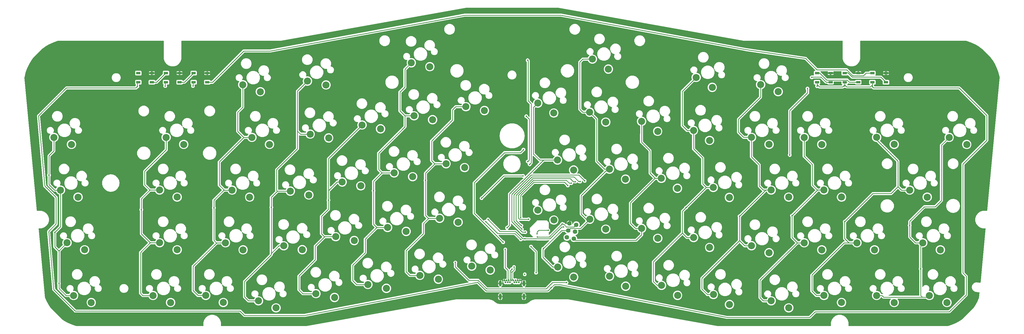
<source format=gbr>
G04 EAGLE Gerber RS-274X export*
G75*
%MOMM*%
%FSLAX34Y34*%
%LPD*%
%INBottom Copper*%
%IPPOS*%
%AMOC8*
5,1,8,0,0,1.08239X$1,22.5*%
G01*
%ADD10C,2.540000*%
%ADD11C,0.654000*%
%ADD12C,1.000000*%
%ADD13R,1.500000X0.900000*%
%ADD14C,1.625600*%
%ADD15C,0.279400*%
%ADD16C,0.525000*%

G36*
X429764Y-135900D02*
X429764Y-135900D01*
X429883Y-135893D01*
X429921Y-135880D01*
X429962Y-135875D01*
X430072Y-135832D01*
X430185Y-135795D01*
X430220Y-135773D01*
X430257Y-135758D01*
X430353Y-135689D01*
X430454Y-135625D01*
X430482Y-135595D01*
X430515Y-135572D01*
X430591Y-135480D01*
X430672Y-135393D01*
X430692Y-135358D01*
X430717Y-135327D01*
X430768Y-135219D01*
X430826Y-135115D01*
X430836Y-135075D01*
X430853Y-135039D01*
X430875Y-134922D01*
X430905Y-134807D01*
X430909Y-134747D01*
X430913Y-134727D01*
X430911Y-134706D01*
X430915Y-134646D01*
X430915Y-122247D01*
X434007Y-112732D01*
X439888Y-104638D01*
X447982Y-98757D01*
X457497Y-95665D01*
X467503Y-95665D01*
X477018Y-98757D01*
X485112Y-104638D01*
X490993Y-112732D01*
X494085Y-122247D01*
X494085Y-134646D01*
X494100Y-134764D01*
X494107Y-134883D01*
X494120Y-134921D01*
X494125Y-134962D01*
X494168Y-135072D01*
X494205Y-135185D01*
X494227Y-135220D01*
X494242Y-135257D01*
X494311Y-135353D01*
X494375Y-135454D01*
X494405Y-135482D01*
X494428Y-135515D01*
X494520Y-135591D01*
X494607Y-135672D01*
X494642Y-135692D01*
X494673Y-135717D01*
X494781Y-135768D01*
X494885Y-135826D01*
X494925Y-135836D01*
X494961Y-135853D01*
X495078Y-135875D01*
X495193Y-135905D01*
X495253Y-135909D01*
X495273Y-135913D01*
X495294Y-135911D01*
X495354Y-135915D01*
X803141Y-135915D01*
X803172Y-135911D01*
X803203Y-135914D01*
X803363Y-135896D01*
X1344037Y-39657D01*
X1344092Y-39640D01*
X1344148Y-39632D01*
X1344301Y-39580D01*
X1344618Y-39448D01*
X1345096Y-39448D01*
X1345127Y-39444D01*
X1345158Y-39447D01*
X1345318Y-39429D01*
X1345789Y-39345D01*
X1346124Y-39419D01*
X1346181Y-39424D01*
X1346236Y-39438D01*
X1346397Y-39448D01*
X1458102Y-39448D01*
X1463024Y-39448D01*
X1472578Y-41815D01*
X1481283Y-46410D01*
X1483976Y-48812D01*
X1484956Y-49687D01*
X1484972Y-49698D01*
X1485015Y-49736D01*
X1487244Y-51494D01*
X1487274Y-51512D01*
X1487300Y-51536D01*
X1487437Y-51620D01*
X1492450Y-54266D01*
X1492518Y-54292D01*
X1492583Y-54327D01*
X1492737Y-54376D01*
X1498238Y-55739D01*
X1498273Y-55743D01*
X1498307Y-55754D01*
X1498466Y-55774D01*
X1501300Y-55946D01*
X1501320Y-55945D01*
X1501377Y-55948D01*
X1589307Y-55947D01*
X1589308Y-55947D01*
X1590621Y-55947D01*
X1590641Y-55945D01*
X1590698Y-55945D01*
X1593532Y-55773D01*
X1593566Y-55766D01*
X1593602Y-55767D01*
X1593760Y-55738D01*
X1599261Y-54375D01*
X1599330Y-54349D01*
X1599402Y-54331D01*
X1599549Y-54266D01*
X1604561Y-51620D01*
X1604589Y-51600D01*
X1604622Y-51586D01*
X1604754Y-51494D01*
X1606983Y-49736D01*
X1606997Y-49722D01*
X1607042Y-49687D01*
X1607243Y-49507D01*
X1610714Y-46410D01*
X1619420Y-41814D01*
X1628974Y-39447D01*
X1632582Y-39447D01*
X1632583Y-39447D01*
X1634061Y-39447D01*
X1635209Y-39447D01*
X1635210Y-39447D01*
X1745599Y-39447D01*
X1745656Y-39440D01*
X1745713Y-39442D01*
X1745872Y-39418D01*
X1746207Y-39344D01*
X1746678Y-39428D01*
X1746709Y-39429D01*
X1746739Y-39437D01*
X1746900Y-39447D01*
X1747378Y-39447D01*
X1747695Y-39579D01*
X1747750Y-39594D01*
X1747802Y-39617D01*
X1747959Y-39656D01*
X2288634Y-135896D01*
X2288665Y-135897D01*
X2288695Y-135905D01*
X2288856Y-135915D01*
X2696884Y-135915D01*
X2697002Y-135900D01*
X2697121Y-135893D01*
X2697159Y-135880D01*
X2697200Y-135875D01*
X2697310Y-135832D01*
X2697423Y-135795D01*
X2697458Y-135773D01*
X2697495Y-135758D01*
X2697591Y-135689D01*
X2697692Y-135625D01*
X2697720Y-135595D01*
X2697753Y-135572D01*
X2697829Y-135480D01*
X2697910Y-135393D01*
X2697930Y-135358D01*
X2697955Y-135327D01*
X2698006Y-135219D01*
X2698064Y-135115D01*
X2698074Y-135075D01*
X2698091Y-135039D01*
X2698113Y-134922D01*
X2698143Y-134807D01*
X2698147Y-134747D01*
X2698151Y-134727D01*
X2698149Y-134706D01*
X2698153Y-134646D01*
X2698153Y-122247D01*
X2701245Y-112732D01*
X2707126Y-104638D01*
X2715220Y-98757D01*
X2724735Y-95665D01*
X2734741Y-95665D01*
X2744256Y-98757D01*
X2752350Y-104638D01*
X2758231Y-112732D01*
X2761323Y-122247D01*
X2761323Y-134646D01*
X2761338Y-134764D01*
X2761345Y-134883D01*
X2761358Y-134921D01*
X2761363Y-134962D01*
X2761406Y-135072D01*
X2761443Y-135185D01*
X2761465Y-135220D01*
X2761480Y-135257D01*
X2761549Y-135353D01*
X2761613Y-135454D01*
X2761643Y-135482D01*
X2761666Y-135515D01*
X2761758Y-135591D01*
X2761845Y-135672D01*
X2761880Y-135692D01*
X2761911Y-135717D01*
X2762019Y-135768D01*
X2762123Y-135826D01*
X2762163Y-135836D01*
X2762199Y-135853D01*
X2762316Y-135875D01*
X2762431Y-135905D01*
X2762491Y-135909D01*
X2762511Y-135913D01*
X2762532Y-135911D01*
X2762592Y-135915D01*
X3120846Y-135915D01*
X3120969Y-135900D01*
X3121093Y-135891D01*
X3121143Y-135878D01*
X3121161Y-135875D01*
X3121181Y-135868D01*
X3121249Y-135850D01*
X3135758Y-130990D01*
X3135777Y-130981D01*
X3135868Y-130948D01*
X3150223Y-124614D01*
X3150241Y-124604D01*
X3150328Y-124562D01*
X3164039Y-116932D01*
X3164056Y-116920D01*
X3164139Y-116870D01*
X3174008Y-110116D01*
X3174036Y-110091D01*
X3174068Y-110072D01*
X3174189Y-109966D01*
X3212684Y-71470D01*
X3212707Y-71441D01*
X3212734Y-71417D01*
X3212834Y-71291D01*
X3219504Y-61568D01*
X3219513Y-61550D01*
X3219565Y-61469D01*
X3227211Y-47767D01*
X3227219Y-47747D01*
X3227263Y-47662D01*
X3233451Y-33680D01*
X3233487Y-33561D01*
X3233529Y-33444D01*
X3233537Y-33394D01*
X3233542Y-33376D01*
X3233543Y-33354D01*
X3233554Y-33285D01*
X3235263Y-15059D01*
X3235259Y-14940D01*
X3235263Y-14821D01*
X3235254Y-14782D01*
X3235253Y-14741D01*
X3235220Y-14627D01*
X3235194Y-14511D01*
X3235175Y-14475D01*
X3235164Y-14436D01*
X3235103Y-14333D01*
X3235049Y-14227D01*
X3235023Y-14197D01*
X3235002Y-14162D01*
X3234918Y-14078D01*
X3234839Y-13989D01*
X3234806Y-13966D01*
X3234777Y-13937D01*
X3234675Y-13877D01*
X3234576Y-13810D01*
X3234538Y-13796D01*
X3234503Y-13776D01*
X3234389Y-13742D01*
X3234277Y-13702D01*
X3234217Y-13693D01*
X3234198Y-13687D01*
X3234177Y-13686D01*
X3234118Y-13677D01*
X3224577Y-12782D01*
X3224576Y-12782D01*
X3223269Y-12659D01*
X3222247Y-12564D01*
X3221961Y-12537D01*
X3219836Y-12337D01*
X3213739Y-9115D01*
X3209339Y-3805D01*
X3207307Y2785D01*
X3207951Y9651D01*
X3211173Y15748D01*
X3216483Y20148D01*
X3223073Y22180D01*
X3225198Y21981D01*
X3237354Y20841D01*
X3237473Y20845D01*
X3237592Y20841D01*
X3237631Y20850D01*
X3237672Y20851D01*
X3237786Y20885D01*
X3237902Y20911D01*
X3237938Y20929D01*
X3237977Y20940D01*
X3238079Y21001D01*
X3238186Y21055D01*
X3238216Y21082D01*
X3238251Y21102D01*
X3238335Y21186D01*
X3238424Y21265D01*
X3238447Y21299D01*
X3238475Y21327D01*
X3238536Y21430D01*
X3238603Y21528D01*
X3238617Y21566D01*
X3238637Y21601D01*
X3238671Y21715D01*
X3238711Y21827D01*
X3238720Y21887D01*
X3238726Y21906D01*
X3238727Y21927D01*
X3238736Y21986D01*
X3256905Y215778D01*
X3256904Y215797D01*
X3256908Y215816D01*
X3256899Y215955D01*
X3256894Y216095D01*
X3256889Y216114D01*
X3256888Y216133D01*
X3256845Y216266D01*
X3256806Y216401D01*
X3256796Y216417D01*
X3256790Y216435D01*
X3256715Y216554D01*
X3256643Y216674D01*
X3256630Y216688D01*
X3256620Y216704D01*
X3256518Y216800D01*
X3256419Y216899D01*
X3256402Y216909D01*
X3256388Y216922D01*
X3256266Y216990D01*
X3256145Y217061D01*
X3256126Y217066D01*
X3256110Y217076D01*
X3255974Y217111D01*
X3255839Y217150D01*
X3255820Y217150D01*
X3255802Y217155D01*
X3255641Y217165D01*
X3246290Y217165D01*
X3236775Y220257D01*
X3228681Y226138D01*
X3222800Y234232D01*
X3219708Y243747D01*
X3219708Y253753D01*
X3222800Y263268D01*
X3228681Y271362D01*
X3236775Y277243D01*
X3246290Y280335D01*
X3261801Y280335D01*
X3261861Y280342D01*
X3261921Y280340D01*
X3262018Y280362D01*
X3262117Y280375D01*
X3262172Y280397D01*
X3262231Y280410D01*
X3262320Y280455D01*
X3262412Y280492D01*
X3262461Y280527D01*
X3262514Y280554D01*
X3262589Y280620D01*
X3262670Y280678D01*
X3262708Y280725D01*
X3262753Y280764D01*
X3262809Y280847D01*
X3262873Y280923D01*
X3262898Y280978D01*
X3262932Y281027D01*
X3262966Y281121D01*
X3263008Y281211D01*
X3263019Y281270D01*
X3263040Y281326D01*
X3263065Y281486D01*
X3308049Y761304D01*
X3308047Y761357D01*
X3308049Y761364D01*
X3308047Y761386D01*
X3308054Y761454D01*
X3308040Y761614D01*
X3307622Y764357D01*
X3307617Y764376D01*
X3307597Y764479D01*
X3303495Y780601D01*
X3303488Y780620D01*
X3303459Y780720D01*
X3297800Y796364D01*
X3297791Y796382D01*
X3297752Y796479D01*
X3290592Y811495D01*
X3290581Y811512D01*
X3290533Y811604D01*
X3281939Y825849D01*
X3281926Y825864D01*
X3281869Y825952D01*
X3275289Y834776D01*
X3275281Y834784D01*
X3275276Y834794D01*
X3275169Y834914D01*
X3244257Y865826D01*
X3244246Y865835D01*
X3244237Y865846D01*
X3244114Y865950D01*
X3234730Y872883D01*
X3234716Y872891D01*
X3234711Y872895D01*
X3234701Y872901D01*
X3234627Y872952D01*
X3220345Y881483D01*
X3220327Y881491D01*
X3220235Y881541D01*
X3205188Y888635D01*
X3205169Y888641D01*
X3205073Y888683D01*
X3189404Y894272D01*
X3189385Y894276D01*
X3189285Y894308D01*
X3186581Y894983D01*
X3186506Y894992D01*
X3186434Y895011D01*
X3186273Y895021D01*
X2805250Y895021D01*
X2805132Y895006D01*
X2805013Y894999D01*
X2804975Y894986D01*
X2804934Y894981D01*
X2804824Y894938D01*
X2804711Y894901D01*
X2804676Y894879D01*
X2804639Y894864D01*
X2804543Y894795D01*
X2804442Y894731D01*
X2804414Y894701D01*
X2804381Y894678D01*
X2804305Y894586D01*
X2804224Y894499D01*
X2804204Y894464D01*
X2804179Y894433D01*
X2804128Y894325D01*
X2804070Y894221D01*
X2804060Y894181D01*
X2804043Y894145D01*
X2804021Y894028D01*
X2803991Y893913D01*
X2803987Y893853D01*
X2803983Y893833D01*
X2803985Y893812D01*
X2803981Y893752D01*
X2803981Y829497D01*
X2800889Y819982D01*
X2795008Y811888D01*
X2786914Y806007D01*
X2777399Y802915D01*
X2767393Y802915D01*
X2757878Y806007D01*
X2749784Y811888D01*
X2743903Y819982D01*
X2740811Y829497D01*
X2740811Y893752D01*
X2740796Y893870D01*
X2740789Y893989D01*
X2740776Y894027D01*
X2740771Y894068D01*
X2740728Y894178D01*
X2740691Y894291D01*
X2740669Y894326D01*
X2740654Y894363D01*
X2740585Y894459D01*
X2740521Y894560D01*
X2740491Y894588D01*
X2740468Y894621D01*
X2740376Y894697D01*
X2740289Y894778D01*
X2740254Y894798D01*
X2740223Y894823D01*
X2740115Y894874D01*
X2740011Y894932D01*
X2739971Y894942D01*
X2739935Y894959D01*
X2739818Y894981D01*
X2739703Y895011D01*
X2739643Y895015D01*
X2739623Y895019D01*
X2739602Y895017D01*
X2739542Y895021D01*
X2384612Y895021D01*
X2384555Y895014D01*
X2384498Y895016D01*
X2384339Y894992D01*
X2384004Y894918D01*
X2383533Y895002D01*
X2383502Y895003D01*
X2383472Y895011D01*
X2383311Y895021D01*
X2382833Y895021D01*
X2382516Y895153D01*
X2382461Y895168D01*
X2382409Y895191D01*
X2382252Y895230D01*
X1712364Y1014470D01*
X1712333Y1014471D01*
X1712303Y1014479D01*
X1712142Y1014489D01*
X1380860Y1014488D01*
X1380829Y1014484D01*
X1380798Y1014487D01*
X1380638Y1014469D01*
X710748Y895230D01*
X710693Y895213D01*
X710637Y895205D01*
X710484Y895153D01*
X710167Y895021D01*
X709689Y895021D01*
X709658Y895017D01*
X709627Y895020D01*
X709467Y895002D01*
X708996Y894918D01*
X708661Y894992D01*
X708604Y894997D01*
X708549Y895011D01*
X708388Y895021D01*
X352368Y895021D01*
X352250Y895006D01*
X352131Y894999D01*
X352093Y894986D01*
X352052Y894981D01*
X351942Y894938D01*
X351829Y894901D01*
X351794Y894879D01*
X351757Y894864D01*
X351661Y894795D01*
X351560Y894731D01*
X351532Y894701D01*
X351499Y894678D01*
X351423Y894586D01*
X351342Y894499D01*
X351322Y894464D01*
X351297Y894433D01*
X351246Y894325D01*
X351188Y894221D01*
X351178Y894181D01*
X351161Y894145D01*
X351139Y894028D01*
X351109Y893913D01*
X351105Y893853D01*
X351101Y893833D01*
X351103Y893812D01*
X351099Y893752D01*
X351099Y829497D01*
X348007Y819982D01*
X342126Y811888D01*
X334032Y806007D01*
X324517Y802915D01*
X314511Y802915D01*
X304996Y806007D01*
X296902Y811888D01*
X291021Y819982D01*
X287929Y829497D01*
X287929Y893752D01*
X287914Y893870D01*
X287907Y893989D01*
X287894Y894027D01*
X287889Y894068D01*
X287846Y894178D01*
X287809Y894291D01*
X287787Y894326D01*
X287772Y894363D01*
X287703Y894459D01*
X287639Y894560D01*
X287609Y894588D01*
X287586Y894621D01*
X287494Y894697D01*
X287407Y894778D01*
X287372Y894798D01*
X287341Y894823D01*
X287233Y894874D01*
X287129Y894932D01*
X287089Y894942D01*
X287053Y894959D01*
X286936Y894981D01*
X286821Y895011D01*
X286761Y895015D01*
X286741Y895019D01*
X286720Y895017D01*
X286660Y895021D01*
X-94281Y895021D01*
X-94355Y895012D01*
X-94430Y895012D01*
X-94588Y894983D01*
X-97303Y894305D01*
X-97321Y894298D01*
X-97421Y894269D01*
X-113093Y888678D01*
X-113111Y888669D01*
X-113208Y888631D01*
X-128258Y881534D01*
X-128275Y881523D01*
X-128368Y881475D01*
X-142652Y872941D01*
X-142667Y872929D01*
X-142755Y872872D01*
X-152269Y865841D01*
X-152279Y865832D01*
X-152291Y865825D01*
X-152412Y865718D01*
X-183069Y835061D01*
X-183076Y835052D01*
X-183085Y835045D01*
X-183190Y834922D01*
X-189896Y825925D01*
X-189906Y825908D01*
X-189966Y825822D01*
X-198559Y811573D01*
X-198567Y811555D01*
X-198617Y811464D01*
X-205776Y796443D01*
X-205782Y796424D01*
X-205824Y796328D01*
X-211480Y780680D01*
X-211484Y780660D01*
X-211516Y780561D01*
X-215615Y764434D01*
X-215618Y764415D01*
X-215640Y764313D01*
X-216063Y761533D01*
X-216065Y761458D01*
X-216077Y761384D01*
X-216072Y761223D01*
X-170938Y281485D01*
X-170928Y281439D01*
X-170927Y281431D01*
X-170925Y281423D01*
X-170921Y281367D01*
X-170890Y281272D01*
X-170869Y281175D01*
X-170842Y281121D01*
X-170823Y281065D01*
X-170770Y280980D01*
X-170724Y280891D01*
X-170685Y280846D01*
X-170653Y280796D01*
X-170580Y280727D01*
X-170514Y280653D01*
X-170465Y280619D01*
X-170421Y280578D01*
X-170334Y280530D01*
X-170251Y280474D01*
X-170195Y280453D01*
X-170143Y280424D01*
X-170046Y280399D01*
X-169952Y280366D01*
X-169893Y280360D01*
X-169835Y280345D01*
X-169674Y280335D01*
X-154152Y280335D01*
X-144637Y277243D01*
X-136543Y271362D01*
X-130662Y263268D01*
X-127570Y253753D01*
X-127570Y243747D01*
X-130662Y234232D01*
X-136543Y226138D01*
X-144637Y220257D01*
X-154152Y217165D01*
X-163493Y217165D01*
X-163512Y217163D01*
X-163531Y217165D01*
X-163669Y217143D01*
X-163808Y217125D01*
X-163826Y217118D01*
X-163845Y217115D01*
X-163974Y217060D01*
X-164104Y217008D01*
X-164119Y216997D01*
X-164137Y216989D01*
X-164248Y216904D01*
X-164361Y216822D01*
X-164373Y216807D01*
X-164389Y216795D01*
X-164475Y216684D01*
X-164564Y216577D01*
X-164572Y216559D01*
X-164584Y216544D01*
X-164640Y216415D01*
X-164699Y216289D01*
X-164703Y216270D01*
X-164711Y216252D01*
X-164733Y216113D01*
X-164759Y215977D01*
X-164758Y215957D01*
X-164761Y215938D01*
X-164756Y215777D01*
X-141322Y-33313D01*
X-141295Y-33434D01*
X-141275Y-33557D01*
X-141257Y-33605D01*
X-141253Y-33623D01*
X-141243Y-33642D01*
X-141219Y-33708D01*
X-135023Y-47699D01*
X-135012Y-47717D01*
X-134971Y-47804D01*
X-127323Y-61501D01*
X-127311Y-61518D01*
X-127262Y-61601D01*
X-120644Y-71242D01*
X-120620Y-71269D01*
X-120601Y-71301D01*
X-120495Y-71422D01*
X-81913Y-110003D01*
X-81884Y-110026D01*
X-81859Y-110054D01*
X-81732Y-110153D01*
X-71899Y-116881D01*
X-71880Y-116891D01*
X-71799Y-116943D01*
X-58091Y-124570D01*
X-58071Y-124578D01*
X-57986Y-124622D01*
X-43633Y-130953D01*
X-43612Y-130959D01*
X-43523Y-130995D01*
X-29025Y-135850D01*
X-28903Y-135874D01*
X-28783Y-135905D01*
X-28732Y-135908D01*
X-28713Y-135912D01*
X-28692Y-135911D01*
X-28622Y-135915D01*
X429646Y-135915D01*
X429764Y-135900D01*
G37*
%LPC*%
G36*
X2322395Y-110083D02*
X2322395Y-110083D01*
X2322352Y-110080D01*
X2322311Y-110069D01*
X2322150Y-110059D01*
X2321718Y-110059D01*
X2321335Y-109900D01*
X2321291Y-109888D01*
X2321249Y-109868D01*
X2321093Y-109827D01*
X1861748Y-19628D01*
X1860237Y-19332D01*
X1859121Y-19113D01*
X1859121Y-19112D01*
X1842723Y-15893D01*
X1717934Y8612D01*
X1717892Y8614D01*
X1717850Y8625D01*
X1717690Y8635D01*
X1701438Y8635D01*
X1701340Y8623D01*
X1701241Y8620D01*
X1701183Y8603D01*
X1701123Y8595D01*
X1701031Y8559D01*
X1700936Y8531D01*
X1700884Y8501D01*
X1700827Y8478D01*
X1700747Y8420D01*
X1700662Y8370D01*
X1700586Y8304D01*
X1700570Y8292D01*
X1700562Y8282D01*
X1700541Y8264D01*
X1694333Y2055D01*
X1694272Y1977D01*
X1694204Y1905D01*
X1694183Y1866D01*
X1694165Y1844D01*
X1694158Y1830D01*
X1694138Y1804D01*
X1694098Y1713D01*
X1694051Y1626D01*
X1694037Y1572D01*
X1694029Y1557D01*
X1694028Y1551D01*
X1694011Y1512D01*
X1694011Y1507D01*
X1692942Y-1072D01*
X1691061Y-2953D01*
X1688404Y-4054D01*
X1688329Y-4076D01*
X1688276Y-4107D01*
X1688220Y-4129D01*
X1688140Y-4187D01*
X1688055Y-4237D01*
X1687979Y-4304D01*
X1687963Y-4316D01*
X1687955Y-4325D01*
X1687934Y-4344D01*
X1678808Y-13469D01*
X1676801Y-14301D01*
X1590120Y-14301D01*
X1590085Y-14305D01*
X1590050Y-14303D01*
X1589928Y-14325D01*
X1589804Y-14341D01*
X1589772Y-14354D01*
X1589737Y-14360D01*
X1589624Y-14412D01*
X1589509Y-14458D01*
X1589480Y-14478D01*
X1589449Y-14493D01*
X1589352Y-14572D01*
X1589251Y-14645D01*
X1589229Y-14672D01*
X1589202Y-14694D01*
X1589128Y-14794D01*
X1589049Y-14890D01*
X1589034Y-14921D01*
X1589013Y-14949D01*
X1588966Y-15065D01*
X1588913Y-15177D01*
X1588906Y-15212D01*
X1588896Y-15239D01*
X1588888Y-15215D01*
X1588856Y-15095D01*
X1588839Y-15064D01*
X1588828Y-15031D01*
X1588762Y-14926D01*
X1588701Y-14817D01*
X1588677Y-14792D01*
X1588658Y-14762D01*
X1588567Y-14677D01*
X1588482Y-14587D01*
X1588452Y-14568D01*
X1588426Y-14544D01*
X1588317Y-14484D01*
X1588212Y-14418D01*
X1588178Y-14407D01*
X1588148Y-14391D01*
X1588027Y-14360D01*
X1587909Y-14322D01*
X1587874Y-14320D01*
X1587840Y-14311D01*
X1587679Y-14301D01*
X1504720Y-14301D01*
X1504685Y-14305D01*
X1504650Y-14303D01*
X1504528Y-14325D01*
X1504404Y-14341D01*
X1504372Y-14354D01*
X1504337Y-14360D01*
X1504224Y-14412D01*
X1504109Y-14458D01*
X1504080Y-14478D01*
X1504049Y-14493D01*
X1503952Y-14572D01*
X1503851Y-14645D01*
X1503829Y-14672D01*
X1503802Y-14694D01*
X1503728Y-14794D01*
X1503649Y-14890D01*
X1503634Y-14921D01*
X1503613Y-14949D01*
X1503566Y-15065D01*
X1503513Y-15177D01*
X1503506Y-15212D01*
X1503496Y-15239D01*
X1503488Y-15215D01*
X1503456Y-15095D01*
X1503439Y-15064D01*
X1503428Y-15031D01*
X1503362Y-14926D01*
X1503301Y-14817D01*
X1503277Y-14792D01*
X1503258Y-14762D01*
X1503167Y-14677D01*
X1503082Y-14587D01*
X1503052Y-14568D01*
X1503026Y-14544D01*
X1502917Y-14484D01*
X1502812Y-14418D01*
X1502778Y-14407D01*
X1502748Y-14391D01*
X1502627Y-14360D01*
X1502509Y-14322D01*
X1502474Y-14320D01*
X1502440Y-14311D01*
X1502279Y-14301D01*
X1451336Y-14301D01*
X1449329Y-13469D01*
X1419783Y16077D01*
X1419735Y16114D01*
X1419694Y16157D01*
X1419610Y16211D01*
X1419532Y16272D01*
X1419476Y16296D01*
X1419426Y16328D01*
X1419331Y16359D01*
X1419240Y16398D01*
X1419180Y16407D01*
X1419123Y16426D01*
X1419024Y16432D01*
X1418926Y16448D01*
X1418866Y16442D01*
X1418806Y16446D01*
X1418646Y16426D01*
X797261Y-102923D01*
X797215Y-102938D01*
X797167Y-102945D01*
X797014Y-102997D01*
X796644Y-103150D01*
X796198Y-103150D01*
X796158Y-103155D01*
X796118Y-103153D01*
X795959Y-103173D01*
X795521Y-103257D01*
X795128Y-103176D01*
X795080Y-103172D01*
X795033Y-103160D01*
X794872Y-103150D01*
X578034Y-103150D01*
X576026Y-102319D01*
X561278Y-87571D01*
X561200Y-87510D01*
X561128Y-87442D01*
X561075Y-87413D01*
X561027Y-87376D01*
X560936Y-87336D01*
X560849Y-87289D01*
X560791Y-87274D01*
X560735Y-87249D01*
X560637Y-87234D01*
X560541Y-87209D01*
X560441Y-87203D01*
X560421Y-87200D01*
X560409Y-87201D01*
X560381Y-87199D01*
X-30749Y-87199D01*
X-30757Y-87200D01*
X-30764Y-87199D01*
X-30781Y-87201D01*
X-32088Y-87199D01*
X-32089Y-87199D01*
X-32090Y-87199D01*
X-33173Y-87199D01*
X-34179Y-86780D01*
X-34180Y-86780D01*
X-34181Y-86779D01*
X-35180Y-86365D01*
X-35953Y-85590D01*
X-35953Y-85589D01*
X-35954Y-85588D01*
X-36865Y-84678D01*
X-36891Y-84648D01*
X-113683Y-7563D01*
X-113700Y-7550D01*
X-113767Y-7486D01*
X-114369Y-6982D01*
X-114395Y-6931D01*
X-114459Y-6839D01*
X-114516Y-6742D01*
X-114564Y-6687D01*
X-114577Y-6669D01*
X-114590Y-6657D01*
X-114622Y-6621D01*
X-114663Y-6580D01*
X-114962Y-5854D01*
X-114972Y-5835D01*
X-115010Y-5751D01*
X-115372Y-5055D01*
X-115378Y-4997D01*
X-115388Y-4947D01*
X-115388Y-4946D01*
X-115389Y-4944D01*
X-115401Y-4888D01*
X-115417Y-4777D01*
X-115440Y-4708D01*
X-115445Y-4686D01*
X-115453Y-4670D01*
X-115468Y-4624D01*
X-115490Y-4571D01*
X-115489Y-3786D01*
X-115492Y-3764D01*
X-115494Y-3672D01*
X-133773Y204711D01*
X-133797Y204822D01*
X-133813Y204933D01*
X-133836Y205001D01*
X-133840Y205022D01*
X-133849Y205038D01*
X-133865Y205086D01*
X-133884Y205133D01*
X-133884Y205925D01*
X-133887Y205946D01*
X-133889Y206036D01*
X-133958Y206824D01*
X-133943Y206873D01*
X-133923Y206985D01*
X-133895Y207094D01*
X-133890Y207165D01*
X-133886Y207186D01*
X-133888Y207205D01*
X-133884Y207255D01*
X-133884Y207306D01*
X-133581Y208037D01*
X-133576Y208058D01*
X-133543Y208142D01*
X-133306Y208897D01*
X-133273Y208936D01*
X-133212Y209031D01*
X-133143Y209121D01*
X-133112Y209185D01*
X-133100Y209203D01*
X-133095Y209221D01*
X-133072Y209266D01*
X-133053Y209313D01*
X-132493Y209873D01*
X-132480Y209890D01*
X-132418Y209955D01*
X-131909Y210562D01*
X-131864Y210585D01*
X-131771Y210650D01*
X-131673Y210707D01*
X-131620Y210754D01*
X-131602Y210766D01*
X-131590Y210780D01*
X-131553Y210813D01*
X-107484Y234882D01*
X-107424Y234960D01*
X-107356Y235032D01*
X-107327Y235085D01*
X-107289Y235133D01*
X-107250Y235224D01*
X-107202Y235311D01*
X-107187Y235369D01*
X-107163Y235425D01*
X-107147Y235523D01*
X-107123Y235619D01*
X-107116Y235719D01*
X-107113Y235739D01*
X-107114Y235751D01*
X-107113Y235779D01*
X-107113Y326705D01*
X-107125Y326803D01*
X-107128Y326902D01*
X-107145Y326960D01*
X-107152Y327020D01*
X-107189Y327112D01*
X-107216Y327207D01*
X-107247Y327259D01*
X-107269Y327316D01*
X-107328Y327396D01*
X-107378Y327481D01*
X-107444Y327557D01*
X-107456Y327573D01*
X-107466Y327581D01*
X-107484Y327602D01*
X-146504Y366621D01*
X-146521Y366635D01*
X-146586Y366696D01*
X-147192Y367205D01*
X-147216Y367251D01*
X-147280Y367344D01*
X-147338Y367441D01*
X-147385Y367494D01*
X-147397Y367512D01*
X-147411Y367524D01*
X-147444Y367562D01*
X-147480Y367598D01*
X-147783Y368330D01*
X-147794Y368348D01*
X-147830Y368430D01*
X-148196Y369132D01*
X-148200Y369183D01*
X-148224Y369294D01*
X-148240Y369406D01*
X-148263Y369473D01*
X-148268Y369494D01*
X-148276Y369511D01*
X-148292Y369558D01*
X-148312Y369605D01*
X-148312Y370397D01*
X-148314Y370419D01*
X-148317Y370508D01*
X-170419Y622474D01*
X-170443Y622585D01*
X-170459Y622697D01*
X-170482Y622764D01*
X-170486Y622785D01*
X-170494Y622801D01*
X-170511Y622849D01*
X-170530Y622896D01*
X-170530Y623688D01*
X-170533Y623709D01*
X-170535Y623799D01*
X-170604Y624587D01*
X-170589Y624636D01*
X-170569Y624748D01*
X-170540Y624857D01*
X-170536Y624928D01*
X-170532Y624949D01*
X-170533Y624968D01*
X-170530Y625018D01*
X-170530Y625069D01*
X-170227Y625800D01*
X-170222Y625821D01*
X-170189Y625905D01*
X-169951Y626660D01*
X-169919Y626699D01*
X-169857Y626794D01*
X-169789Y626885D01*
X-169758Y626948D01*
X-169746Y626966D01*
X-169740Y626984D01*
X-169718Y627029D01*
X-169699Y627076D01*
X-169139Y627636D01*
X-169126Y627653D01*
X-169064Y627718D01*
X-168555Y628325D01*
X-168510Y628348D01*
X-168417Y628413D01*
X-168319Y628470D01*
X-168266Y628517D01*
X-168248Y628529D01*
X-168236Y628543D01*
X-168198Y628577D01*
X-67305Y729470D01*
X-65298Y730302D01*
X183978Y730302D01*
X184076Y730314D01*
X184175Y730317D01*
X184234Y730334D01*
X184294Y730341D01*
X184386Y730378D01*
X184481Y730405D01*
X184533Y730436D01*
X184589Y730458D01*
X184669Y730517D01*
X184755Y730567D01*
X184830Y730633D01*
X184847Y730645D01*
X184854Y730655D01*
X184876Y730673D01*
X184963Y730760D01*
X185023Y730838D01*
X185091Y730911D01*
X185120Y730964D01*
X185157Y731011D01*
X185197Y731102D01*
X185245Y731189D01*
X185260Y731248D01*
X185284Y731303D01*
X185285Y731308D01*
X186435Y734085D01*
X186473Y734154D01*
X186488Y734212D01*
X186511Y734267D01*
X186527Y734365D01*
X186552Y734462D01*
X186558Y734560D01*
X186562Y734581D01*
X186560Y734593D01*
X186562Y734622D01*
X186562Y736164D01*
X186550Y736262D01*
X186547Y736361D01*
X186530Y736419D01*
X186522Y736479D01*
X186486Y736571D01*
X186458Y736666D01*
X186428Y736718D01*
X186405Y736775D01*
X186347Y736855D01*
X186297Y736940D01*
X186231Y737016D01*
X186219Y737032D01*
X186209Y737040D01*
X186191Y737061D01*
X183935Y739316D01*
X183935Y751684D01*
X186316Y754065D01*
X204684Y754065D01*
X207065Y751684D01*
X207065Y739316D01*
X204684Y736935D01*
X198755Y736935D01*
X198637Y736920D01*
X198518Y736913D01*
X198480Y736900D01*
X198439Y736895D01*
X198329Y736852D01*
X198216Y736815D01*
X198181Y736793D01*
X198144Y736778D01*
X198048Y736709D01*
X197947Y736645D01*
X197919Y736615D01*
X197886Y736592D01*
X197810Y736500D01*
X197729Y736413D01*
X197709Y736378D01*
X197684Y736347D01*
X197633Y736239D01*
X197575Y736135D01*
X197565Y736095D01*
X197548Y736059D01*
X197526Y735942D01*
X197496Y735827D01*
X197492Y735767D01*
X197488Y735747D01*
X197490Y735726D01*
X197486Y735666D01*
X197486Y734622D01*
X197498Y734524D01*
X197501Y734424D01*
X197518Y734366D01*
X197526Y734307D01*
X197562Y734214D01*
X197590Y734118D01*
X197621Y734067D01*
X197643Y734011D01*
X197646Y734007D01*
X198714Y731428D01*
X198714Y728767D01*
X197695Y726308D01*
X195813Y724426D01*
X193157Y723326D01*
X193081Y723304D01*
X193029Y723273D01*
X192973Y723251D01*
X192893Y723193D01*
X192807Y723143D01*
X192732Y723076D01*
X192716Y723064D01*
X192708Y723055D01*
X192687Y723036D01*
X189860Y720210D01*
X187853Y719378D01*
X-61423Y719378D01*
X-61521Y719366D01*
X-61620Y719363D01*
X-61679Y719346D01*
X-61739Y719338D01*
X-61831Y719302D01*
X-61926Y719274D01*
X-61978Y719243D01*
X-62034Y719221D01*
X-62114Y719163D01*
X-62200Y719113D01*
X-62275Y719046D01*
X-62292Y719034D01*
X-62299Y719025D01*
X-62321Y719006D01*
X-158986Y622341D01*
X-159082Y622218D01*
X-159176Y622098D01*
X-159178Y622093D01*
X-159181Y622089D01*
X-159243Y621946D01*
X-159305Y621807D01*
X-159306Y621802D01*
X-159308Y621797D01*
X-159332Y621642D01*
X-159357Y621493D01*
X-159357Y621487D01*
X-159358Y621483D01*
X-159357Y621475D01*
X-159353Y621332D01*
X-137623Y373609D01*
X-137614Y373566D01*
X-137613Y373522D01*
X-137580Y373411D01*
X-137556Y373298D01*
X-137536Y373259D01*
X-137524Y373217D01*
X-137465Y373117D01*
X-137414Y373014D01*
X-137385Y372981D01*
X-137363Y372943D01*
X-137256Y372822D01*
X-97021Y332586D01*
X-96189Y330579D01*
X-96189Y231905D01*
X-97021Y229897D01*
X-98736Y228182D01*
X-122341Y204577D01*
X-122436Y204455D01*
X-122530Y204335D01*
X-122532Y204330D01*
X-122535Y204326D01*
X-122598Y204181D01*
X-122659Y204044D01*
X-122660Y204039D01*
X-122662Y204034D01*
X-122687Y203876D01*
X-122711Y203730D01*
X-122711Y203724D01*
X-122712Y203720D01*
X-122711Y203712D01*
X-122707Y203569D01*
X-104799Y-585D01*
X-104790Y-627D01*
X-104789Y-669D01*
X-104757Y-782D01*
X-104732Y-896D01*
X-104713Y-934D01*
X-104701Y-975D01*
X-104642Y-1076D01*
X-104589Y-1181D01*
X-104562Y-1213D01*
X-104540Y-1249D01*
X-104434Y-1370D01*
X-30185Y-75902D01*
X-30106Y-75963D01*
X-30033Y-76032D01*
X-29981Y-76061D01*
X-29934Y-76097D01*
X-29842Y-76137D01*
X-29754Y-76186D01*
X-29697Y-76201D01*
X-29642Y-76224D01*
X-29543Y-76240D01*
X-29446Y-76265D01*
X-29349Y-76271D01*
X-29328Y-76275D01*
X-29316Y-76274D01*
X-29286Y-76275D01*
X564255Y-76275D01*
X566263Y-77107D01*
X581011Y-91855D01*
X581089Y-91916D01*
X581161Y-91983D01*
X581214Y-92013D01*
X581262Y-92050D01*
X581353Y-92089D01*
X581439Y-92137D01*
X581498Y-92152D01*
X581554Y-92176D01*
X581652Y-92192D01*
X581747Y-92216D01*
X581847Y-92223D01*
X581868Y-92226D01*
X581880Y-92225D01*
X581908Y-92227D01*
X794917Y-92227D01*
X794957Y-92222D01*
X794997Y-92224D01*
X795156Y-92204D01*
X1388077Y21677D01*
X1388180Y21711D01*
X1388286Y21736D01*
X1388331Y21760D01*
X1388379Y21776D01*
X1388471Y21834D01*
X1388567Y21885D01*
X1388605Y21920D01*
X1388647Y21947D01*
X1388722Y22026D01*
X1388802Y22099D01*
X1388830Y22142D01*
X1388865Y22179D01*
X1388917Y22274D01*
X1388977Y22365D01*
X1388993Y22413D01*
X1389018Y22458D01*
X1389045Y22563D01*
X1389080Y22666D01*
X1389084Y22716D01*
X1389097Y22766D01*
X1389097Y22874D01*
X1389105Y22983D01*
X1389097Y23033D01*
X1389097Y23084D01*
X1389069Y23189D01*
X1389051Y23296D01*
X1389030Y23342D01*
X1389017Y23392D01*
X1388965Y23487D01*
X1388920Y23586D01*
X1388888Y23626D01*
X1388864Y23670D01*
X1388790Y23749D01*
X1388722Y23834D01*
X1388681Y23865D01*
X1388646Y23902D01*
X1388554Y23960D01*
X1388468Y24026D01*
X1388396Y24061D01*
X1388378Y24072D01*
X1388362Y24078D01*
X1388323Y24097D01*
X1386668Y24782D01*
X1336515Y74935D01*
X1335684Y76942D01*
X1335684Y89506D01*
X1335671Y89604D01*
X1335668Y89703D01*
X1335651Y89762D01*
X1335644Y89822D01*
X1335607Y89914D01*
X1335580Y90009D01*
X1335549Y90061D01*
X1335527Y90117D01*
X1335524Y90121D01*
X1334456Y92700D01*
X1334456Y95362D01*
X1335474Y97820D01*
X1337356Y99702D01*
X1339815Y100721D01*
X1342476Y100721D01*
X1344935Y99702D01*
X1346817Y97820D01*
X1347835Y95362D01*
X1347835Y92700D01*
X1346735Y90043D01*
X1346697Y89975D01*
X1346682Y89916D01*
X1346658Y89860D01*
X1346642Y89762D01*
X1346617Y89667D01*
X1346611Y89567D01*
X1346608Y89546D01*
X1346609Y89534D01*
X1346607Y89506D01*
X1346607Y80817D01*
X1346620Y80719D01*
X1346623Y80620D01*
X1346639Y80561D01*
X1346647Y80501D01*
X1346683Y80409D01*
X1346711Y80314D01*
X1346742Y80262D01*
X1346764Y80206D01*
X1346822Y80126D01*
X1346872Y80040D01*
X1346939Y79965D01*
X1346951Y79948D01*
X1346960Y79941D01*
X1346979Y79919D01*
X1391652Y35246D01*
X1391731Y35185D01*
X1391803Y35117D01*
X1391856Y35088D01*
X1391904Y35051D01*
X1391995Y35012D01*
X1392081Y34964D01*
X1392140Y34949D01*
X1392196Y34925D01*
X1392294Y34909D01*
X1392389Y34884D01*
X1392489Y34878D01*
X1392510Y34875D01*
X1392522Y34876D01*
X1392550Y34874D01*
X1424357Y34874D01*
X1426364Y34043D01*
X1456237Y4169D01*
X1456316Y4109D01*
X1456388Y4041D01*
X1456441Y4012D01*
X1456489Y3974D01*
X1456580Y3935D01*
X1456666Y3887D01*
X1456725Y3872D01*
X1456780Y3848D01*
X1456878Y3832D01*
X1456974Y3808D01*
X1457074Y3801D01*
X1457095Y3798D01*
X1457107Y3799D01*
X1457135Y3798D01*
X1499606Y3798D01*
X1499676Y3806D01*
X1499746Y3805D01*
X1499833Y3826D01*
X1499922Y3837D01*
X1499987Y3863D01*
X1500055Y3879D01*
X1500134Y3921D01*
X1500218Y3954D01*
X1500274Y3995D01*
X1500336Y4028D01*
X1500402Y4088D01*
X1500475Y4141D01*
X1500520Y4195D01*
X1500571Y4242D01*
X1500620Y4317D01*
X1500678Y4386D01*
X1500708Y4449D01*
X1500746Y4508D01*
X1500775Y4593D01*
X1500813Y4674D01*
X1500826Y4742D01*
X1500849Y4809D01*
X1500856Y4898D01*
X1500873Y4986D01*
X1500869Y5056D01*
X1500874Y5126D01*
X1500859Y5214D01*
X1500853Y5304D01*
X1500832Y5370D01*
X1500820Y5439D01*
X1500783Y5521D01*
X1500755Y5606D01*
X1500718Y5665D01*
X1500689Y5729D01*
X1500633Y5799D01*
X1500585Y5875D01*
X1500534Y5923D01*
X1500491Y5977D01*
X1500419Y6031D01*
X1500354Y6093D01*
X1500292Y6127D01*
X1500237Y6169D01*
X1500092Y6239D01*
X1499928Y6308D01*
X1498693Y7133D01*
X1497642Y8183D01*
X1496817Y9418D01*
X1496249Y10790D01*
X1495959Y12247D01*
X1495959Y16491D01*
X1503269Y16491D01*
X1503388Y16506D01*
X1503506Y16513D01*
X1503513Y16515D01*
X1503569Y16501D01*
X1503629Y16497D01*
X1503649Y16493D01*
X1503670Y16495D01*
X1503730Y16491D01*
X1511040Y16491D01*
X1511040Y12247D01*
X1510751Y10790D01*
X1510182Y9418D01*
X1509357Y8183D01*
X1508307Y7133D01*
X1507072Y6308D01*
X1506907Y6239D01*
X1506846Y6205D01*
X1506782Y6179D01*
X1506709Y6126D01*
X1506631Y6082D01*
X1506581Y6033D01*
X1506524Y5992D01*
X1506467Y5923D01*
X1506402Y5861D01*
X1506366Y5801D01*
X1506321Y5747D01*
X1506283Y5666D01*
X1506236Y5590D01*
X1506216Y5523D01*
X1506186Y5460D01*
X1506169Y5371D01*
X1506143Y5286D01*
X1506139Y5216D01*
X1506126Y5147D01*
X1506132Y5058D01*
X1506127Y4968D01*
X1506142Y4900D01*
X1506146Y4830D01*
X1506174Y4745D01*
X1506192Y4657D01*
X1506222Y4594D01*
X1506244Y4527D01*
X1506292Y4452D01*
X1506331Y4371D01*
X1506377Y4318D01*
X1506414Y4259D01*
X1506479Y4197D01*
X1506538Y4129D01*
X1506595Y4089D01*
X1506646Y4041D01*
X1506724Y3997D01*
X1506798Y3946D01*
X1506863Y3921D01*
X1506924Y3887D01*
X1507011Y3865D01*
X1507095Y3833D01*
X1507165Y3825D01*
X1507232Y3808D01*
X1507393Y3798D01*
X1585006Y3798D01*
X1585076Y3806D01*
X1585146Y3805D01*
X1585233Y3826D01*
X1585322Y3837D01*
X1585387Y3863D01*
X1585455Y3879D01*
X1585534Y3921D01*
X1585618Y3954D01*
X1585674Y3995D01*
X1585736Y4028D01*
X1585802Y4088D01*
X1585875Y4141D01*
X1585920Y4195D01*
X1585971Y4242D01*
X1586020Y4317D01*
X1586078Y4386D01*
X1586108Y4449D01*
X1586146Y4508D01*
X1586175Y4593D01*
X1586213Y4674D01*
X1586226Y4742D01*
X1586249Y4809D01*
X1586256Y4898D01*
X1586273Y4986D01*
X1586269Y5056D01*
X1586274Y5126D01*
X1586259Y5214D01*
X1586253Y5304D01*
X1586232Y5370D01*
X1586220Y5439D01*
X1586183Y5521D01*
X1586155Y5606D01*
X1586118Y5665D01*
X1586089Y5729D01*
X1586033Y5799D01*
X1585985Y5875D01*
X1585934Y5923D01*
X1585891Y5977D01*
X1585819Y6031D01*
X1585754Y6093D01*
X1585692Y6127D01*
X1585637Y6169D01*
X1585492Y6239D01*
X1585328Y6308D01*
X1584093Y7133D01*
X1583042Y8183D01*
X1582217Y9418D01*
X1581649Y10790D01*
X1581359Y12247D01*
X1581359Y16491D01*
X1588669Y16491D01*
X1588788Y16506D01*
X1588906Y16513D01*
X1588913Y16515D01*
X1588969Y16501D01*
X1589029Y16497D01*
X1589049Y16493D01*
X1589070Y16495D01*
X1589130Y16491D01*
X1596440Y16491D01*
X1596440Y12247D01*
X1596151Y10790D01*
X1595582Y9418D01*
X1594757Y8183D01*
X1593707Y7133D01*
X1592472Y6308D01*
X1592307Y6239D01*
X1592246Y6205D01*
X1592182Y6179D01*
X1592109Y6126D01*
X1592031Y6082D01*
X1591981Y6033D01*
X1591924Y5992D01*
X1591867Y5923D01*
X1591802Y5861D01*
X1591766Y5801D01*
X1591721Y5747D01*
X1591683Y5666D01*
X1591636Y5590D01*
X1591616Y5523D01*
X1591586Y5460D01*
X1591569Y5371D01*
X1591543Y5286D01*
X1591539Y5216D01*
X1591526Y5147D01*
X1591532Y5058D01*
X1591527Y4968D01*
X1591542Y4900D01*
X1591546Y4830D01*
X1591574Y4745D01*
X1591592Y4657D01*
X1591622Y4594D01*
X1591644Y4527D01*
X1591692Y4452D01*
X1591731Y4371D01*
X1591777Y4318D01*
X1591814Y4259D01*
X1591879Y4197D01*
X1591938Y4129D01*
X1591995Y4089D01*
X1592046Y4041D01*
X1592124Y3997D01*
X1592198Y3946D01*
X1592263Y3921D01*
X1592324Y3887D01*
X1592411Y3865D01*
X1592495Y3833D01*
X1592565Y3825D01*
X1592632Y3808D01*
X1592793Y3798D01*
X1666207Y3798D01*
X1666306Y3810D01*
X1666405Y3813D01*
X1666463Y3830D01*
X1666523Y3837D01*
X1666615Y3874D01*
X1666710Y3901D01*
X1666762Y3932D01*
X1666819Y3954D01*
X1666899Y4013D01*
X1666984Y4063D01*
X1667059Y4129D01*
X1667076Y4141D01*
X1667084Y4151D01*
X1667105Y4169D01*
X1687212Y24277D01*
X1688927Y25992D01*
X1690935Y26823D01*
X1738271Y26823D01*
X1738369Y26836D01*
X1738468Y26839D01*
X1738526Y26855D01*
X1738586Y26863D01*
X1738678Y26899D01*
X1738774Y26927D01*
X1738826Y26958D01*
X1738882Y26980D01*
X1738886Y26983D01*
X1741465Y28051D01*
X1744126Y28051D01*
X1746585Y27033D01*
X1748467Y25151D01*
X1749485Y22692D01*
X1749485Y20031D01*
X1748467Y17572D01*
X1746955Y16060D01*
X1746945Y16047D01*
X1746932Y16036D01*
X1746848Y15922D01*
X1746760Y15808D01*
X1746753Y15793D01*
X1746744Y15780D01*
X1746690Y15648D01*
X1746633Y15517D01*
X1746631Y15500D01*
X1746625Y15485D01*
X1746606Y15344D01*
X1746584Y15203D01*
X1746585Y15186D01*
X1746583Y15170D01*
X1746600Y15029D01*
X1746613Y14886D01*
X1746619Y14870D01*
X1746621Y14854D01*
X1746672Y14721D01*
X1746721Y14587D01*
X1746730Y14573D01*
X1746736Y14558D01*
X1746819Y14442D01*
X1746900Y14323D01*
X1746912Y14313D01*
X1746921Y14299D01*
X1747032Y14207D01*
X1747138Y14113D01*
X1747152Y14106D01*
X1747165Y14095D01*
X1747294Y14033D01*
X1747421Y13968D01*
X1747437Y13965D01*
X1747452Y13958D01*
X1747608Y13917D01*
X1842201Y-4658D01*
X1861335Y-8415D01*
X1862852Y-8713D01*
X1863962Y-8931D01*
X2323215Y-99112D01*
X2323257Y-99115D01*
X2323298Y-99125D01*
X2323459Y-99135D01*
X2618365Y-99135D01*
X2618463Y-99123D01*
X2618562Y-99120D01*
X2618620Y-99103D01*
X2618680Y-99096D01*
X2618773Y-99059D01*
X2618868Y-99032D01*
X2618920Y-99001D01*
X2618976Y-98979D01*
X2619056Y-98920D01*
X2619142Y-98870D01*
X2619217Y-98804D01*
X2619233Y-98792D01*
X2619241Y-98782D01*
X2619262Y-98764D01*
X2638405Y-79622D01*
X2640412Y-78790D01*
X3123012Y-78790D01*
X3123110Y-78778D01*
X3123209Y-78775D01*
X3123268Y-78758D01*
X3123328Y-78750D01*
X3123420Y-78714D01*
X3123515Y-78686D01*
X3123567Y-78655D01*
X3123623Y-78633D01*
X3123703Y-78575D01*
X3123789Y-78525D01*
X3123864Y-78458D01*
X3123881Y-78446D01*
X3123888Y-78437D01*
X3123910Y-78418D01*
X3181258Y-21070D01*
X3181319Y-20992D01*
X3181387Y-20919D01*
X3181416Y-20866D01*
X3181453Y-20819D01*
X3181492Y-20728D01*
X3181540Y-20641D01*
X3181555Y-20582D01*
X3181579Y-20527D01*
X3181595Y-20429D01*
X3181620Y-20333D01*
X3181626Y-20233D01*
X3181629Y-20213D01*
X3181628Y-20200D01*
X3181630Y-20172D01*
X3181630Y41331D01*
X3181617Y41429D01*
X3181614Y41528D01*
X3181598Y41586D01*
X3181590Y41646D01*
X3181554Y41738D01*
X3181526Y41833D01*
X3181495Y41885D01*
X3181473Y41942D01*
X3181415Y42022D01*
X3181364Y42107D01*
X3181298Y42183D01*
X3181286Y42199D01*
X3181277Y42207D01*
X3181258Y42228D01*
X3170421Y53066D01*
X3169589Y55073D01*
X3169589Y450565D01*
X3170421Y452572D01*
X3255555Y537707D01*
X3255616Y537785D01*
X3255684Y537857D01*
X3255713Y537910D01*
X3255750Y537958D01*
X3255790Y538049D01*
X3255838Y538136D01*
X3255853Y538195D01*
X3255877Y538250D01*
X3255892Y538348D01*
X3255917Y538444D01*
X3255923Y538544D01*
X3255927Y538564D01*
X3255925Y538577D01*
X3255927Y538605D01*
X3255927Y622404D01*
X3255915Y622502D01*
X3255912Y622601D01*
X3255895Y622659D01*
X3255887Y622720D01*
X3255851Y622812D01*
X3255823Y622907D01*
X3255793Y622959D01*
X3255770Y623015D01*
X3255712Y623095D01*
X3255662Y623181D01*
X3255595Y623256D01*
X3255583Y623273D01*
X3255574Y623280D01*
X3255555Y623302D01*
X3159645Y719212D01*
X3159567Y719272D01*
X3159495Y719340D01*
X3159442Y719369D01*
X3159394Y719407D01*
X3159303Y719446D01*
X3159216Y719494D01*
X3159158Y719509D01*
X3159102Y719533D01*
X3159004Y719548D01*
X3158908Y719573D01*
X3158808Y719580D01*
X3158788Y719583D01*
X3158776Y719582D01*
X3158748Y719583D01*
X2851333Y719583D01*
X2849326Y720415D01*
X2847312Y722429D01*
X2847233Y722490D01*
X2847161Y722558D01*
X2847108Y722587D01*
X2847060Y722624D01*
X2846969Y722663D01*
X2846883Y722711D01*
X2846824Y722726D01*
X2846768Y722750D01*
X2846670Y722766D01*
X2846575Y722791D01*
X2846566Y722791D01*
X2844047Y723834D01*
X2844008Y723863D01*
X2843905Y723942D01*
X2843878Y723954D01*
X2843853Y723971D01*
X2843732Y724017D01*
X2843613Y724069D01*
X2843584Y724073D01*
X2843556Y724084D01*
X2843427Y724098D01*
X2843299Y724119D01*
X2843270Y724116D01*
X2843240Y724119D01*
X2843111Y724101D01*
X2842982Y724089D01*
X2842954Y724079D01*
X2842925Y724075D01*
X2842773Y724023D01*
X2841187Y723366D01*
X2753975Y723366D01*
X2751968Y724197D01*
X2750940Y725226D01*
X2750916Y725244D01*
X2750897Y725266D01*
X2750791Y725341D01*
X2750688Y725421D01*
X2750661Y725432D01*
X2750637Y725449D01*
X2750515Y725495D01*
X2750397Y725547D01*
X2750367Y725552D01*
X2750340Y725562D01*
X2750211Y725576D01*
X2750082Y725597D01*
X2750053Y725594D01*
X2750024Y725597D01*
X2749895Y725579D01*
X2749766Y725567D01*
X2749738Y725557D01*
X2749709Y725553D01*
X2749556Y725501D01*
X2748925Y725239D01*
X2746264Y725239D01*
X2746135Y725293D01*
X2746107Y725300D01*
X2746080Y725314D01*
X2745954Y725342D01*
X2745828Y725376D01*
X2745799Y725377D01*
X2745770Y725383D01*
X2745640Y725379D01*
X2745510Y725382D01*
X2745482Y725375D01*
X2745452Y725374D01*
X2745327Y725338D01*
X2745201Y725307D01*
X2745175Y725294D01*
X2745147Y725285D01*
X2745035Y725219D01*
X2744920Y725159D01*
X2744898Y725139D01*
X2744873Y725124D01*
X2744752Y725017D01*
X2743500Y723766D01*
X2741493Y722934D01*
X2655550Y722934D01*
X2653543Y723766D01*
X2652285Y725024D01*
X2652262Y725042D01*
X2652243Y725064D01*
X2652136Y725139D01*
X2652034Y725218D01*
X2652007Y725230D01*
X2651983Y725247D01*
X2651861Y725293D01*
X2651742Y725345D01*
X2651713Y725349D01*
X2651685Y725360D01*
X2651556Y725374D01*
X2651428Y725395D01*
X2651398Y725392D01*
X2651369Y725395D01*
X2651241Y725377D01*
X2651111Y725365D01*
X2651083Y725355D01*
X2651054Y725351D01*
X2650902Y725299D01*
X2649103Y724554D01*
X2646442Y724554D01*
X2643983Y725572D01*
X2642101Y727454D01*
X2641082Y729913D01*
X2641082Y732574D01*
X2642162Y735180D01*
X2642175Y735228D01*
X2642196Y735273D01*
X2642217Y735381D01*
X2642246Y735487D01*
X2642247Y735537D01*
X2642256Y735586D01*
X2642249Y735695D01*
X2642251Y735805D01*
X2642239Y735853D01*
X2642236Y735903D01*
X2642203Y736007D01*
X2642177Y736114D01*
X2642154Y736158D01*
X2642138Y736205D01*
X2642080Y736298D01*
X2642028Y736395D01*
X2641995Y736432D01*
X2641968Y736474D01*
X2641888Y736549D01*
X2641814Y736631D01*
X2641773Y736658D01*
X2641737Y736692D01*
X2641640Y736745D01*
X2641549Y736805D01*
X2641502Y736822D01*
X2641458Y736846D01*
X2641352Y736873D01*
X2641248Y736909D01*
X2641198Y736913D01*
X2641150Y736925D01*
X2640989Y736935D01*
X2638816Y736935D01*
X2636435Y739316D01*
X2636435Y751684D01*
X2638816Y754065D01*
X2657184Y754065D01*
X2659565Y751684D01*
X2659565Y739316D01*
X2657400Y737152D01*
X2657327Y737057D01*
X2657248Y736968D01*
X2657230Y736932D01*
X2657205Y736900D01*
X2657158Y736791D01*
X2657104Y736685D01*
X2657095Y736646D01*
X2657079Y736609D01*
X2657060Y736491D01*
X2657034Y736375D01*
X2657035Y736334D01*
X2657029Y736294D01*
X2657040Y736176D01*
X2657044Y736057D01*
X2657055Y736018D01*
X2657059Y735978D01*
X2657099Y735866D01*
X2657132Y735751D01*
X2657153Y735717D01*
X2657166Y735679D01*
X2657233Y735580D01*
X2657294Y735477D01*
X2657333Y735432D01*
X2657345Y735415D01*
X2657360Y735402D01*
X2657400Y735357D01*
X2658527Y734229D01*
X2658606Y734169D01*
X2658678Y734101D01*
X2658731Y734071D01*
X2658779Y734034D01*
X2658870Y733995D01*
X2658956Y733947D01*
X2659015Y733932D01*
X2659071Y733908D01*
X2659168Y733892D01*
X2659264Y733868D01*
X2659364Y733861D01*
X2659385Y733858D01*
X2659397Y733859D01*
X2659425Y733858D01*
X2737618Y733858D01*
X2737716Y733870D01*
X2737815Y733873D01*
X2737873Y733890D01*
X2737934Y733897D01*
X2738026Y733934D01*
X2738121Y733961D01*
X2738173Y733992D01*
X2738229Y734014D01*
X2738309Y734073D01*
X2738395Y734123D01*
X2738470Y734189D01*
X2738487Y734201D01*
X2738494Y734211D01*
X2738516Y734229D01*
X2739121Y734835D01*
X2739194Y734929D01*
X2739273Y735019D01*
X2739292Y735054D01*
X2739316Y735086D01*
X2739364Y735196D01*
X2739418Y735302D01*
X2739427Y735341D01*
X2739443Y735378D01*
X2739461Y735496D01*
X2739487Y735612D01*
X2739486Y735652D01*
X2739493Y735692D01*
X2739481Y735811D01*
X2739478Y735930D01*
X2739467Y735969D01*
X2739463Y736009D01*
X2739422Y736121D01*
X2739389Y736235D01*
X2739369Y736270D01*
X2739355Y736308D01*
X2739288Y736407D01*
X2739228Y736509D01*
X2739188Y736555D01*
X2739177Y736571D01*
X2739161Y736585D01*
X2739121Y736630D01*
X2736435Y739316D01*
X2736435Y746716D01*
X2736420Y746834D01*
X2736413Y746953D01*
X2736400Y746991D01*
X2736395Y747032D01*
X2736352Y747142D01*
X2736315Y747255D01*
X2736293Y747290D01*
X2736278Y747327D01*
X2736209Y747423D01*
X2736145Y747524D01*
X2736115Y747552D01*
X2736092Y747585D01*
X2736000Y747661D01*
X2735913Y747742D01*
X2735878Y747762D01*
X2735847Y747787D01*
X2735739Y747838D01*
X2735635Y747896D01*
X2735595Y747906D01*
X2735559Y747923D01*
X2735442Y747945D01*
X2735327Y747975D01*
X2735267Y747979D01*
X2735247Y747983D01*
X2735226Y747981D01*
X2735166Y747985D01*
X2709834Y747985D01*
X2709716Y747970D01*
X2709597Y747963D01*
X2709559Y747950D01*
X2709518Y747945D01*
X2709408Y747902D01*
X2709295Y747865D01*
X2709260Y747843D01*
X2709223Y747828D01*
X2709127Y747759D01*
X2709026Y747695D01*
X2708998Y747665D01*
X2708965Y747642D01*
X2708889Y747550D01*
X2708808Y747463D01*
X2708788Y747428D01*
X2708763Y747397D01*
X2708712Y747289D01*
X2708654Y747185D01*
X2708644Y747145D01*
X2708627Y747109D01*
X2708605Y746992D01*
X2708575Y746877D01*
X2708571Y746817D01*
X2708567Y746797D01*
X2708569Y746776D01*
X2708565Y746716D01*
X2708565Y739316D01*
X2706184Y736935D01*
X2687816Y736935D01*
X2685085Y739667D01*
X2685007Y739727D01*
X2684935Y739795D01*
X2684882Y739824D01*
X2684834Y739861D01*
X2684743Y739901D01*
X2684656Y739949D01*
X2684598Y739964D01*
X2684542Y739988D01*
X2684444Y740003D01*
X2684348Y740028D01*
X2684248Y740034D01*
X2684228Y740038D01*
X2684216Y740036D01*
X2684188Y740038D01*
X2679696Y740038D01*
X2677688Y740870D01*
X2660131Y758427D01*
X2660053Y758488D01*
X2659981Y758556D01*
X2659928Y758585D01*
X2659880Y758622D01*
X2659789Y758661D01*
X2659702Y758709D01*
X2659644Y758724D01*
X2659588Y758748D01*
X2659490Y758764D01*
X2659394Y758789D01*
X2659294Y758795D01*
X2659274Y758798D01*
X2659262Y758797D01*
X2659234Y758799D01*
X2634314Y758799D01*
X2634216Y758786D01*
X2634117Y758783D01*
X2634058Y758767D01*
X2633998Y758759D01*
X2633906Y758723D01*
X2633811Y758695D01*
X2633759Y758664D01*
X2633703Y758642D01*
X2633622Y758584D01*
X2633537Y758534D01*
X2633462Y758467D01*
X2633445Y758455D01*
X2633437Y758446D01*
X2633416Y758427D01*
X2632537Y757548D01*
X2630078Y756529D01*
X2627417Y756529D01*
X2624958Y757548D01*
X2623076Y759430D01*
X2622058Y761888D01*
X2622058Y764550D01*
X2623076Y767009D01*
X2624958Y768890D01*
X2627417Y769909D01*
X2630078Y769909D01*
X2630295Y769819D01*
X2630304Y769817D01*
X2630312Y769812D01*
X2630457Y769775D01*
X2630602Y769735D01*
X2630611Y769735D01*
X2630620Y769733D01*
X2630781Y769722D01*
X2635965Y769722D01*
X2636103Y769740D01*
X2636241Y769753D01*
X2636260Y769760D01*
X2636281Y769762D01*
X2636410Y769813D01*
X2636541Y769860D01*
X2636558Y769872D01*
X2636576Y769879D01*
X2636689Y769961D01*
X2636804Y770039D01*
X2636817Y770054D01*
X2636834Y770066D01*
X2636922Y770173D01*
X2637014Y770277D01*
X2637023Y770295D01*
X2637036Y770311D01*
X2637096Y770437D01*
X2637159Y770561D01*
X2637163Y770580D01*
X2637172Y770599D01*
X2637198Y770735D01*
X2637229Y770871D01*
X2637228Y770891D01*
X2637232Y770911D01*
X2637223Y771049D01*
X2637219Y771189D01*
X2637213Y771208D01*
X2637212Y771229D01*
X2637169Y771360D01*
X2637130Y771494D01*
X2637120Y771512D01*
X2637114Y771531D01*
X2637040Y771648D01*
X2636969Y771768D01*
X2636950Y771789D01*
X2636944Y771800D01*
X2636929Y771814D01*
X2636862Y771889D01*
X2636435Y772316D01*
X2636435Y784684D01*
X2638816Y787065D01*
X2640291Y787065D01*
X2640428Y787082D01*
X2640567Y787095D01*
X2640586Y787102D01*
X2640606Y787105D01*
X2640735Y787156D01*
X2640867Y787203D01*
X2640883Y787214D01*
X2640902Y787222D01*
X2641014Y787303D01*
X2641130Y787381D01*
X2641143Y787397D01*
X2641159Y787408D01*
X2641248Y787516D01*
X2641340Y787620D01*
X2641349Y787638D01*
X2641362Y787653D01*
X2641421Y787779D01*
X2641485Y787903D01*
X2641489Y787923D01*
X2641498Y787941D01*
X2641524Y788077D01*
X2641554Y788213D01*
X2641554Y788234D01*
X2641558Y788253D01*
X2641549Y788392D01*
X2641545Y788531D01*
X2641539Y788551D01*
X2641538Y788571D01*
X2641495Y788703D01*
X2641456Y788837D01*
X2641446Y788854D01*
X2641440Y788873D01*
X2641365Y788991D01*
X2641295Y789111D01*
X2641276Y789132D01*
X2641270Y789142D01*
X2641255Y789156D01*
X2641188Y789231D01*
X2604044Y826376D01*
X2604039Y826380D01*
X2604036Y826384D01*
X2603915Y826476D01*
X2603793Y826571D01*
X2603787Y826573D01*
X2603783Y826577D01*
X2603643Y826636D01*
X2603501Y826697D01*
X2603495Y826698D01*
X2603490Y826700D01*
X2603332Y826734D01*
X2389184Y858470D01*
X2389039Y858473D01*
X2388893Y858479D01*
X2388881Y858477D01*
X2387909Y858658D01*
X2387895Y858658D01*
X2387863Y858665D01*
X2386854Y858815D01*
X2386753Y858862D01*
X2386735Y858866D01*
X2386727Y858870D01*
X2386710Y858873D01*
X2386597Y858901D01*
X1721128Y982412D01*
X1721092Y982414D01*
X1721057Y982423D01*
X1720897Y982433D01*
X1377026Y982433D01*
X1376991Y982429D01*
X1376957Y982431D01*
X1376797Y982412D01*
X673085Y853226D01*
X673034Y853210D01*
X672980Y853202D01*
X672828Y853150D01*
X672483Y853007D01*
X672010Y853007D01*
X671975Y853003D01*
X671940Y853006D01*
X671781Y852987D01*
X671315Y852901D01*
X670950Y852979D01*
X670896Y852984D01*
X670844Y852997D01*
X670684Y853007D01*
X579470Y853007D01*
X579372Y852995D01*
X579272Y852992D01*
X579214Y852975D01*
X579154Y852968D01*
X579062Y852931D01*
X578967Y852904D01*
X578915Y852873D01*
X578858Y852851D01*
X578778Y852792D01*
X578693Y852742D01*
X578618Y852676D01*
X578601Y852664D01*
X578593Y852654D01*
X578572Y852636D01*
X468283Y742346D01*
X468282Y742346D01*
X466568Y740631D01*
X464560Y739800D01*
X457074Y739800D01*
X456976Y739787D01*
X456877Y739784D01*
X456818Y739767D01*
X456758Y739760D01*
X456666Y739723D01*
X456571Y739696D01*
X456519Y739665D01*
X456463Y739643D01*
X456382Y739585D01*
X456297Y739534D01*
X456222Y739468D01*
X456205Y739456D01*
X456197Y739447D01*
X456176Y739428D01*
X453684Y736935D01*
X435316Y736935D01*
X432935Y739316D01*
X432935Y751684D01*
X435316Y754065D01*
X453684Y754065D01*
X456126Y751622D01*
X456148Y751566D01*
X456185Y751453D01*
X456207Y751419D01*
X456222Y751381D01*
X456291Y751285D01*
X456355Y751184D01*
X456385Y751157D01*
X456408Y751124D01*
X456500Y751048D01*
X456587Y750966D01*
X456622Y750947D01*
X456653Y750921D01*
X456761Y750870D01*
X456865Y750813D01*
X456905Y750803D01*
X456941Y750785D01*
X457058Y750763D01*
X457173Y750733D01*
X457233Y750730D01*
X457253Y750726D01*
X457274Y750727D01*
X457334Y750723D01*
X460686Y750723D01*
X460784Y750736D01*
X460883Y750739D01*
X460941Y750755D01*
X461001Y750763D01*
X461093Y750799D01*
X461188Y750827D01*
X461241Y750858D01*
X461297Y750880D01*
X461377Y750938D01*
X461462Y750988D01*
X461538Y751055D01*
X461554Y751067D01*
X461562Y751076D01*
X461583Y751095D01*
X573588Y863099D01*
X575595Y863931D01*
X670784Y863931D01*
X670819Y863935D01*
X670854Y863933D01*
X671013Y863952D01*
X1374726Y993138D01*
X1374777Y993154D01*
X1374830Y993162D01*
X1374982Y993214D01*
X1375327Y993357D01*
X1375801Y993357D01*
X1375835Y993361D01*
X1375870Y993359D01*
X1376030Y993378D01*
X1376496Y993463D01*
X1376860Y993385D01*
X1376914Y993380D01*
X1376966Y993367D01*
X1377126Y993357D01*
X1720809Y993357D01*
X1720861Y993363D01*
X1720914Y993361D01*
X1721073Y993384D01*
X1721444Y993463D01*
X1721904Y993378D01*
X1721940Y993376D01*
X1721975Y993367D01*
X1722135Y993357D01*
X1722602Y993357D01*
X1722953Y993211D01*
X1723004Y993198D01*
X1723051Y993175D01*
X1723207Y993136D01*
X2389661Y869442D01*
X2389675Y869442D01*
X2389707Y869435D01*
X2606643Y837286D01*
X2606656Y837286D01*
X2606669Y837283D01*
X2606829Y837272D01*
X2607420Y837272D01*
X2607656Y837175D01*
X2607729Y837155D01*
X2607798Y837125D01*
X2607955Y837092D01*
X2608209Y837054D01*
X2608715Y836751D01*
X2608727Y836746D01*
X2608737Y836738D01*
X2608882Y836667D01*
X2609427Y836441D01*
X2609608Y836260D01*
X2609667Y836214D01*
X2609720Y836160D01*
X2609853Y836069D01*
X2610072Y835937D01*
X2610424Y835463D01*
X2610433Y835454D01*
X2610439Y835443D01*
X2610546Y835322D01*
X2649256Y796612D01*
X2649335Y796551D01*
X2649407Y796483D01*
X2649460Y796454D01*
X2649508Y796417D01*
X2649599Y796377D01*
X2649685Y796330D01*
X2649744Y796314D01*
X2649799Y796290D01*
X2649897Y796275D01*
X2649993Y796250D01*
X2650093Y796244D01*
X2650114Y796241D01*
X2650126Y796242D01*
X2650154Y796240D01*
X2756174Y796240D01*
X2758181Y795408D01*
X2778365Y775225D01*
X2778443Y775164D01*
X2778515Y775096D01*
X2778568Y775067D01*
X2778616Y775030D01*
X2778707Y774991D01*
X2778793Y774943D01*
X2778852Y774928D01*
X2778908Y774904D01*
X2779006Y774888D01*
X2779101Y774863D01*
X2779201Y774857D01*
X2779222Y774854D01*
X2779234Y774855D01*
X2779262Y774853D01*
X2785690Y774853D01*
X2785808Y774868D01*
X2785927Y774875D01*
X2785965Y774888D01*
X2786006Y774893D01*
X2786116Y774937D01*
X2786229Y774973D01*
X2786264Y774995D01*
X2786301Y775010D01*
X2786397Y775080D01*
X2786498Y775144D01*
X2786526Y775173D01*
X2786559Y775197D01*
X2786635Y775289D01*
X2786716Y775375D01*
X2786736Y775411D01*
X2786761Y775442D01*
X2786812Y775549D01*
X2786870Y775654D01*
X2786880Y775693D01*
X2786897Y775730D01*
X2786919Y775846D01*
X2786949Y775962D01*
X2786953Y776022D01*
X2786957Y776042D01*
X2786955Y776062D01*
X2786959Y776122D01*
X2786959Y776251D01*
X2796020Y776251D01*
X2796138Y776266D01*
X2796257Y776273D01*
X2796295Y776285D01*
X2796335Y776291D01*
X2796446Y776334D01*
X2796559Y776371D01*
X2796593Y776393D01*
X2796631Y776408D01*
X2796727Y776477D01*
X2796828Y776541D01*
X2796856Y776571D01*
X2796888Y776594D01*
X2796964Y776686D01*
X2796996Y776720D01*
X2797001Y776712D01*
X2797031Y776684D01*
X2797055Y776651D01*
X2797146Y776575D01*
X2797233Y776494D01*
X2797268Y776474D01*
X2797300Y776449D01*
X2797407Y776398D01*
X2797512Y776340D01*
X2797551Y776330D01*
X2797587Y776313D01*
X2797704Y776291D01*
X2797820Y776261D01*
X2797880Y776257D01*
X2797900Y776253D01*
X2797920Y776255D01*
X2797980Y776251D01*
X2807041Y776251D01*
X2807041Y776122D01*
X2807056Y776004D01*
X2807063Y775885D01*
X2807076Y775847D01*
X2807081Y775807D01*
X2807124Y775696D01*
X2807161Y775583D01*
X2807183Y775549D01*
X2807198Y775511D01*
X2807267Y775415D01*
X2807331Y775314D01*
X2807361Y775287D01*
X2807384Y775254D01*
X2807476Y775178D01*
X2807563Y775096D01*
X2807598Y775077D01*
X2807629Y775051D01*
X2807737Y775000D01*
X2807841Y774943D01*
X2807881Y774933D01*
X2807917Y774915D01*
X2808034Y774893D01*
X2808149Y774863D01*
X2808209Y774860D01*
X2808229Y774856D01*
X2808250Y774857D01*
X2808310Y774853D01*
X2813005Y774853D01*
X2813103Y774866D01*
X2813202Y774869D01*
X2813261Y774885D01*
X2813321Y774893D01*
X2813413Y774929D01*
X2813508Y774957D01*
X2813560Y774988D01*
X2813616Y775010D01*
X2813696Y775068D01*
X2813782Y775118D01*
X2813857Y775185D01*
X2813874Y775197D01*
X2813881Y775206D01*
X2813903Y775225D01*
X2821808Y783130D01*
X2823815Y783962D01*
X2835188Y783962D01*
X2835286Y783974D01*
X2835385Y783977D01*
X2835443Y783994D01*
X2835503Y784002D01*
X2835595Y784038D01*
X2835690Y784066D01*
X2835742Y784096D01*
X2835799Y784119D01*
X2835879Y784177D01*
X2835964Y784227D01*
X2836040Y784293D01*
X2836056Y784305D01*
X2836064Y784315D01*
X2836085Y784333D01*
X2838816Y787065D01*
X2857184Y787065D01*
X2859565Y784684D01*
X2859565Y772316D01*
X2858756Y771508D01*
X2858672Y771399D01*
X2858583Y771291D01*
X2858574Y771273D01*
X2858562Y771257D01*
X2858506Y771129D01*
X2858447Y771003D01*
X2858443Y770984D01*
X2858435Y770965D01*
X2858413Y770827D01*
X2858387Y770691D01*
X2858389Y770671D01*
X2858385Y770651D01*
X2858398Y770512D01*
X2858407Y770374D01*
X2858413Y770354D01*
X2858415Y770334D01*
X2858462Y770203D01*
X2858505Y770071D01*
X2858516Y770054D01*
X2858523Y770035D01*
X2858601Y769920D01*
X2858675Y769802D01*
X2858690Y769789D01*
X2858701Y769772D01*
X2858805Y769680D01*
X2858907Y769585D01*
X2858925Y769575D01*
X2858940Y769561D01*
X2859064Y769498D01*
X2859185Y769431D01*
X2859205Y769426D01*
X2859223Y769417D01*
X2859359Y769386D01*
X2859493Y769352D01*
X2859521Y769350D01*
X2859533Y769347D01*
X2859554Y769348D01*
X2859654Y769341D01*
X2879707Y769341D01*
X2881714Y768510D01*
X2895788Y754436D01*
X2895866Y754376D01*
X2895938Y754308D01*
X2895991Y754279D01*
X2896039Y754242D01*
X2896130Y754202D01*
X2896216Y754154D01*
X2896275Y754139D01*
X2896331Y754115D01*
X2896429Y754100D01*
X2896524Y754075D01*
X2896624Y754069D01*
X2896645Y754065D01*
X2896657Y754067D01*
X2896685Y754065D01*
X2906184Y754065D01*
X2908565Y751684D01*
X2908565Y739316D01*
X2906184Y736935D01*
X2887816Y736935D01*
X2885435Y739316D01*
X2885435Y748815D01*
X2885423Y748913D01*
X2885420Y749012D01*
X2885403Y749070D01*
X2885395Y749130D01*
X2885359Y749223D01*
X2885331Y749318D01*
X2885301Y749370D01*
X2885278Y749426D01*
X2885220Y749506D01*
X2885170Y749592D01*
X2885104Y749667D01*
X2885092Y749683D01*
X2885082Y749691D01*
X2885064Y749712D01*
X2876730Y758046D01*
X2876652Y758107D01*
X2876579Y758175D01*
X2876526Y758204D01*
X2876479Y758241D01*
X2876388Y758280D01*
X2876301Y758328D01*
X2876242Y758343D01*
X2876187Y758367D01*
X2876089Y758383D01*
X2875993Y758408D01*
X2875893Y758414D01*
X2875873Y758417D01*
X2875860Y758416D01*
X2875832Y758418D01*
X2774049Y758418D01*
X2772042Y759249D01*
X2770327Y760964D01*
X2760167Y771124D01*
X2760073Y771197D01*
X2759984Y771276D01*
X2759948Y771294D01*
X2759916Y771319D01*
X2759807Y771366D01*
X2759701Y771420D01*
X2759661Y771429D01*
X2759624Y771445D01*
X2759506Y771464D01*
X2759390Y771490D01*
X2759350Y771489D01*
X2759310Y771495D01*
X2759191Y771484D01*
X2759072Y771480D01*
X2759034Y771469D01*
X2758993Y771465D01*
X2758881Y771425D01*
X2758767Y771392D01*
X2758732Y771371D01*
X2758694Y771357D01*
X2758596Y771291D01*
X2758493Y771230D01*
X2758448Y771190D01*
X2758431Y771179D01*
X2758417Y771164D01*
X2758372Y771124D01*
X2757184Y769935D01*
X2738816Y769935D01*
X2736435Y772316D01*
X2736435Y784047D01*
X2736420Y784165D01*
X2736413Y784284D01*
X2736400Y784323D01*
X2736395Y784363D01*
X2736352Y784473D01*
X2736315Y784587D01*
X2736293Y784621D01*
X2736278Y784658D01*
X2736209Y784755D01*
X2736145Y784855D01*
X2736115Y784883D01*
X2736092Y784916D01*
X2736000Y784992D01*
X2735913Y785073D01*
X2735878Y785093D01*
X2735847Y785119D01*
X2735739Y785169D01*
X2735635Y785227D01*
X2735595Y785237D01*
X2735559Y785254D01*
X2735442Y785276D01*
X2735327Y785306D01*
X2735267Y785310D01*
X2735247Y785314D01*
X2735226Y785313D01*
X2735166Y785316D01*
X2708164Y785316D01*
X2708039Y785301D01*
X2707914Y785292D01*
X2707882Y785281D01*
X2707848Y785277D01*
X2707731Y785230D01*
X2707612Y785190D01*
X2707584Y785172D01*
X2707553Y785160D01*
X2707451Y785086D01*
X2707345Y785017D01*
X2707323Y784993D01*
X2707295Y784973D01*
X2707215Y784876D01*
X2707130Y784783D01*
X2707114Y784754D01*
X2707092Y784728D01*
X2707039Y784614D01*
X2706979Y784503D01*
X2706971Y784470D01*
X2706957Y784440D01*
X2706933Y784317D01*
X2706903Y784194D01*
X2706903Y784161D01*
X2706897Y784128D01*
X2706905Y784002D01*
X2706906Y783876D01*
X2706916Y783828D01*
X2706917Y783810D01*
X2706923Y783790D01*
X2706938Y783719D01*
X2707041Y783334D01*
X2707041Y780749D01*
X2697980Y780749D01*
X2697862Y780734D01*
X2697743Y780727D01*
X2697705Y780714D01*
X2697665Y780709D01*
X2697554Y780666D01*
X2697441Y780629D01*
X2697407Y780607D01*
X2697369Y780592D01*
X2697273Y780523D01*
X2697172Y780459D01*
X2697144Y780429D01*
X2697112Y780406D01*
X2697036Y780314D01*
X2697004Y780280D01*
X2696999Y780288D01*
X2696969Y780316D01*
X2696945Y780349D01*
X2696854Y780425D01*
X2696767Y780506D01*
X2696732Y780526D01*
X2696700Y780551D01*
X2696593Y780602D01*
X2696488Y780660D01*
X2696449Y780670D01*
X2696413Y780687D01*
X2696296Y780709D01*
X2696180Y780739D01*
X2696120Y780743D01*
X2696100Y780747D01*
X2696080Y780745D01*
X2696020Y780749D01*
X2686959Y780749D01*
X2686959Y783334D01*
X2687062Y783719D01*
X2687079Y783844D01*
X2687103Y783967D01*
X2687101Y784000D01*
X2687105Y784034D01*
X2687091Y784159D01*
X2687083Y784284D01*
X2687073Y784316D01*
X2687069Y784350D01*
X2687024Y784467D01*
X2686985Y784587D01*
X2686967Y784615D01*
X2686955Y784647D01*
X2686882Y784749D01*
X2686815Y784855D01*
X2686790Y784878D01*
X2686771Y784906D01*
X2686675Y784987D01*
X2686583Y785073D01*
X2686554Y785090D01*
X2686528Y785111D01*
X2686415Y785166D01*
X2686305Y785227D01*
X2686272Y785235D01*
X2686242Y785250D01*
X2686118Y785275D01*
X2685997Y785306D01*
X2685948Y785309D01*
X2685930Y785313D01*
X2685908Y785312D01*
X2685836Y785316D01*
X2661381Y785316D01*
X2661243Y785299D01*
X2661104Y785286D01*
X2661085Y785279D01*
X2661065Y785277D01*
X2660936Y785226D01*
X2660805Y785178D01*
X2660788Y785167D01*
X2660769Y785160D01*
X2660657Y785078D01*
X2660542Y785000D01*
X2660528Y784985D01*
X2660512Y784973D01*
X2660423Y784866D01*
X2660331Y784761D01*
X2660322Y784743D01*
X2660309Y784728D01*
X2660250Y784602D01*
X2660187Y784478D01*
X2660182Y784458D01*
X2660174Y784440D01*
X2660148Y784304D01*
X2660117Y784168D01*
X2660118Y784148D01*
X2660114Y784128D01*
X2660123Y783989D01*
X2660127Y783850D01*
X2660132Y783830D01*
X2660134Y783810D01*
X2660177Y783678D01*
X2660215Y783544D01*
X2660225Y783527D01*
X2660232Y783508D01*
X2660306Y783390D01*
X2660377Y783271D01*
X2660395Y783249D01*
X2660402Y783239D01*
X2660417Y783225D01*
X2660483Y783150D01*
X2684352Y759280D01*
X2684431Y759220D01*
X2684503Y759152D01*
X2684556Y759123D01*
X2684604Y759086D01*
X2684695Y759046D01*
X2684781Y758998D01*
X2684840Y758983D01*
X2684896Y758959D01*
X2684993Y758944D01*
X2685089Y758919D01*
X2685189Y758913D01*
X2685210Y758909D01*
X2685222Y758911D01*
X2685250Y758909D01*
X2758014Y758909D01*
X2760022Y758077D01*
X2766765Y751333D01*
X2766844Y751273D01*
X2766916Y751205D01*
X2766969Y751176D01*
X2767017Y751139D01*
X2767108Y751099D01*
X2767194Y751051D01*
X2767253Y751036D01*
X2767309Y751012D01*
X2767406Y750997D01*
X2767502Y750972D01*
X2767602Y750966D01*
X2767623Y750962D01*
X2767635Y750964D01*
X2767663Y750962D01*
X2784188Y750962D01*
X2784286Y750974D01*
X2784385Y750977D01*
X2784443Y750994D01*
X2784503Y751002D01*
X2784595Y751038D01*
X2784690Y751066D01*
X2784742Y751096D01*
X2784799Y751119D01*
X2784879Y751177D01*
X2784964Y751227D01*
X2785040Y751293D01*
X2785056Y751305D01*
X2785064Y751315D01*
X2785085Y751333D01*
X2787816Y754065D01*
X2806184Y754065D01*
X2808565Y751684D01*
X2808565Y739316D01*
X2806184Y736935D01*
X2787816Y736935D01*
X2785085Y739667D01*
X2785007Y739727D01*
X2784935Y739795D01*
X2784882Y739824D01*
X2784834Y739861D01*
X2784743Y739901D01*
X2784656Y739949D01*
X2784598Y739964D01*
X2784542Y739988D01*
X2784444Y740003D01*
X2784348Y740028D01*
X2784248Y740034D01*
X2784228Y740038D01*
X2784216Y740036D01*
X2784188Y740038D01*
X2763788Y740038D01*
X2761781Y740870D01*
X2761732Y740919D01*
X2761622Y741004D01*
X2761515Y741093D01*
X2761496Y741102D01*
X2761480Y741114D01*
X2761353Y741169D01*
X2761227Y741229D01*
X2761207Y741232D01*
X2761188Y741241D01*
X2761051Y741262D01*
X2760914Y741288D01*
X2760894Y741287D01*
X2760874Y741290D01*
X2760736Y741277D01*
X2760597Y741269D01*
X2760578Y741263D01*
X2760558Y741261D01*
X2760427Y741214D01*
X2760295Y741171D01*
X2760277Y741160D01*
X2760258Y741153D01*
X2760144Y741075D01*
X2760026Y741001D01*
X2760012Y740986D01*
X2759995Y740974D01*
X2759904Y740871D01*
X2759808Y740769D01*
X2759798Y740751D01*
X2759785Y740736D01*
X2759722Y740612D01*
X2759654Y740490D01*
X2759649Y740471D01*
X2759640Y740453D01*
X2759610Y740317D01*
X2759575Y740182D01*
X2759573Y740155D01*
X2759570Y740143D01*
X2759571Y740122D01*
X2759565Y740022D01*
X2759565Y739316D01*
X2756828Y736580D01*
X2756755Y736486D01*
X2756677Y736397D01*
X2756658Y736361D01*
X2756633Y736329D01*
X2756586Y736219D01*
X2756532Y736113D01*
X2756523Y736074D01*
X2756507Y736037D01*
X2756488Y735919D01*
X2756462Y735803D01*
X2756464Y735763D01*
X2756457Y735723D01*
X2756468Y735604D01*
X2756472Y735485D01*
X2756483Y735446D01*
X2756487Y735406D01*
X2756527Y735294D01*
X2756561Y735180D01*
X2756581Y735145D01*
X2756595Y735107D01*
X2756662Y735008D01*
X2756722Y734906D01*
X2756762Y734861D01*
X2756773Y734844D01*
X2756789Y734830D01*
X2756829Y734785D01*
X2756953Y734661D01*
X2757031Y734600D01*
X2757103Y734533D01*
X2757156Y734503D01*
X2757204Y734466D01*
X2757295Y734427D01*
X2757381Y734379D01*
X2757440Y734364D01*
X2757496Y734340D01*
X2757593Y734324D01*
X2757689Y734300D01*
X2757789Y734293D01*
X2757810Y734290D01*
X2757822Y734291D01*
X2757850Y734289D01*
X2837313Y734289D01*
X2837411Y734302D01*
X2837510Y734305D01*
X2837568Y734322D01*
X2837628Y734329D01*
X2837720Y734366D01*
X2837816Y734393D01*
X2837868Y734424D01*
X2837924Y734446D01*
X2838004Y734504D01*
X2838090Y734555D01*
X2838165Y734621D01*
X2838181Y734633D01*
X2838189Y734642D01*
X2838210Y734661D01*
X2838753Y735204D01*
X2838826Y735298D01*
X2838905Y735387D01*
X2838923Y735423D01*
X2838948Y735455D01*
X2838995Y735564D01*
X2839049Y735670D01*
X2839058Y735710D01*
X2839074Y735747D01*
X2839093Y735865D01*
X2839119Y735980D01*
X2839118Y736021D01*
X2839124Y736061D01*
X2839113Y736179D01*
X2839109Y736298D01*
X2839098Y736337D01*
X2839094Y736377D01*
X2839054Y736489D01*
X2839021Y736604D01*
X2839000Y736639D01*
X2838987Y736677D01*
X2838920Y736775D01*
X2838859Y736878D01*
X2838820Y736923D01*
X2838808Y736940D01*
X2838793Y736953D01*
X2838753Y736999D01*
X2836435Y739316D01*
X2836435Y751684D01*
X2838816Y754065D01*
X2857184Y754065D01*
X2859565Y751684D01*
X2859565Y739316D01*
X2857184Y736935D01*
X2854731Y736935D01*
X2854613Y736920D01*
X2854494Y736913D01*
X2854456Y736900D01*
X2854415Y736895D01*
X2854305Y736852D01*
X2854192Y736815D01*
X2854157Y736793D01*
X2854120Y736778D01*
X2854024Y736709D01*
X2853923Y736645D01*
X2853895Y736615D01*
X2853862Y736592D01*
X2853786Y736500D01*
X2853705Y736413D01*
X2853685Y736378D01*
X2853660Y736347D01*
X2853609Y736239D01*
X2853551Y736135D01*
X2853541Y736095D01*
X2853524Y736059D01*
X2853502Y735942D01*
X2853472Y735827D01*
X2853468Y735767D01*
X2853464Y735747D01*
X2853466Y735726D01*
X2853462Y735666D01*
X2853462Y733733D01*
X2853463Y733724D01*
X2853462Y733714D01*
X2853483Y733566D01*
X2853502Y733417D01*
X2853505Y733409D01*
X2853506Y733400D01*
X2853558Y733247D01*
X2854369Y731290D01*
X2854384Y731265D01*
X2854393Y731237D01*
X2854462Y731127D01*
X2854526Y731014D01*
X2854547Y730993D01*
X2854563Y730968D01*
X2854657Y730879D01*
X2854748Y730786D01*
X2854773Y730770D01*
X2854794Y730750D01*
X2854908Y730687D01*
X2855019Y730620D01*
X2855047Y730611D01*
X2855073Y730597D01*
X2855199Y730564D01*
X2855323Y730526D01*
X2855352Y730524D01*
X2855381Y730517D01*
X2855542Y730507D01*
X3162622Y730507D01*
X3164630Y729675D01*
X3166345Y727960D01*
X3264304Y630001D01*
X3266019Y628286D01*
X3266851Y626279D01*
X3266851Y534730D01*
X3266019Y532723D01*
X3180884Y447588D01*
X3180824Y447510D01*
X3180756Y447437D01*
X3180727Y447384D01*
X3180689Y447337D01*
X3180650Y447246D01*
X3180602Y447159D01*
X3180587Y447100D01*
X3180563Y447045D01*
X3180547Y446947D01*
X3180523Y446851D01*
X3180517Y446761D01*
X3180515Y446751D01*
X3180515Y446745D01*
X3180513Y446731D01*
X3180514Y446718D01*
X3180513Y446690D01*
X3180513Y58947D01*
X3180525Y58849D01*
X3180528Y58750D01*
X3180545Y58692D01*
X3180552Y58632D01*
X3180589Y58540D01*
X3180616Y58445D01*
X3180647Y58393D01*
X3180669Y58336D01*
X3180728Y58256D01*
X3180778Y58171D01*
X3180844Y58095D01*
X3180856Y58079D01*
X3180866Y58071D01*
X3180884Y58050D01*
X3191722Y47212D01*
X3192553Y45205D01*
X3192553Y-24047D01*
X3191722Y-26054D01*
X3190007Y-27769D01*
X3128894Y-88882D01*
X3126887Y-89714D01*
X2644286Y-89714D01*
X2644188Y-89726D01*
X2644089Y-89729D01*
X2644031Y-89746D01*
X2643971Y-89753D01*
X2643879Y-89790D01*
X2643784Y-89817D01*
X2643732Y-89848D01*
X2643675Y-89870D01*
X2643595Y-89929D01*
X2643510Y-89979D01*
X2643434Y-90045D01*
X2643418Y-90057D01*
X2643410Y-90067D01*
X2643389Y-90085D01*
X2624247Y-109227D01*
X2622239Y-110059D01*
X2323476Y-110059D01*
X2323430Y-110065D01*
X2323385Y-110062D01*
X2323225Y-110084D01*
X2322818Y-110166D01*
X2322395Y-110083D01*
G37*
%LPD*%
%LPC*%
G36*
X1707363Y60547D02*
X1707363Y60547D01*
X1701202Y63099D01*
X1696486Y67815D01*
X1695140Y71064D01*
X1695126Y71089D01*
X1695116Y71118D01*
X1695047Y71227D01*
X1694983Y71340D01*
X1694962Y71361D01*
X1694946Y71386D01*
X1694852Y71475D01*
X1694761Y71568D01*
X1694736Y71584D01*
X1694715Y71604D01*
X1694601Y71667D01*
X1694490Y71735D01*
X1694462Y71743D01*
X1694436Y71758D01*
X1694310Y71790D01*
X1694186Y71828D01*
X1694157Y71830D01*
X1694128Y71837D01*
X1693968Y71847D01*
X1692746Y71847D01*
X1691604Y71847D01*
X1690630Y72251D01*
X1689596Y72679D01*
X1688880Y73395D01*
X1687884Y74391D01*
X1687882Y74393D01*
X1654359Y107916D01*
X1654358Y107917D01*
X1652644Y109631D01*
X1651812Y111639D01*
X1651812Y143199D01*
X1652367Y144539D01*
X1652370Y144548D01*
X1652374Y144556D01*
X1652411Y144702D01*
X1652451Y144846D01*
X1652451Y144855D01*
X1652453Y144864D01*
X1652464Y145025D01*
X1652464Y145323D01*
X1653482Y147782D01*
X1655364Y149664D01*
X1657834Y150687D01*
X1657895Y150695D01*
X1657994Y150698D01*
X1658052Y150715D01*
X1658112Y150722D01*
X1658204Y150759D01*
X1658299Y150786D01*
X1658351Y150817D01*
X1658408Y150839D01*
X1658488Y150897D01*
X1658573Y150948D01*
X1658649Y151014D01*
X1658665Y151026D01*
X1658673Y151035D01*
X1658694Y151054D01*
X1679615Y171975D01*
X1679700Y172085D01*
X1679789Y172192D01*
X1679797Y172210D01*
X1679810Y172226D01*
X1679865Y172354D01*
X1679924Y172480D01*
X1679928Y172499D01*
X1679936Y172518D01*
X1679958Y172656D01*
X1679984Y172792D01*
X1679983Y172812D01*
X1679986Y172832D01*
X1679973Y172971D01*
X1679964Y173109D01*
X1679958Y173129D01*
X1679956Y173149D01*
X1679909Y173280D01*
X1679866Y173412D01*
X1679855Y173429D01*
X1679849Y173448D01*
X1679770Y173563D01*
X1679696Y173681D01*
X1679681Y173694D01*
X1679670Y173711D01*
X1679566Y173803D01*
X1679464Y173898D01*
X1679447Y173908D01*
X1679432Y173922D01*
X1679308Y173985D01*
X1679186Y174052D01*
X1679166Y174057D01*
X1679148Y174066D01*
X1679012Y174097D01*
X1678878Y174131D01*
X1678850Y174133D01*
X1678838Y174136D01*
X1678818Y174135D01*
X1678717Y174142D01*
X1674787Y174142D01*
X1674689Y174129D01*
X1674590Y174126D01*
X1674531Y174109D01*
X1674471Y174102D01*
X1674379Y174065D01*
X1674284Y174038D01*
X1674232Y174007D01*
X1674176Y173985D01*
X1674096Y173927D01*
X1674010Y173876D01*
X1673935Y173810D01*
X1673918Y173798D01*
X1673911Y173789D01*
X1673889Y173770D01*
X1673677Y173557D01*
X1634775Y173557D01*
X1634562Y173770D01*
X1634484Y173831D01*
X1634412Y173898D01*
X1634359Y173928D01*
X1634311Y173965D01*
X1634220Y174004D01*
X1634133Y174052D01*
X1634075Y174067D01*
X1634019Y174091D01*
X1633921Y174107D01*
X1633825Y174131D01*
X1633725Y174138D01*
X1633705Y174141D01*
X1633693Y174140D01*
X1633665Y174142D01*
X1596571Y174142D01*
X1596473Y174129D01*
X1596374Y174126D01*
X1596316Y174109D01*
X1596256Y174102D01*
X1596164Y174065D01*
X1596069Y174038D01*
X1596016Y174007D01*
X1595960Y173985D01*
X1595956Y173982D01*
X1593377Y172914D01*
X1590716Y172914D01*
X1588059Y174014D01*
X1587990Y174052D01*
X1587932Y174067D01*
X1587876Y174091D01*
X1587778Y174107D01*
X1587683Y174131D01*
X1587583Y174138D01*
X1587562Y174141D01*
X1587550Y174140D01*
X1587522Y174142D01*
X1584483Y174142D01*
X1584454Y174138D01*
X1584424Y174140D01*
X1584297Y174118D01*
X1584168Y174102D01*
X1584140Y174091D01*
X1584111Y174086D01*
X1583992Y174032D01*
X1583872Y173985D01*
X1583848Y173967D01*
X1583821Y173955D01*
X1583720Y173874D01*
X1583615Y173798D01*
X1583596Y173775D01*
X1583573Y173757D01*
X1583495Y173653D01*
X1583412Y173553D01*
X1583399Y173526D01*
X1583381Y173503D01*
X1583311Y173358D01*
X1583265Y173249D01*
X1581383Y171367D01*
X1578925Y170348D01*
X1576263Y170348D01*
X1573805Y171367D01*
X1571923Y173249D01*
X1570822Y175905D01*
X1570800Y175981D01*
X1570770Y176033D01*
X1570747Y176089D01*
X1570689Y176169D01*
X1570639Y176255D01*
X1570573Y176330D01*
X1570561Y176347D01*
X1570551Y176354D01*
X1570532Y176375D01*
X1554209Y192699D01*
X1554131Y192759D01*
X1554059Y192827D01*
X1554006Y192856D01*
X1553958Y192893D01*
X1553867Y192933D01*
X1553780Y192981D01*
X1553722Y192996D01*
X1553666Y193020D01*
X1553568Y193035D01*
X1553472Y193060D01*
X1553373Y193066D01*
X1553352Y193070D01*
X1553340Y193069D01*
X1553312Y193070D01*
X1498670Y193065D01*
X1498532Y193048D01*
X1498393Y193035D01*
X1498374Y193028D01*
X1498354Y193025D01*
X1498225Y192974D01*
X1498094Y192927D01*
X1498077Y192916D01*
X1498058Y192908D01*
X1497946Y192827D01*
X1497831Y192748D01*
X1497817Y192733D01*
X1497801Y192721D01*
X1497713Y192614D01*
X1497620Y192510D01*
X1497611Y192492D01*
X1497598Y192476D01*
X1497539Y192350D01*
X1497476Y192227D01*
X1497471Y192207D01*
X1497463Y192189D01*
X1497437Y192052D01*
X1497406Y191916D01*
X1497407Y191896D01*
X1497403Y191876D01*
X1497412Y191738D01*
X1497416Y191599D01*
X1497421Y191579D01*
X1497423Y191559D01*
X1497465Y191427D01*
X1497504Y191293D01*
X1497515Y191276D01*
X1497521Y191256D01*
X1497595Y191138D01*
X1497666Y191019D01*
X1497684Y190998D01*
X1497691Y190988D01*
X1497706Y190974D01*
X1497772Y190898D01*
X1514482Y174189D01*
X1514489Y174183D01*
X1514495Y174176D01*
X1514614Y174086D01*
X1514733Y173994D01*
X1514741Y173990D01*
X1514749Y173985D01*
X1514893Y173914D01*
X1517452Y172854D01*
X1519334Y170972D01*
X1520352Y168514D01*
X1520352Y165852D01*
X1519334Y163393D01*
X1517452Y161512D01*
X1514993Y160493D01*
X1512332Y160493D01*
X1509873Y161512D01*
X1507991Y163393D01*
X1506958Y165887D01*
X1506957Y165921D01*
X1506940Y165980D01*
X1506933Y166040D01*
X1506896Y166132D01*
X1506869Y166227D01*
X1506838Y166279D01*
X1506816Y166335D01*
X1506758Y166415D01*
X1506707Y166501D01*
X1506641Y166576D01*
X1506629Y166593D01*
X1506619Y166600D01*
X1506601Y166622D01*
X1404790Y268432D01*
X1403959Y270439D01*
X1403959Y382950D01*
X1404790Y384957D01*
X1515394Y495561D01*
X1517402Y496393D01*
X1573409Y496393D01*
X1573507Y496405D01*
X1573606Y496408D01*
X1573664Y496425D01*
X1573724Y496433D01*
X1573817Y496469D01*
X1573912Y496497D01*
X1573964Y496528D01*
X1574020Y496550D01*
X1574100Y496608D01*
X1574186Y496658D01*
X1574261Y496725D01*
X1574277Y496737D01*
X1574285Y496746D01*
X1574306Y496765D01*
X1580083Y502541D01*
X1580144Y502619D01*
X1580211Y502692D01*
X1580241Y502745D01*
X1580278Y502792D01*
X1580317Y502883D01*
X1580365Y502970D01*
X1580380Y503029D01*
X1580404Y503084D01*
X1580405Y503089D01*
X1581473Y505668D01*
X1583355Y507550D01*
X1585814Y508568D01*
X1588475Y508568D01*
X1590934Y507550D01*
X1592816Y505668D01*
X1593834Y503209D01*
X1593834Y500548D01*
X1592816Y498089D01*
X1590934Y496207D01*
X1588277Y495107D01*
X1588202Y495085D01*
X1588150Y495054D01*
X1588093Y495032D01*
X1588013Y494974D01*
X1587928Y494924D01*
X1587852Y494857D01*
X1587836Y494845D01*
X1587828Y494836D01*
X1587807Y494817D01*
X1579291Y486301D01*
X1577283Y485469D01*
X1521276Y485469D01*
X1521178Y485457D01*
X1521079Y485454D01*
X1521021Y485437D01*
X1520961Y485430D01*
X1520869Y485393D01*
X1520774Y485366D01*
X1520721Y485335D01*
X1520665Y485313D01*
X1520585Y485254D01*
X1520500Y485204D01*
X1520424Y485138D01*
X1520408Y485126D01*
X1520400Y485116D01*
X1520379Y485098D01*
X1415254Y379973D01*
X1415193Y379895D01*
X1415125Y379823D01*
X1415096Y379770D01*
X1415059Y379722D01*
X1415020Y379631D01*
X1414972Y379544D01*
X1414957Y379486D01*
X1414933Y379430D01*
X1414917Y379332D01*
X1414893Y379236D01*
X1414886Y379136D01*
X1414883Y379116D01*
X1414884Y379103D01*
X1414882Y379075D01*
X1414882Y274314D01*
X1414895Y274216D01*
X1414898Y274117D01*
X1414915Y274059D01*
X1414922Y273998D01*
X1414959Y273906D01*
X1414986Y273811D01*
X1415017Y273759D01*
X1415039Y273703D01*
X1415097Y273623D01*
X1415148Y273537D01*
X1415214Y273462D01*
X1415226Y273445D01*
X1415235Y273438D01*
X1415254Y273416D01*
X1443350Y245321D01*
X1443389Y245290D01*
X1443422Y245254D01*
X1443514Y245193D01*
X1443601Y245126D01*
X1443647Y245106D01*
X1443688Y245079D01*
X1443792Y245043D01*
X1443893Y244999D01*
X1443942Y244992D01*
X1443989Y244976D01*
X1444098Y244967D01*
X1444207Y244950D01*
X1444257Y244954D01*
X1444306Y244950D01*
X1444414Y244969D01*
X1444524Y244979D01*
X1444570Y244996D01*
X1444619Y245005D01*
X1444719Y245050D01*
X1444823Y245087D01*
X1444864Y245115D01*
X1444909Y245135D01*
X1444995Y245204D01*
X1445086Y245266D01*
X1445119Y245303D01*
X1445158Y245334D01*
X1445224Y245422D01*
X1445296Y245504D01*
X1445319Y245548D01*
X1445349Y245588D01*
X1445420Y245733D01*
X1445423Y245740D01*
X1447305Y247621D01*
X1449763Y248640D01*
X1451119Y248640D01*
X1451237Y248655D01*
X1451356Y248662D01*
X1451394Y248675D01*
X1451434Y248680D01*
X1451545Y248724D01*
X1451658Y248760D01*
X1451692Y248782D01*
X1451730Y248797D01*
X1451826Y248867D01*
X1451927Y248930D01*
X1451954Y248960D01*
X1451987Y248984D01*
X1452063Y249075D01*
X1452145Y249162D01*
X1452164Y249197D01*
X1452190Y249229D01*
X1452241Y249336D01*
X1452298Y249440D01*
X1452308Y249480D01*
X1452326Y249516D01*
X1452348Y249633D01*
X1452378Y249748D01*
X1452381Y249809D01*
X1452385Y249829D01*
X1452384Y249849D01*
X1452384Y249850D01*
X1452385Y249856D01*
X1452385Y249863D01*
X1452388Y249909D01*
X1452388Y250352D01*
X1453406Y252811D01*
X1455288Y254693D01*
X1457747Y255711D01*
X1460408Y255711D01*
X1462867Y254693D01*
X1464749Y252811D01*
X1465849Y250154D01*
X1465871Y250079D01*
X1465902Y250027D01*
X1465924Y249970D01*
X1465982Y249890D01*
X1466033Y249805D01*
X1466099Y249730D01*
X1466111Y249713D01*
X1466120Y249705D01*
X1466139Y249684D01*
X1503920Y211904D01*
X1503998Y211843D01*
X1504070Y211775D01*
X1504123Y211746D01*
X1504171Y211709D01*
X1504262Y211669D01*
X1504348Y211622D01*
X1504407Y211606D01*
X1504463Y211582D01*
X1504561Y211567D01*
X1504656Y211542D01*
X1504756Y211536D01*
X1504777Y211533D01*
X1504789Y211534D01*
X1504817Y211532D01*
X1523006Y211532D01*
X1523143Y211549D01*
X1523282Y211562D01*
X1523301Y211569D01*
X1523321Y211572D01*
X1523450Y211623D01*
X1523582Y211670D01*
X1523598Y211681D01*
X1523617Y211689D01*
X1523730Y211770D01*
X1523845Y211849D01*
X1523858Y211864D01*
X1523875Y211876D01*
X1523963Y211983D01*
X1524055Y212087D01*
X1524064Y212105D01*
X1524077Y212121D01*
X1524137Y212246D01*
X1524200Y212370D01*
X1524204Y212390D01*
X1524213Y212408D01*
X1524239Y212545D01*
X1524269Y212681D01*
X1524269Y212701D01*
X1524273Y212721D01*
X1524264Y212859D01*
X1524260Y212998D01*
X1524254Y213018D01*
X1524253Y213038D01*
X1524210Y213170D01*
X1524171Y213304D01*
X1524161Y213321D01*
X1524155Y213341D01*
X1524080Y213458D01*
X1524010Y213578D01*
X1523991Y213599D01*
X1523985Y213609D01*
X1523970Y213623D01*
X1523903Y213699D01*
X1522037Y215565D01*
X1521019Y218024D01*
X1521019Y220685D01*
X1522037Y223144D01*
X1523919Y225026D01*
X1526576Y226126D01*
X1526651Y226148D01*
X1526703Y226179D01*
X1526760Y226201D01*
X1526840Y226259D01*
X1526925Y226309D01*
X1527000Y226376D01*
X1527017Y226388D01*
X1527025Y226397D01*
X1527046Y226416D01*
X1531044Y230414D01*
X1531105Y230493D01*
X1531173Y230565D01*
X1531202Y230618D01*
X1531239Y230666D01*
X1531279Y230757D01*
X1531326Y230843D01*
X1531342Y230902D01*
X1531366Y230958D01*
X1531381Y231055D01*
X1531406Y231151D01*
X1531412Y231251D01*
X1531415Y231272D01*
X1531414Y231284D01*
X1531416Y231312D01*
X1531416Y342894D01*
X1532248Y344902D01*
X1533963Y346617D01*
X1576226Y388880D01*
X1576232Y388888D01*
X1576239Y388893D01*
X1576329Y389013D01*
X1576421Y389132D01*
X1576425Y389140D01*
X1576431Y389148D01*
X1576501Y389292D01*
X1576977Y390441D01*
X1578859Y392323D01*
X1581005Y393212D01*
X1581013Y393216D01*
X1581022Y393219D01*
X1581151Y393295D01*
X1581281Y393369D01*
X1581288Y393376D01*
X1581296Y393380D01*
X1581417Y393487D01*
X1586058Y398128D01*
X1586143Y398238D01*
X1586232Y398345D01*
X1586240Y398363D01*
X1586253Y398379D01*
X1586308Y398507D01*
X1586367Y398632D01*
X1586371Y398652D01*
X1586379Y398671D01*
X1586401Y398809D01*
X1586427Y398945D01*
X1586426Y398965D01*
X1586429Y398985D01*
X1586416Y399124D01*
X1586407Y399262D01*
X1586401Y399281D01*
X1586399Y399302D01*
X1586352Y399433D01*
X1586309Y399565D01*
X1586298Y399582D01*
X1586292Y399601D01*
X1586213Y399716D01*
X1586139Y399833D01*
X1586124Y399847D01*
X1586113Y399864D01*
X1586009Y399956D01*
X1585907Y400051D01*
X1585890Y400061D01*
X1585875Y400074D01*
X1585751Y400138D01*
X1585629Y400205D01*
X1585609Y400210D01*
X1585591Y400219D01*
X1585455Y400250D01*
X1585321Y400284D01*
X1585293Y400286D01*
X1585281Y400289D01*
X1585261Y400288D01*
X1585160Y400294D01*
X1584264Y400294D01*
X1581610Y401394D01*
X1581538Y401433D01*
X1581480Y401449D01*
X1581424Y401473D01*
X1581326Y401488D01*
X1581230Y401513D01*
X1581130Y401519D01*
X1581110Y401523D01*
X1581098Y401521D01*
X1581070Y401523D01*
X1519335Y401534D01*
X1519237Y401521D01*
X1519138Y401518D01*
X1519080Y401502D01*
X1519020Y401494D01*
X1518928Y401458D01*
X1518833Y401430D01*
X1518781Y401399D01*
X1518724Y401377D01*
X1518644Y401319D01*
X1518559Y401268D01*
X1518483Y401202D01*
X1518467Y401190D01*
X1518459Y401181D01*
X1518438Y401162D01*
X1443000Y325724D01*
X1442939Y325646D01*
X1442871Y325574D01*
X1442845Y325526D01*
X1442826Y325503D01*
X1442822Y325495D01*
X1442805Y325473D01*
X1442765Y325382D01*
X1442718Y325295D01*
X1442705Y325247D01*
X1442690Y325215D01*
X1442688Y325203D01*
X1442678Y325181D01*
X1442678Y325176D01*
X1441609Y322597D01*
X1439728Y320715D01*
X1437269Y319697D01*
X1434607Y319697D01*
X1432149Y320715D01*
X1430267Y322597D01*
X1429248Y325056D01*
X1429248Y327717D01*
X1430267Y330176D01*
X1432149Y332058D01*
X1434805Y333158D01*
X1434881Y333180D01*
X1434933Y333211D01*
X1434989Y333233D01*
X1435069Y333291D01*
X1435155Y333342D01*
X1435230Y333408D01*
X1435247Y333420D01*
X1435254Y333429D01*
X1435276Y333448D01*
X1511739Y409912D01*
X1511740Y409913D01*
X1511746Y409919D01*
X1511747Y409920D01*
X1511748Y409921D01*
X1512730Y410902D01*
X1512730Y410903D01*
X1513454Y411627D01*
X1514444Y412037D01*
X1515462Y412458D01*
X1516479Y412458D01*
X1517883Y412458D01*
X1517887Y412458D01*
X1581071Y412447D01*
X1581170Y412459D01*
X1581270Y412462D01*
X1581327Y412479D01*
X1581386Y412486D01*
X1581479Y412523D01*
X1581575Y412551D01*
X1581626Y412581D01*
X1581634Y412585D01*
X1581682Y412603D01*
X1581685Y412605D01*
X1584264Y413674D01*
X1586926Y413674D01*
X1589384Y412655D01*
X1591266Y410774D01*
X1592285Y408315D01*
X1592285Y407419D01*
X1592302Y407281D01*
X1592315Y407143D01*
X1592322Y407123D01*
X1592325Y407103D01*
X1592376Y406974D01*
X1592423Y406843D01*
X1592434Y406826D01*
X1592442Y406808D01*
X1592523Y406695D01*
X1592601Y406580D01*
X1592617Y406567D01*
X1592628Y406550D01*
X1592736Y406461D01*
X1592840Y406370D01*
X1592858Y406360D01*
X1592873Y406347D01*
X1592999Y406288D01*
X1593123Y406225D01*
X1593143Y406221D01*
X1593161Y406212D01*
X1593297Y406186D01*
X1593433Y406155D01*
X1593454Y406156D01*
X1593474Y406152D01*
X1593612Y406161D01*
X1593751Y406165D01*
X1593771Y406171D01*
X1593791Y406172D01*
X1593923Y406215D01*
X1594057Y406253D01*
X1594074Y406264D01*
X1594093Y406270D01*
X1594211Y406344D01*
X1594331Y406415D01*
X1594352Y406434D01*
X1594362Y406440D01*
X1594376Y406455D01*
X1594452Y406521D01*
X1644634Y456704D01*
X1644665Y456744D01*
X1644702Y456777D01*
X1644762Y456869D01*
X1644829Y456956D01*
X1644849Y457001D01*
X1644876Y457043D01*
X1644912Y457146D01*
X1644956Y457247D01*
X1644964Y457296D01*
X1644980Y457343D01*
X1644988Y457453D01*
X1645006Y457562D01*
X1645001Y457611D01*
X1645005Y457660D01*
X1644986Y457769D01*
X1644976Y457878D01*
X1644959Y457925D01*
X1644950Y457974D01*
X1644905Y458074D01*
X1644868Y458177D01*
X1644840Y458219D01*
X1644820Y458264D01*
X1644751Y458350D01*
X1644690Y458441D01*
X1644652Y458473D01*
X1644621Y458512D01*
X1644533Y458578D01*
X1644451Y458651D01*
X1644407Y458674D01*
X1644367Y458703D01*
X1644223Y458774D01*
X1643118Y459232D01*
X1642173Y459623D01*
X1641420Y460377D01*
X1622563Y479234D01*
X1622453Y479319D01*
X1622346Y479407D01*
X1622328Y479416D01*
X1622312Y479428D01*
X1622184Y479484D01*
X1622059Y479543D01*
X1622039Y479547D01*
X1622020Y479555D01*
X1621882Y479577D01*
X1621746Y479603D01*
X1621726Y479601D01*
X1621706Y479605D01*
X1621567Y479592D01*
X1621429Y479583D01*
X1621410Y479577D01*
X1621389Y479575D01*
X1621258Y479528D01*
X1621126Y479485D01*
X1621109Y479474D01*
X1621090Y479467D01*
X1620975Y479389D01*
X1620858Y479315D01*
X1620844Y479300D01*
X1620827Y479289D01*
X1620735Y479185D01*
X1620640Y479083D01*
X1620630Y479065D01*
X1620616Y479050D01*
X1620553Y478926D01*
X1620486Y478805D01*
X1620481Y478785D01*
X1620472Y478767D01*
X1620441Y478631D01*
X1620407Y478497D01*
X1620405Y478469D01*
X1620402Y478457D01*
X1620403Y478436D01*
X1620396Y478336D01*
X1620396Y453066D01*
X1619565Y451058D01*
X1616484Y447978D01*
X1616424Y447899D01*
X1616356Y447827D01*
X1616327Y447774D01*
X1616290Y447726D01*
X1616250Y447635D01*
X1616202Y447549D01*
X1616187Y447490D01*
X1616163Y447434D01*
X1616162Y447429D01*
X1615094Y444851D01*
X1613212Y442969D01*
X1610754Y441950D01*
X1608092Y441950D01*
X1605634Y442969D01*
X1603752Y444851D01*
X1602733Y447309D01*
X1602733Y449971D01*
X1602871Y450303D01*
X1602884Y450351D01*
X1602905Y450396D01*
X1602926Y450504D01*
X1602955Y450610D01*
X1602956Y450660D01*
X1602965Y450708D01*
X1602958Y450818D01*
X1602960Y450928D01*
X1602948Y450976D01*
X1602945Y451026D01*
X1602911Y451130D01*
X1602886Y451237D01*
X1602862Y451281D01*
X1602847Y451328D01*
X1602788Y451421D01*
X1602737Y451518D01*
X1602704Y451555D01*
X1602677Y451597D01*
X1602597Y451672D01*
X1602523Y451754D01*
X1602482Y451781D01*
X1602445Y451815D01*
X1602349Y451868D01*
X1602257Y451928D01*
X1602210Y451944D01*
X1602167Y451968D01*
X1602061Y451996D01*
X1601957Y452032D01*
X1601907Y452035D01*
X1601859Y452048D01*
X1601698Y452058D01*
X1601237Y452058D01*
X1598778Y453077D01*
X1596896Y454958D01*
X1595878Y457417D01*
X1595878Y460079D01*
X1596896Y462537D01*
X1598778Y464419D01*
X1601435Y465520D01*
X1601510Y465541D01*
X1601562Y465572D01*
X1601619Y465594D01*
X1601699Y465653D01*
X1601784Y465703D01*
X1601860Y465769D01*
X1601876Y465781D01*
X1601884Y465791D01*
X1601905Y465809D01*
X1602396Y466300D01*
X1602456Y466378D01*
X1602524Y466450D01*
X1602554Y466503D01*
X1602591Y466551D01*
X1602630Y466642D01*
X1602678Y466729D01*
X1602693Y466787D01*
X1602717Y466843D01*
X1602733Y466941D01*
X1602757Y467037D01*
X1602764Y467137D01*
X1602767Y467157D01*
X1602766Y467169D01*
X1602768Y467197D01*
X1602768Y608897D01*
X1602755Y608995D01*
X1602752Y609095D01*
X1602735Y609153D01*
X1602728Y609213D01*
X1602691Y609305D01*
X1602664Y609400D01*
X1602633Y609452D01*
X1602611Y609509D01*
X1602553Y609589D01*
X1602502Y609674D01*
X1602436Y609749D01*
X1602424Y609766D01*
X1602414Y609774D01*
X1602396Y609795D01*
X1596723Y615467D01*
X1596645Y615528D01*
X1596573Y615596D01*
X1596520Y615625D01*
X1596472Y615662D01*
X1596381Y615701D01*
X1596295Y615749D01*
X1596236Y615764D01*
X1596180Y615788D01*
X1596175Y615789D01*
X1593597Y616857D01*
X1591715Y618739D01*
X1590696Y621198D01*
X1590696Y623859D01*
X1591715Y626318D01*
X1593597Y628200D01*
X1596055Y629218D01*
X1598717Y629218D01*
X1601175Y628200D01*
X1603057Y626318D01*
X1604158Y623661D01*
X1604180Y623586D01*
X1604210Y623534D01*
X1604233Y623477D01*
X1604291Y623397D01*
X1604341Y623312D01*
X1604407Y623237D01*
X1604419Y623220D01*
X1604429Y623212D01*
X1604447Y623191D01*
X1607306Y620332D01*
X1607416Y620247D01*
X1607523Y620159D01*
X1607542Y620150D01*
X1607558Y620137D01*
X1607686Y620082D01*
X1607811Y620023D01*
X1607831Y620019D01*
X1607849Y620011D01*
X1607987Y619989D01*
X1608123Y619963D01*
X1608143Y619964D01*
X1608163Y619961D01*
X1608303Y619974D01*
X1608441Y619983D01*
X1608460Y619989D01*
X1608480Y619991D01*
X1608611Y620038D01*
X1608743Y620081D01*
X1608760Y620092D01*
X1608779Y620099D01*
X1608894Y620177D01*
X1609012Y620251D01*
X1609026Y620266D01*
X1609043Y620277D01*
X1609135Y620382D01*
X1609230Y620483D01*
X1609240Y620500D01*
X1609253Y620516D01*
X1609316Y620640D01*
X1609383Y620761D01*
X1609388Y620781D01*
X1609398Y620799D01*
X1609428Y620935D01*
X1609463Y621069D01*
X1609465Y621097D01*
X1609467Y621109D01*
X1609467Y621130D01*
X1609473Y621230D01*
X1609473Y665130D01*
X1609461Y665228D01*
X1609458Y665328D01*
X1609441Y665386D01*
X1609433Y665446D01*
X1609397Y665538D01*
X1609369Y665633D01*
X1609338Y665685D01*
X1609316Y665742D01*
X1609258Y665822D01*
X1609208Y665907D01*
X1609141Y665982D01*
X1609129Y665999D01*
X1609120Y666007D01*
X1609101Y666028D01*
X1599967Y675162D01*
X1599135Y677170D01*
X1599135Y818069D01*
X1599132Y818098D01*
X1599134Y818128D01*
X1599112Y818255D01*
X1599095Y818384D01*
X1599085Y818412D01*
X1599079Y818441D01*
X1599026Y818559D01*
X1598978Y818680D01*
X1598961Y818704D01*
X1598949Y818731D01*
X1598868Y818832D01*
X1598792Y818937D01*
X1598769Y818956D01*
X1598750Y818979D01*
X1598647Y819057D01*
X1598547Y819140D01*
X1598520Y819153D01*
X1598496Y819171D01*
X1598386Y819225D01*
X1596500Y821111D01*
X1595481Y823570D01*
X1595481Y826231D01*
X1596500Y828690D01*
X1598382Y830572D01*
X1600840Y831590D01*
X1603502Y831590D01*
X1605961Y830572D01*
X1607842Y828690D01*
X1608943Y826033D01*
X1608965Y825958D01*
X1608995Y825906D01*
X1609018Y825849D01*
X1609076Y825769D01*
X1609126Y825684D01*
X1609193Y825608D01*
X1609205Y825592D01*
X1609214Y825584D01*
X1609227Y825570D01*
X1610059Y823561D01*
X1610059Y681044D01*
X1610071Y680946D01*
X1610074Y680847D01*
X1610091Y680789D01*
X1610099Y680729D01*
X1610135Y680637D01*
X1610163Y680542D01*
X1610193Y680489D01*
X1610216Y680433D01*
X1610274Y680353D01*
X1610324Y680268D01*
X1610390Y680192D01*
X1610402Y680176D01*
X1610412Y680168D01*
X1610430Y680147D01*
X1619577Y671000D01*
X1619586Y670984D01*
X1619612Y670919D01*
X1619665Y670846D01*
X1619709Y670768D01*
X1619758Y670718D01*
X1619799Y670662D01*
X1619868Y670604D01*
X1619930Y670540D01*
X1619990Y670503D01*
X1620044Y670459D01*
X1620125Y670421D01*
X1620201Y670374D01*
X1620268Y670353D01*
X1620331Y670323D01*
X1620419Y670306D01*
X1620505Y670280D01*
X1620575Y670277D01*
X1620644Y670264D01*
X1620733Y670269D01*
X1620823Y670265D01*
X1620891Y670279D01*
X1620961Y670283D01*
X1621046Y670311D01*
X1621134Y670329D01*
X1621197Y670360D01*
X1621264Y670381D01*
X1621339Y670429D01*
X1621420Y670469D01*
X1621473Y670514D01*
X1621532Y670552D01*
X1621594Y670617D01*
X1621662Y670675D01*
X1621702Y670732D01*
X1621750Y670783D01*
X1621794Y670862D01*
X1621845Y670935D01*
X1621870Y671000D01*
X1621904Y671062D01*
X1621926Y671149D01*
X1621958Y671232D01*
X1621966Y671302D01*
X1621983Y671370D01*
X1621993Y671530D01*
X1621993Y673687D01*
X1624546Y679848D01*
X1627876Y683179D01*
X1627906Y683218D01*
X1627943Y683251D01*
X1628004Y683343D01*
X1628071Y683430D01*
X1628091Y683476D01*
X1628118Y683517D01*
X1628154Y683621D01*
X1628197Y683722D01*
X1628205Y683771D01*
X1628221Y683818D01*
X1628230Y683927D01*
X1628247Y684036D01*
X1628242Y684085D01*
X1628246Y684135D01*
X1628228Y684243D01*
X1628217Y684352D01*
X1628201Y684399D01*
X1628192Y684448D01*
X1628147Y684548D01*
X1628110Y684652D01*
X1628082Y684693D01*
X1628061Y684738D01*
X1627993Y684824D01*
X1627931Y684915D01*
X1627894Y684948D01*
X1627863Y684987D01*
X1627775Y685053D01*
X1627693Y685125D01*
X1627648Y685148D01*
X1627609Y685178D01*
X1627464Y685249D01*
X1623506Y686888D01*
X1619968Y690426D01*
X1618054Y695047D01*
X1618054Y700049D01*
X1619968Y704670D01*
X1623506Y708208D01*
X1628127Y710122D01*
X1633129Y710122D01*
X1637750Y708208D01*
X1641288Y704670D01*
X1643202Y700049D01*
X1643202Y695047D01*
X1641288Y690426D01*
X1640145Y689283D01*
X1640060Y689174D01*
X1639971Y689066D01*
X1639963Y689048D01*
X1639950Y689032D01*
X1639895Y688904D01*
X1639836Y688779D01*
X1639832Y688759D01*
X1639824Y688740D01*
X1639802Y688602D01*
X1639776Y688466D01*
X1639777Y688446D01*
X1639774Y688426D01*
X1639787Y688287D01*
X1639796Y688149D01*
X1639802Y688130D01*
X1639804Y688110D01*
X1639851Y687978D01*
X1639894Y687846D01*
X1639905Y687829D01*
X1639912Y687810D01*
X1639990Y687695D01*
X1640064Y687578D01*
X1640079Y687564D01*
X1640090Y687547D01*
X1640194Y687455D01*
X1640296Y687360D01*
X1640313Y687350D01*
X1640329Y687337D01*
X1640453Y687273D01*
X1640574Y687206D01*
X1640594Y687201D01*
X1640612Y687192D01*
X1640748Y687162D01*
X1640882Y687127D01*
X1640910Y687125D01*
X1640922Y687122D01*
X1640943Y687123D01*
X1641043Y687117D01*
X1642093Y687117D01*
X1648255Y684564D01*
X1652971Y679848D01*
X1655523Y673687D01*
X1655523Y667017D01*
X1652971Y660855D01*
X1648255Y656139D01*
X1642093Y653587D01*
X1635423Y653587D01*
X1632172Y654934D01*
X1632144Y654942D01*
X1632117Y654955D01*
X1631991Y654984D01*
X1631866Y655018D01*
X1631836Y655018D01*
X1631807Y655025D01*
X1631677Y655021D01*
X1631548Y655023D01*
X1631519Y655016D01*
X1631489Y655015D01*
X1631365Y654979D01*
X1631238Y654949D01*
X1631212Y654935D01*
X1631184Y654927D01*
X1631072Y654861D01*
X1630957Y654800D01*
X1630935Y654780D01*
X1630910Y654765D01*
X1630789Y654659D01*
X1628668Y652538D01*
X1628608Y652460D01*
X1628540Y652388D01*
X1628511Y652335D01*
X1628474Y652287D01*
X1628434Y652196D01*
X1628386Y652109D01*
X1628371Y652051D01*
X1628347Y651995D01*
X1628332Y651897D01*
X1628307Y651801D01*
X1628301Y651701D01*
X1628297Y651681D01*
X1628299Y651669D01*
X1628297Y651641D01*
X1628297Y489474D01*
X1628309Y489376D01*
X1628312Y489277D01*
X1628329Y489218D01*
X1628337Y489158D01*
X1628373Y489066D01*
X1628401Y488971D01*
X1628431Y488919D01*
X1628454Y488863D01*
X1628512Y488783D01*
X1628562Y488697D01*
X1628628Y488622D01*
X1628640Y488605D01*
X1628650Y488598D01*
X1628668Y488576D01*
X1647158Y470087D01*
X1647236Y470026D01*
X1647308Y469958D01*
X1647361Y469929D01*
X1647409Y469892D01*
X1647500Y469853D01*
X1647587Y469805D01*
X1647645Y469790D01*
X1647701Y469766D01*
X1647799Y469750D01*
X1647895Y469725D01*
X1647995Y469719D01*
X1648015Y469716D01*
X1648027Y469717D01*
X1648055Y469715D01*
X1685244Y469714D01*
X1686527Y469714D01*
X1693457Y469714D01*
X1693486Y469718D01*
X1693515Y469715D01*
X1693644Y469738D01*
X1693772Y469754D01*
X1693799Y469765D01*
X1693829Y469770D01*
X1693947Y469823D01*
X1694068Y469871D01*
X1694092Y469888D01*
X1694119Y469900D01*
X1694220Y469981D01*
X1694325Y470058D01*
X1694344Y470080D01*
X1694367Y470099D01*
X1694445Y470203D01*
X1694528Y470303D01*
X1694541Y470329D01*
X1694558Y470353D01*
X1694629Y470498D01*
X1695976Y473748D01*
X1699365Y477138D01*
X1699396Y477177D01*
X1699432Y477210D01*
X1699493Y477302D01*
X1699560Y477389D01*
X1699580Y477435D01*
X1699607Y477476D01*
X1699643Y477580D01*
X1699686Y477681D01*
X1699694Y477730D01*
X1699710Y477777D01*
X1699719Y477886D01*
X1699736Y477995D01*
X1699732Y478044D01*
X1699736Y478094D01*
X1699717Y478202D01*
X1699706Y478312D01*
X1699690Y478358D01*
X1699681Y478407D01*
X1699636Y478507D01*
X1699599Y478611D01*
X1699571Y478652D01*
X1699551Y478697D01*
X1699482Y478783D01*
X1699420Y478874D01*
X1699383Y478907D01*
X1699352Y478946D01*
X1699264Y479012D01*
X1699182Y479085D01*
X1699138Y479107D01*
X1699098Y479137D01*
X1698953Y479208D01*
X1695010Y480841D01*
X1691472Y484379D01*
X1689558Y489000D01*
X1689558Y494002D01*
X1691472Y498623D01*
X1695010Y502161D01*
X1699631Y504075D01*
X1704633Y504075D01*
X1709254Y502161D01*
X1712792Y498623D01*
X1714706Y494002D01*
X1714706Y489000D01*
X1712792Y484379D01*
X1711596Y483183D01*
X1711511Y483074D01*
X1711422Y482966D01*
X1711414Y482948D01*
X1711401Y482932D01*
X1711346Y482804D01*
X1711287Y482679D01*
X1711283Y482659D01*
X1711275Y482640D01*
X1711253Y482502D01*
X1711227Y482366D01*
X1711228Y482346D01*
X1711225Y482326D01*
X1711238Y482187D01*
X1711247Y482049D01*
X1711253Y482030D01*
X1711255Y482010D01*
X1711302Y481878D01*
X1711345Y481746D01*
X1711356Y481729D01*
X1711363Y481710D01*
X1711441Y481595D01*
X1711515Y481478D01*
X1711530Y481464D01*
X1711541Y481447D01*
X1711645Y481355D01*
X1711747Y481260D01*
X1711764Y481250D01*
X1711780Y481237D01*
X1711904Y481173D01*
X1712025Y481106D01*
X1712045Y481101D01*
X1712063Y481092D01*
X1712199Y481062D01*
X1712333Y481027D01*
X1712361Y481025D01*
X1712373Y481022D01*
X1712394Y481023D01*
X1712494Y481017D01*
X1713523Y481017D01*
X1719685Y478464D01*
X1724401Y473748D01*
X1726953Y467587D01*
X1726953Y460917D01*
X1724401Y454755D01*
X1719685Y450039D01*
X1713523Y447487D01*
X1706853Y447487D01*
X1700692Y450039D01*
X1695976Y454755D01*
X1694629Y458007D01*
X1694614Y458033D01*
X1694605Y458061D01*
X1694536Y458170D01*
X1694471Y458283D01*
X1694451Y458305D01*
X1694435Y458329D01*
X1694341Y458418D01*
X1694250Y458512D01*
X1694225Y458527D01*
X1694203Y458547D01*
X1694090Y458610D01*
X1693979Y458678D01*
X1693951Y458687D01*
X1693925Y458701D01*
X1693799Y458733D01*
X1693675Y458772D01*
X1693646Y458773D01*
X1693617Y458780D01*
X1693456Y458791D01*
X1685225Y458791D01*
X1662695Y458791D01*
X1662597Y458778D01*
X1662498Y458775D01*
X1662439Y458758D01*
X1662379Y458751D01*
X1662287Y458714D01*
X1662192Y458687D01*
X1662140Y458656D01*
X1662084Y458634D01*
X1662003Y458576D01*
X1661918Y458525D01*
X1661843Y458459D01*
X1661826Y458447D01*
X1661818Y458438D01*
X1661797Y458419D01*
X1620886Y417508D01*
X1620801Y417398D01*
X1620713Y417291D01*
X1620704Y417273D01*
X1620692Y417257D01*
X1620636Y417129D01*
X1620577Y417004D01*
X1620573Y416984D01*
X1620565Y416965D01*
X1620543Y416827D01*
X1620517Y416691D01*
X1620519Y416671D01*
X1620515Y416651D01*
X1620528Y416512D01*
X1620537Y416374D01*
X1620543Y416355D01*
X1620545Y416334D01*
X1620592Y416203D01*
X1620635Y416071D01*
X1620646Y416054D01*
X1620653Y416035D01*
X1620731Y415920D01*
X1620805Y415803D01*
X1620820Y415789D01*
X1620831Y415772D01*
X1620935Y415680D01*
X1621037Y415585D01*
X1621055Y415575D01*
X1621070Y415562D01*
X1621194Y415498D01*
X1621315Y415431D01*
X1621335Y415426D01*
X1621353Y415417D01*
X1621489Y415386D01*
X1621623Y415352D01*
X1621651Y415350D01*
X1621663Y415347D01*
X1621684Y415348D01*
X1621784Y415342D01*
X1754409Y415342D01*
X1754547Y415359D01*
X1754686Y415372D01*
X1754705Y415379D01*
X1754725Y415381D01*
X1754854Y415432D01*
X1754985Y415480D01*
X1755002Y415491D01*
X1755020Y415498D01*
X1755133Y415580D01*
X1755248Y415658D01*
X1755261Y415673D01*
X1755278Y415685D01*
X1755367Y415793D01*
X1755458Y415897D01*
X1755468Y415915D01*
X1755481Y415930D01*
X1755540Y416056D01*
X1755603Y416180D01*
X1755608Y416200D01*
X1755616Y416218D01*
X1755642Y416354D01*
X1755673Y416490D01*
X1755672Y416510D01*
X1755676Y416530D01*
X1755667Y416669D01*
X1755663Y416808D01*
X1755657Y416828D01*
X1755656Y416848D01*
X1755613Y416980D01*
X1755575Y417114D01*
X1755564Y417131D01*
X1755558Y417150D01*
X1755484Y417268D01*
X1755413Y417387D01*
X1755395Y417408D01*
X1755388Y417419D01*
X1755373Y417433D01*
X1755307Y417508D01*
X1754100Y418715D01*
X1751548Y424876D01*
X1751548Y431546D01*
X1754100Y437708D01*
X1758816Y442424D01*
X1764978Y444976D01*
X1771648Y444976D01*
X1777809Y442424D01*
X1782525Y437708D01*
X1785078Y431546D01*
X1785078Y424876D01*
X1782525Y418715D01*
X1781319Y417508D01*
X1781234Y417399D01*
X1781145Y417291D01*
X1781136Y417273D01*
X1781124Y417257D01*
X1781069Y417129D01*
X1781009Y417004D01*
X1781006Y416984D01*
X1780998Y416965D01*
X1780976Y416827D01*
X1780950Y416691D01*
X1780951Y416671D01*
X1780948Y416651D01*
X1780961Y416512D01*
X1780969Y416374D01*
X1780976Y416355D01*
X1780978Y416334D01*
X1781025Y416203D01*
X1781067Y416071D01*
X1781078Y416054D01*
X1781085Y416035D01*
X1781163Y415920D01*
X1781238Y415803D01*
X1781252Y415789D01*
X1781264Y415772D01*
X1781368Y415680D01*
X1781469Y415585D01*
X1781487Y415575D01*
X1781502Y415562D01*
X1781626Y415498D01*
X1781748Y415431D01*
X1781767Y415426D01*
X1781785Y415417D01*
X1781921Y415386D01*
X1782056Y415352D01*
X1782084Y415350D01*
X1782096Y415347D01*
X1782116Y415348D01*
X1782216Y415342D01*
X1788484Y415342D01*
X1790492Y414510D01*
X1808939Y396062D01*
X1809018Y396002D01*
X1809090Y395934D01*
X1809143Y395905D01*
X1809191Y395868D01*
X1809282Y395828D01*
X1809368Y395780D01*
X1809427Y395765D01*
X1809483Y395741D01*
X1809488Y395740D01*
X1812066Y394672D01*
X1813948Y392790D01*
X1814967Y390332D01*
X1814967Y387670D01*
X1813948Y385212D01*
X1812066Y383330D01*
X1809608Y382311D01*
X1806946Y382311D01*
X1804487Y383330D01*
X1802606Y385212D01*
X1801505Y387868D01*
X1801483Y387944D01*
X1801453Y387996D01*
X1801430Y388052D01*
X1801372Y388132D01*
X1801322Y388218D01*
X1801255Y388293D01*
X1801243Y388309D01*
X1801234Y388317D01*
X1801215Y388338D01*
X1800960Y388594D01*
X1800850Y388679D01*
X1800743Y388768D01*
X1800725Y388776D01*
X1800709Y388789D01*
X1800581Y388844D01*
X1800455Y388903D01*
X1800436Y388907D01*
X1800417Y388915D01*
X1800280Y388937D01*
X1800143Y388963D01*
X1800123Y388962D01*
X1800103Y388965D01*
X1799965Y388952D01*
X1799826Y388943D01*
X1799806Y388937D01*
X1799786Y388935D01*
X1799655Y388888D01*
X1799523Y388845D01*
X1799506Y388834D01*
X1799487Y388827D01*
X1799372Y388749D01*
X1799254Y388675D01*
X1799241Y388660D01*
X1799224Y388649D01*
X1799132Y388545D01*
X1799036Y388443D01*
X1799027Y388426D01*
X1799013Y388411D01*
X1798950Y388287D01*
X1798883Y388165D01*
X1798878Y388145D01*
X1798869Y388127D01*
X1798838Y387991D01*
X1798804Y387857D01*
X1798802Y387829D01*
X1798799Y387817D01*
X1798800Y387796D01*
X1798793Y387696D01*
X1798793Y384922D01*
X1797775Y382463D01*
X1795893Y380581D01*
X1793434Y379563D01*
X1790773Y379563D01*
X1788116Y380663D01*
X1788047Y380701D01*
X1787989Y380716D01*
X1787934Y380740D01*
X1787836Y380755D01*
X1787740Y380780D01*
X1787641Y380787D01*
X1787620Y380790D01*
X1787608Y380789D01*
X1787579Y380791D01*
X1785759Y380791D01*
X1783752Y381622D01*
X1782468Y382906D01*
X1782429Y382936D01*
X1782396Y382973D01*
X1782304Y383033D01*
X1782217Y383100D01*
X1782172Y383120D01*
X1782130Y383148D01*
X1782026Y383183D01*
X1781925Y383227D01*
X1781876Y383235D01*
X1781829Y383251D01*
X1781720Y383259D01*
X1781611Y383277D01*
X1781562Y383272D01*
X1781512Y383276D01*
X1781404Y383257D01*
X1781295Y383247D01*
X1781248Y383230D01*
X1781199Y383222D01*
X1781099Y383176D01*
X1780995Y383139D01*
X1780954Y383111D01*
X1780909Y383091D01*
X1780823Y383022D01*
X1780732Y382961D01*
X1780699Y382923D01*
X1780660Y382892D01*
X1780594Y382805D01*
X1780522Y382722D01*
X1780499Y382678D01*
X1780469Y382638D01*
X1780398Y382494D01*
X1780293Y382240D01*
X1778411Y380358D01*
X1775953Y379339D01*
X1773291Y379339D01*
X1770634Y380440D01*
X1770566Y380478D01*
X1770507Y380493D01*
X1770451Y380517D01*
X1770353Y380533D01*
X1770258Y380557D01*
X1770158Y380564D01*
X1770137Y380567D01*
X1770125Y380566D01*
X1770097Y380567D01*
X1767874Y380567D01*
X1767756Y380553D01*
X1767637Y380545D01*
X1767599Y380533D01*
X1767559Y380528D01*
X1767448Y380484D01*
X1767335Y380447D01*
X1767301Y380425D01*
X1767263Y380411D01*
X1767167Y380341D01*
X1767066Y380277D01*
X1767038Y380247D01*
X1767006Y380224D01*
X1766930Y380132D01*
X1766848Y380045D01*
X1766829Y380010D01*
X1766803Y379979D01*
X1766752Y379871D01*
X1766695Y379767D01*
X1766684Y379728D01*
X1766667Y379691D01*
X1766645Y379574D01*
X1766615Y379459D01*
X1766611Y379399D01*
X1766607Y379379D01*
X1766609Y379358D01*
X1766605Y379298D01*
X1766605Y378882D01*
X1765586Y376423D01*
X1763705Y374541D01*
X1761246Y373523D01*
X1758584Y373523D01*
X1755928Y374623D01*
X1755859Y374661D01*
X1755801Y374676D01*
X1755745Y374700D01*
X1755647Y374716D01*
X1755551Y374741D01*
X1755451Y374747D01*
X1755431Y374750D01*
X1755418Y374749D01*
X1755390Y374751D01*
X1755225Y374751D01*
X1755107Y374736D01*
X1754988Y374729D01*
X1754950Y374716D01*
X1754909Y374711D01*
X1754799Y374667D01*
X1754686Y374631D01*
X1754651Y374609D01*
X1754614Y374594D01*
X1754517Y374524D01*
X1754417Y374460D01*
X1754389Y374431D01*
X1754356Y374407D01*
X1754280Y374315D01*
X1754199Y374229D01*
X1754179Y374193D01*
X1754154Y374162D01*
X1754103Y374055D01*
X1754045Y373950D01*
X1754035Y373911D01*
X1754018Y373874D01*
X1753996Y373758D01*
X1753966Y373642D01*
X1753962Y373582D01*
X1753958Y373562D01*
X1753960Y373542D01*
X1753956Y373482D01*
X1753956Y370805D01*
X1752937Y368346D01*
X1751055Y366464D01*
X1748597Y365446D01*
X1745935Y365446D01*
X1743477Y366464D01*
X1741595Y368346D01*
X1740494Y371003D01*
X1740472Y371078D01*
X1740442Y371130D01*
X1740419Y371187D01*
X1740361Y371267D01*
X1740311Y371352D01*
X1740245Y371427D01*
X1740233Y371444D01*
X1740223Y371452D01*
X1740204Y371473D01*
X1733895Y377783D01*
X1733816Y377843D01*
X1733744Y377911D01*
X1733691Y377941D01*
X1733643Y377978D01*
X1733552Y378017D01*
X1733466Y378065D01*
X1733407Y378080D01*
X1733351Y378104D01*
X1733253Y378120D01*
X1733158Y378144D01*
X1733058Y378151D01*
X1733037Y378154D01*
X1733025Y378153D01*
X1732997Y378154D01*
X1627245Y378154D01*
X1627147Y378142D01*
X1627048Y378139D01*
X1626990Y378122D01*
X1626930Y378115D01*
X1626838Y378078D01*
X1626742Y378051D01*
X1626690Y378020D01*
X1626634Y377998D01*
X1626554Y377939D01*
X1626468Y377889D01*
X1626393Y377823D01*
X1626377Y377811D01*
X1626369Y377801D01*
X1626348Y377783D01*
X1583351Y334786D01*
X1583291Y334708D01*
X1583223Y334636D01*
X1583193Y334583D01*
X1583156Y334535D01*
X1583117Y334444D01*
X1583069Y334357D01*
X1583054Y334299D01*
X1583030Y334243D01*
X1583014Y334145D01*
X1582990Y334050D01*
X1582983Y333950D01*
X1582980Y333929D01*
X1582981Y333917D01*
X1582980Y333889D01*
X1582980Y260887D01*
X1582992Y260789D01*
X1582995Y260690D01*
X1583012Y260631D01*
X1583019Y260571D01*
X1583056Y260479D01*
X1583083Y260384D01*
X1583114Y260332D01*
X1583136Y260276D01*
X1583139Y260272D01*
X1584208Y257693D01*
X1584208Y256870D01*
X1584222Y256752D01*
X1584230Y256633D01*
X1584242Y256595D01*
X1584247Y256555D01*
X1584291Y256444D01*
X1584328Y256331D01*
X1584350Y256297D01*
X1584364Y256259D01*
X1584434Y256163D01*
X1584498Y256062D01*
X1584527Y256034D01*
X1584551Y256002D01*
X1584643Y255926D01*
X1584730Y255844D01*
X1584765Y255825D01*
X1584796Y255799D01*
X1584904Y255748D01*
X1585008Y255691D01*
X1585047Y255680D01*
X1585084Y255663D01*
X1585201Y255641D01*
X1585316Y255611D01*
X1585376Y255607D01*
X1585396Y255603D01*
X1585417Y255605D01*
X1585477Y255601D01*
X1600755Y255601D01*
X1600853Y255613D01*
X1600952Y255616D01*
X1601011Y255633D01*
X1601071Y255641D01*
X1601163Y255677D01*
X1601258Y255705D01*
X1601310Y255736D01*
X1601366Y255758D01*
X1601447Y255816D01*
X1601532Y255866D01*
X1601607Y255933D01*
X1601624Y255945D01*
X1601632Y255954D01*
X1601653Y255973D01*
X1601872Y256191D01*
X1604330Y257210D01*
X1606992Y257210D01*
X1609450Y256191D01*
X1611332Y254310D01*
X1612351Y251851D01*
X1612351Y249189D01*
X1611332Y246731D01*
X1609450Y244849D01*
X1606992Y243830D01*
X1604330Y243830D01*
X1602519Y244581D01*
X1602510Y244583D01*
X1602502Y244588D01*
X1602356Y244625D01*
X1602212Y244665D01*
X1602203Y244665D01*
X1602194Y244667D01*
X1602033Y244677D01*
X1572181Y244677D01*
X1572043Y244660D01*
X1571905Y244647D01*
X1571885Y244640D01*
X1571865Y244638D01*
X1571736Y244587D01*
X1571605Y244539D01*
X1571588Y244528D01*
X1571570Y244521D01*
X1571458Y244439D01*
X1571342Y244361D01*
X1571329Y244346D01*
X1571312Y244334D01*
X1571223Y244226D01*
X1571132Y244122D01*
X1571122Y244104D01*
X1571109Y244089D01*
X1571050Y243963D01*
X1570987Y243839D01*
X1570983Y243819D01*
X1570974Y243801D01*
X1570948Y243665D01*
X1570917Y243529D01*
X1570918Y243509D01*
X1570914Y243489D01*
X1570923Y243350D01*
X1570927Y243211D01*
X1570933Y243191D01*
X1570934Y243171D01*
X1570977Y243039D01*
X1571015Y242905D01*
X1571026Y242888D01*
X1571032Y242869D01*
X1571107Y242751D01*
X1571177Y242632D01*
X1571196Y242611D01*
X1571202Y242600D01*
X1571217Y242586D01*
X1571283Y242511D01*
X1579374Y234420D01*
X1579453Y234359D01*
X1579525Y234291D01*
X1579578Y234262D01*
X1579626Y234225D01*
X1579717Y234185D01*
X1579803Y234138D01*
X1579862Y234122D01*
X1579918Y234098D01*
X1580016Y234083D01*
X1580111Y234058D01*
X1580211Y234052D01*
X1580232Y234049D01*
X1580244Y234050D01*
X1580272Y234048D01*
X1580700Y234048D01*
X1583159Y233029D01*
X1585041Y231148D01*
X1586059Y228689D01*
X1586059Y226027D01*
X1585041Y223569D01*
X1584031Y222559D01*
X1584000Y222520D01*
X1583964Y222486D01*
X1583903Y222394D01*
X1583836Y222308D01*
X1583816Y222262D01*
X1583789Y222221D01*
X1583753Y222117D01*
X1583709Y222016D01*
X1583702Y221967D01*
X1583686Y221920D01*
X1583677Y221811D01*
X1583660Y221702D01*
X1583664Y221652D01*
X1583660Y221603D01*
X1583679Y221495D01*
X1583689Y221385D01*
X1583706Y221338D01*
X1583715Y221289D01*
X1583760Y221189D01*
X1583797Y221086D01*
X1583825Y221045D01*
X1583845Y220999D01*
X1583914Y220913D01*
X1583976Y220823D01*
X1584013Y220790D01*
X1584044Y220751D01*
X1584132Y220685D01*
X1584214Y220612D01*
X1584258Y220590D01*
X1584298Y220560D01*
X1584443Y220489D01*
X1585447Y220073D01*
X1587329Y218191D01*
X1588348Y215732D01*
X1588348Y213071D01*
X1587364Y210696D01*
X1587351Y210648D01*
X1587330Y210603D01*
X1587309Y210495D01*
X1587280Y210389D01*
X1587279Y210340D01*
X1587270Y210291D01*
X1587277Y210181D01*
X1587275Y210071D01*
X1587287Y210023D01*
X1587290Y209973D01*
X1587324Y209869D01*
X1587349Y209762D01*
X1587373Y209718D01*
X1587388Y209671D01*
X1587447Y209578D01*
X1587498Y209481D01*
X1587531Y209444D01*
X1587558Y209402D01*
X1587638Y209327D01*
X1587712Y209246D01*
X1587753Y209218D01*
X1587790Y209184D01*
X1587886Y209131D01*
X1587978Y209071D01*
X1588025Y209055D01*
X1588068Y209031D01*
X1588174Y209003D01*
X1588278Y208968D01*
X1588328Y208964D01*
X1588376Y208951D01*
X1588537Y208941D01*
X1589300Y208941D01*
X1589398Y208954D01*
X1589497Y208957D01*
X1589555Y208973D01*
X1589615Y208981D01*
X1589707Y209017D01*
X1589803Y209045D01*
X1589855Y209076D01*
X1589911Y209098D01*
X1589915Y209101D01*
X1592494Y210169D01*
X1595155Y210169D01*
X1597614Y209151D01*
X1599496Y207269D01*
X1600514Y204810D01*
X1600514Y202149D01*
X1599496Y199690D01*
X1597614Y197808D01*
X1595155Y196790D01*
X1592494Y196790D01*
X1589837Y197890D01*
X1589768Y197928D01*
X1589710Y197943D01*
X1589654Y197967D01*
X1589556Y197983D01*
X1589461Y198007D01*
X1589361Y198014D01*
X1589340Y198017D01*
X1589328Y198016D01*
X1589300Y198018D01*
X1581791Y198018D01*
X1579783Y198849D01*
X1578069Y200564D01*
X1578068Y200564D01*
X1544506Y234126D01*
X1544396Y234211D01*
X1544289Y234300D01*
X1544271Y234309D01*
X1544255Y234321D01*
X1544127Y234377D01*
X1544002Y234436D01*
X1543982Y234439D01*
X1543963Y234447D01*
X1543825Y234469D01*
X1543689Y234495D01*
X1543669Y234494D01*
X1543649Y234497D01*
X1543510Y234484D01*
X1543372Y234476D01*
X1543353Y234469D01*
X1543332Y234468D01*
X1543201Y234420D01*
X1543069Y234378D01*
X1543052Y234367D01*
X1543033Y234360D01*
X1542918Y234282D01*
X1542801Y234207D01*
X1542787Y234193D01*
X1542770Y234181D01*
X1542678Y234077D01*
X1542583Y233976D01*
X1542573Y233958D01*
X1542560Y233943D01*
X1542496Y233819D01*
X1542429Y233697D01*
X1542424Y233678D01*
X1542415Y233660D01*
X1542384Y233524D01*
X1542350Y233389D01*
X1542348Y233361D01*
X1542345Y233349D01*
X1542346Y233329D01*
X1542340Y233229D01*
X1542340Y227437D01*
X1541508Y225430D01*
X1534770Y218692D01*
X1534709Y218614D01*
X1534641Y218541D01*
X1534612Y218488D01*
X1534575Y218441D01*
X1534536Y218350D01*
X1534488Y218263D01*
X1534473Y218204D01*
X1534449Y218149D01*
X1534448Y218144D01*
X1533380Y215565D01*
X1531513Y213699D01*
X1531428Y213589D01*
X1531339Y213482D01*
X1531331Y213463D01*
X1531318Y213447D01*
X1531263Y213319D01*
X1531204Y213194D01*
X1531200Y213174D01*
X1531192Y213156D01*
X1531170Y213018D01*
X1531144Y212882D01*
X1531145Y212862D01*
X1531142Y212841D01*
X1531155Y212702D01*
X1531164Y212564D01*
X1531170Y212545D01*
X1531172Y212525D01*
X1531219Y212394D01*
X1531262Y212262D01*
X1531273Y212245D01*
X1531280Y212226D01*
X1531358Y212110D01*
X1531432Y211993D01*
X1531447Y211979D01*
X1531458Y211962D01*
X1531563Y211870D01*
X1531664Y211775D01*
X1531681Y211765D01*
X1531697Y211752D01*
X1531821Y211689D01*
X1531942Y211622D01*
X1531962Y211617D01*
X1531980Y211607D01*
X1532116Y211577D01*
X1532250Y211542D01*
X1532278Y211540D01*
X1532290Y211538D01*
X1532311Y211538D01*
X1532411Y211532D01*
X1559376Y211532D01*
X1561384Y210700D01*
X1586636Y185448D01*
X1586730Y185375D01*
X1586819Y185297D01*
X1586855Y185278D01*
X1586887Y185253D01*
X1586996Y185206D01*
X1587102Y185152D01*
X1587142Y185143D01*
X1587179Y185127D01*
X1587238Y185118D01*
X1587241Y185117D01*
X1587251Y185116D01*
X1587297Y185108D01*
X1587413Y185082D01*
X1587453Y185084D01*
X1587493Y185077D01*
X1587549Y185082D01*
X1587557Y185082D01*
X1587592Y185087D01*
X1587612Y185088D01*
X1587731Y185092D01*
X1587769Y185103D01*
X1587810Y185107D01*
X1587856Y185124D01*
X1587872Y185126D01*
X1588002Y185171D01*
X1588036Y185180D01*
X1588051Y185189D01*
X1590716Y186293D01*
X1593377Y186293D01*
X1596034Y185193D01*
X1596103Y185155D01*
X1596161Y185140D01*
X1596217Y185116D01*
X1596315Y185100D01*
X1596411Y185075D01*
X1596511Y185069D01*
X1596531Y185066D01*
X1596543Y185067D01*
X1596571Y185065D01*
X1620203Y185065D01*
X1620340Y185083D01*
X1620479Y185096D01*
X1620498Y185102D01*
X1620518Y185105D01*
X1620647Y185156D01*
X1620778Y185203D01*
X1620795Y185215D01*
X1620814Y185222D01*
X1620926Y185303D01*
X1621042Y185382D01*
X1621055Y185397D01*
X1621071Y185409D01*
X1621160Y185516D01*
X1621252Y185620D01*
X1621261Y185638D01*
X1621274Y185654D01*
X1621333Y185780D01*
X1621397Y185903D01*
X1621401Y185923D01*
X1621410Y185942D01*
X1621436Y186078D01*
X1621466Y186214D01*
X1621466Y186234D01*
X1621469Y186254D01*
X1621461Y186392D01*
X1621457Y186532D01*
X1621451Y186551D01*
X1621450Y186571D01*
X1621407Y186703D01*
X1621368Y186837D01*
X1621358Y186855D01*
X1621352Y186874D01*
X1621277Y186992D01*
X1621207Y187111D01*
X1621188Y187132D01*
X1621182Y187143D01*
X1621167Y187157D01*
X1621100Y187232D01*
X1610991Y197341D01*
X1609800Y198532D01*
X1609800Y218841D01*
X1635413Y244454D01*
X1636603Y245644D01*
X1672356Y245644D01*
X1673546Y244454D01*
X1673547Y244454D01*
X1677395Y240606D01*
X1678585Y239415D01*
X1678585Y217657D01*
X1678589Y217628D01*
X1678586Y217599D01*
X1678609Y217470D01*
X1678625Y217342D01*
X1678636Y217314D01*
X1678641Y217285D01*
X1678694Y217167D01*
X1678742Y217046D01*
X1678759Y217022D01*
X1678771Y216995D01*
X1678852Y216894D01*
X1678929Y216789D01*
X1678952Y216770D01*
X1678970Y216747D01*
X1679074Y216669D01*
X1679174Y216586D01*
X1679201Y216573D01*
X1679224Y216556D01*
X1679369Y216485D01*
X1680824Y215882D01*
X1682706Y214000D01*
X1683725Y211541D01*
X1683725Y208880D01*
X1682706Y206421D01*
X1680824Y204539D01*
X1679369Y203936D01*
X1679343Y203921D01*
X1679315Y203912D01*
X1679205Y203843D01*
X1679092Y203779D01*
X1679071Y203758D01*
X1679046Y203742D01*
X1678957Y203648D01*
X1678864Y203557D01*
X1678849Y203532D01*
X1678828Y203511D01*
X1678766Y203397D01*
X1678698Y203286D01*
X1678689Y203258D01*
X1678675Y203232D01*
X1678642Y203106D01*
X1678604Y202982D01*
X1678603Y202953D01*
X1678595Y202924D01*
X1678585Y202763D01*
X1678585Y195207D01*
X1678603Y195070D01*
X1678616Y194931D01*
X1678622Y194912D01*
X1678625Y194892D01*
X1678676Y194763D01*
X1678723Y194632D01*
X1678735Y194615D01*
X1678742Y194596D01*
X1678823Y194484D01*
X1678902Y194368D01*
X1678917Y194355D01*
X1678929Y194339D01*
X1679036Y194250D01*
X1679140Y194158D01*
X1679158Y194149D01*
X1679174Y194136D01*
X1679299Y194077D01*
X1679423Y194013D01*
X1679443Y194009D01*
X1679462Y194000D01*
X1679598Y193974D01*
X1679734Y193944D01*
X1679754Y193944D01*
X1679774Y193941D01*
X1679912Y193949D01*
X1680052Y193953D01*
X1680071Y193959D01*
X1680091Y193960D01*
X1680223Y194003D01*
X1680357Y194042D01*
X1680375Y194052D01*
X1680394Y194058D01*
X1680511Y194133D01*
X1680631Y194203D01*
X1680652Y194222D01*
X1680663Y194229D01*
X1680677Y194243D01*
X1680752Y194310D01*
X1720017Y233575D01*
X1720078Y233653D01*
X1720146Y233725D01*
X1720175Y233778D01*
X1720212Y233826D01*
X1720251Y233917D01*
X1720299Y234004D01*
X1720314Y234062D01*
X1720338Y234118D01*
X1720339Y234123D01*
X1721407Y236702D01*
X1723289Y238584D01*
X1725748Y239602D01*
X1728409Y239602D01*
X1730868Y238584D01*
X1730960Y238492D01*
X1731038Y238431D01*
X1731110Y238363D01*
X1731163Y238334D01*
X1731211Y238297D01*
X1731302Y238258D01*
X1731389Y238210D01*
X1731447Y238195D01*
X1731503Y238171D01*
X1731601Y238155D01*
X1731697Y238130D01*
X1731797Y238124D01*
X1731817Y238121D01*
X1731829Y238122D01*
X1731857Y238120D01*
X1733651Y238120D01*
X1735659Y237289D01*
X1740194Y232754D01*
X1740257Y232705D01*
X1740313Y232649D01*
X1740382Y232608D01*
X1740445Y232559D01*
X1740518Y232527D01*
X1740587Y232487D01*
X1740663Y232464D01*
X1740737Y232432D01*
X1740816Y232420D01*
X1740892Y232398D01*
X1740972Y232395D01*
X1741051Y232383D01*
X1741130Y232390D01*
X1741210Y232388D01*
X1741288Y232405D01*
X1741368Y232412D01*
X1741443Y232439D01*
X1741520Y232457D01*
X1741592Y232493D01*
X1741667Y232520D01*
X1741733Y232565D01*
X1741804Y232601D01*
X1741864Y232654D01*
X1741930Y232699D01*
X1741983Y232758D01*
X1742043Y232811D01*
X1742088Y232877D01*
X1742140Y232937D01*
X1742177Y233008D01*
X1742222Y233074D01*
X1742249Y233149D01*
X1742285Y233220D01*
X1742303Y233298D01*
X1742330Y233373D01*
X1742337Y233453D01*
X1742355Y233531D01*
X1742352Y233610D01*
X1742360Y233690D01*
X1742345Y233847D01*
X1742345Y233848D01*
X1742345Y233849D01*
X1742345Y233850D01*
X1742345Y234287D01*
X1751658Y232645D01*
X1751777Y232639D01*
X1751895Y232625D01*
X1751935Y232631D01*
X1751975Y232629D01*
X1752092Y232653D01*
X1752210Y232669D01*
X1752247Y232685D01*
X1752287Y232693D01*
X1752394Y232745D01*
X1752504Y232790D01*
X1752536Y232815D01*
X1752573Y232832D01*
X1752663Y232909D01*
X1752759Y232981D01*
X1752784Y233012D01*
X1752815Y233038D01*
X1752884Y233135D01*
X1752958Y233228D01*
X1752975Y233265D01*
X1752998Y233298D01*
X1753041Y233409D01*
X1753090Y233518D01*
X1753104Y233576D01*
X1753112Y233595D01*
X1753114Y233616D01*
X1753128Y233674D01*
X1753248Y234355D01*
X1753928Y234235D01*
X1754048Y234229D01*
X1754166Y234215D01*
X1754206Y234221D01*
X1754246Y234219D01*
X1754363Y234243D01*
X1754481Y234259D01*
X1754518Y234275D01*
X1754558Y234283D01*
X1754665Y234335D01*
X1754775Y234380D01*
X1754807Y234404D01*
X1754844Y234422D01*
X1754934Y234499D01*
X1755030Y234571D01*
X1755055Y234602D01*
X1755086Y234628D01*
X1755155Y234726D01*
X1755229Y234818D01*
X1755246Y234855D01*
X1755269Y234888D01*
X1755312Y234999D01*
X1755361Y235108D01*
X1755375Y235166D01*
X1755382Y235185D01*
X1755385Y235206D01*
X1755399Y235264D01*
X1757045Y244597D01*
X1757109Y244577D01*
X1758605Y243814D01*
X1759964Y242827D01*
X1761151Y241640D01*
X1762138Y240281D01*
X1762901Y238785D01*
X1763420Y237188D01*
X1763682Y235529D01*
X1763682Y233888D01*
X1763691Y233819D01*
X1763690Y233749D01*
X1763711Y233662D01*
X1763722Y233572D01*
X1763748Y233508D01*
X1763764Y233440D01*
X1763806Y233360D01*
X1763839Y233277D01*
X1763880Y233220D01*
X1763913Y233159D01*
X1763973Y233092D01*
X1764026Y233019D01*
X1764080Y232975D01*
X1764127Y232923D01*
X1764202Y232874D01*
X1764271Y232817D01*
X1764334Y232787D01*
X1764392Y232749D01*
X1764478Y232719D01*
X1764559Y232681D01*
X1764627Y232668D01*
X1764693Y232645D01*
X1764783Y232638D01*
X1764871Y232621D01*
X1764941Y232626D01*
X1765010Y232620D01*
X1765099Y232635D01*
X1765188Y232641D01*
X1765255Y232663D01*
X1765324Y232674D01*
X1765406Y232711D01*
X1765491Y232739D01*
X1765550Y232776D01*
X1765614Y232805D01*
X1765684Y232861D01*
X1765760Y232909D01*
X1765808Y232960D01*
X1765862Y233004D01*
X1765916Y233075D01*
X1765978Y233141D01*
X1766011Y233202D01*
X1766053Y233258D01*
X1766124Y233402D01*
X1767691Y237185D01*
X1771121Y240615D01*
X1775602Y242472D01*
X1780453Y242472D01*
X1784934Y240615D01*
X1788364Y237185D01*
X1790220Y232704D01*
X1790220Y227853D01*
X1788887Y224634D01*
X1788874Y224586D01*
X1788853Y224541D01*
X1788832Y224433D01*
X1788803Y224327D01*
X1788802Y224277D01*
X1788793Y224229D01*
X1788800Y224119D01*
X1788798Y224009D01*
X1788809Y223961D01*
X1788813Y223911D01*
X1788846Y223807D01*
X1788872Y223700D01*
X1788895Y223656D01*
X1788911Y223609D01*
X1788969Y223516D01*
X1789021Y223419D01*
X1789054Y223382D01*
X1789081Y223340D01*
X1789161Y223265D01*
X1789235Y223183D01*
X1789276Y223156D01*
X1789312Y223122D01*
X1789409Y223069D01*
X1789500Y223009D01*
X1789547Y222993D01*
X1789591Y222969D01*
X1789697Y222941D01*
X1789801Y222906D01*
X1789851Y222902D01*
X1789899Y222889D01*
X1790059Y222879D01*
X1790855Y222879D01*
X1790954Y222891D01*
X1791053Y222894D01*
X1791111Y222911D01*
X1791171Y222919D01*
X1791263Y222955D01*
X1791358Y222983D01*
X1791410Y223014D01*
X1791467Y223036D01*
X1791547Y223094D01*
X1791632Y223144D01*
X1791708Y223211D01*
X1791724Y223223D01*
X1791732Y223232D01*
X1791753Y223251D01*
X1810845Y242343D01*
X1810863Y242366D01*
X1810886Y242385D01*
X1810960Y242491D01*
X1811040Y242594D01*
X1811052Y242621D01*
X1811069Y242645D01*
X1811115Y242767D01*
X1811166Y242886D01*
X1811171Y242915D01*
X1811181Y242943D01*
X1811196Y243072D01*
X1811216Y243200D01*
X1811213Y243229D01*
X1811217Y243259D01*
X1811199Y243387D01*
X1811186Y243517D01*
X1811176Y243544D01*
X1811172Y243574D01*
X1811120Y243726D01*
X1809814Y246879D01*
X1809809Y246888D01*
X1809807Y246897D01*
X1809731Y247026D01*
X1809656Y247156D01*
X1809650Y247162D01*
X1809645Y247171D01*
X1809539Y247291D01*
X1809439Y247391D01*
X1809436Y247394D01*
X1790921Y265909D01*
X1790090Y267916D01*
X1790090Y336417D01*
X1790921Y338425D01*
X1877085Y424589D01*
X1877116Y424628D01*
X1877152Y424661D01*
X1877213Y424753D01*
X1877280Y424840D01*
X1877300Y424885D01*
X1877327Y424927D01*
X1877363Y425031D01*
X1877406Y425132D01*
X1877414Y425181D01*
X1877430Y425228D01*
X1877439Y425337D01*
X1877456Y425446D01*
X1877451Y425495D01*
X1877455Y425545D01*
X1877437Y425653D01*
X1877426Y425762D01*
X1877410Y425809D01*
X1877401Y425858D01*
X1877356Y425958D01*
X1877319Y426062D01*
X1877291Y426103D01*
X1877270Y426148D01*
X1877202Y426234D01*
X1877140Y426325D01*
X1877103Y426358D01*
X1877072Y426397D01*
X1876987Y426460D01*
X1875156Y428292D01*
X1875155Y428292D01*
X1848516Y454931D01*
X1846801Y456646D01*
X1845970Y458654D01*
X1845970Y609195D01*
X1845957Y609293D01*
X1845954Y609392D01*
X1845937Y609450D01*
X1845930Y609510D01*
X1845893Y609602D01*
X1845866Y609697D01*
X1845835Y609750D01*
X1845813Y609806D01*
X1845755Y609886D01*
X1845704Y609971D01*
X1845638Y610047D01*
X1845626Y610063D01*
X1845617Y610071D01*
X1845598Y610092D01*
X1834206Y621484D01*
X1834183Y621502D01*
X1834164Y621524D01*
X1834100Y621570D01*
X1834084Y621584D01*
X1834061Y621597D01*
X1834058Y621599D01*
X1833955Y621679D01*
X1833928Y621690D01*
X1833904Y621707D01*
X1833783Y621753D01*
X1833663Y621805D01*
X1833634Y621810D01*
X1833606Y621820D01*
X1833477Y621834D01*
X1833349Y621855D01*
X1833320Y621852D01*
X1833290Y621855D01*
X1833162Y621837D01*
X1833032Y621825D01*
X1833005Y621815D01*
X1832975Y621811D01*
X1832823Y621759D01*
X1829753Y620487D01*
X1823083Y620487D01*
X1816922Y623039D01*
X1812206Y627755D01*
X1810859Y631007D01*
X1810844Y631032D01*
X1810835Y631060D01*
X1810766Y631170D01*
X1810701Y631283D01*
X1810681Y631304D01*
X1810665Y631329D01*
X1810571Y631418D01*
X1810480Y631511D01*
X1810455Y631527D01*
X1810433Y631547D01*
X1810320Y631610D01*
X1810209Y631678D01*
X1810181Y631686D01*
X1810155Y631701D01*
X1810029Y631733D01*
X1809905Y631771D01*
X1809876Y631773D01*
X1809847Y631780D01*
X1809686Y631790D01*
X1800112Y631790D01*
X1798209Y632579D01*
X1798105Y632622D01*
X1796390Y634337D01*
X1786121Y644606D01*
X1785289Y646614D01*
X1785289Y819390D01*
X1786121Y821397D01*
X1798554Y833830D01*
X1800561Y834662D01*
X1819351Y834662D01*
X1819380Y834665D01*
X1819410Y834663D01*
X1819538Y834685D01*
X1819666Y834701D01*
X1819694Y834712D01*
X1819723Y834717D01*
X1819841Y834771D01*
X1819962Y834818D01*
X1819986Y834836D01*
X1820013Y834848D01*
X1820114Y834929D01*
X1820219Y835005D01*
X1820238Y835028D01*
X1820261Y835047D01*
X1820339Y835150D01*
X1820422Y835250D01*
X1820435Y835277D01*
X1820453Y835301D01*
X1820523Y835445D01*
X1821776Y838468D01*
X1825137Y841829D01*
X1825167Y841869D01*
X1825204Y841902D01*
X1825264Y841994D01*
X1825332Y842081D01*
X1825351Y842126D01*
X1825379Y842168D01*
X1825414Y842272D01*
X1825458Y842373D01*
X1825466Y842422D01*
X1825482Y842469D01*
X1825491Y842578D01*
X1825508Y842687D01*
X1825503Y842736D01*
X1825507Y842786D01*
X1825488Y842894D01*
X1825478Y843003D01*
X1825461Y843050D01*
X1825453Y843099D01*
X1825408Y843199D01*
X1825370Y843303D01*
X1825343Y843344D01*
X1825322Y843389D01*
X1825254Y843475D01*
X1825192Y843566D01*
X1825155Y843599D01*
X1825124Y843637D01*
X1825036Y843704D01*
X1824953Y843776D01*
X1824909Y843799D01*
X1824870Y843829D01*
X1824725Y843900D01*
X1820742Y845549D01*
X1817204Y849087D01*
X1815290Y853708D01*
X1815290Y858710D01*
X1817204Y863331D01*
X1820742Y866869D01*
X1825363Y868783D01*
X1830365Y868783D01*
X1834986Y866869D01*
X1838524Y863331D01*
X1840438Y858710D01*
X1840438Y853708D01*
X1838524Y849087D01*
X1837340Y847903D01*
X1837255Y847794D01*
X1837166Y847686D01*
X1837158Y847668D01*
X1837145Y847652D01*
X1837090Y847524D01*
X1837031Y847399D01*
X1837027Y847379D01*
X1837019Y847360D01*
X1836997Y847222D01*
X1836971Y847086D01*
X1836972Y847066D01*
X1836969Y847046D01*
X1836982Y846907D01*
X1836991Y846769D01*
X1836997Y846750D01*
X1836999Y846730D01*
X1837046Y846598D01*
X1837089Y846466D01*
X1837100Y846449D01*
X1837107Y846430D01*
X1837185Y846315D01*
X1837259Y846198D01*
X1837274Y846184D01*
X1837285Y846167D01*
X1837389Y846075D01*
X1837491Y845980D01*
X1837508Y845970D01*
X1837524Y845957D01*
X1837648Y845893D01*
X1837769Y845826D01*
X1837789Y845821D01*
X1837807Y845812D01*
X1837943Y845782D01*
X1838077Y845747D01*
X1838105Y845745D01*
X1838117Y845742D01*
X1838138Y845743D01*
X1838238Y845737D01*
X1839323Y845737D01*
X1845485Y843184D01*
X1850201Y838468D01*
X1852753Y832307D01*
X1852753Y825637D01*
X1850201Y819475D01*
X1845485Y814759D01*
X1839323Y812207D01*
X1832653Y812207D01*
X1826492Y814759D01*
X1821776Y819475D01*
X1820335Y822955D01*
X1820320Y822980D01*
X1820311Y823008D01*
X1820241Y823118D01*
X1820177Y823231D01*
X1820157Y823252D01*
X1820141Y823277D01*
X1820046Y823366D01*
X1819956Y823459D01*
X1819931Y823475D01*
X1819909Y823495D01*
X1819795Y823558D01*
X1819685Y823626D01*
X1819656Y823634D01*
X1819631Y823648D01*
X1819505Y823681D01*
X1819381Y823719D01*
X1819351Y823721D01*
X1819323Y823728D01*
X1819162Y823738D01*
X1804435Y823738D01*
X1804337Y823726D01*
X1804238Y823723D01*
X1804180Y823706D01*
X1804120Y823698D01*
X1804028Y823662D01*
X1803933Y823634D01*
X1803881Y823604D01*
X1803824Y823581D01*
X1803744Y823523D01*
X1803659Y823473D01*
X1803583Y823406D01*
X1803567Y823394D01*
X1803559Y823385D01*
X1803538Y823366D01*
X1796584Y816413D01*
X1796524Y816334D01*
X1796456Y816262D01*
X1796427Y816209D01*
X1796389Y816161D01*
X1796350Y816070D01*
X1796302Y815984D01*
X1796287Y815925D01*
X1796263Y815870D01*
X1796247Y815772D01*
X1796223Y815676D01*
X1796216Y815576D01*
X1796213Y815555D01*
X1796214Y815543D01*
X1796213Y815515D01*
X1796213Y650488D01*
X1796225Y650390D01*
X1796228Y650291D01*
X1796245Y650233D01*
X1796252Y650173D01*
X1796289Y650080D01*
X1796316Y649985D01*
X1796347Y649933D01*
X1796369Y649877D01*
X1796428Y649797D01*
X1796478Y649711D01*
X1796544Y649636D01*
X1796556Y649620D01*
X1796566Y649612D01*
X1796584Y649591D01*
X1803089Y643086D01*
X1803168Y643025D01*
X1803240Y642957D01*
X1803293Y642928D01*
X1803341Y642891D01*
X1803432Y642851D01*
X1803518Y642803D01*
X1803577Y642788D01*
X1803632Y642764D01*
X1803730Y642749D01*
X1803826Y642724D01*
X1803926Y642718D01*
X1803947Y642714D01*
X1803959Y642716D01*
X1803987Y642714D01*
X1809686Y642714D01*
X1809716Y642717D01*
X1809745Y642715D01*
X1809873Y642737D01*
X1810002Y642754D01*
X1810029Y642764D01*
X1810059Y642769D01*
X1810177Y642823D01*
X1810298Y642871D01*
X1810322Y642888D01*
X1810348Y642900D01*
X1810450Y642981D01*
X1810555Y643057D01*
X1810574Y643080D01*
X1810597Y643099D01*
X1810675Y643202D01*
X1810758Y643302D01*
X1810770Y643329D01*
X1810788Y643353D01*
X1810859Y643497D01*
X1812206Y646748D01*
X1815534Y650077D01*
X1815565Y650116D01*
X1815602Y650150D01*
X1815662Y650241D01*
X1815729Y650328D01*
X1815749Y650374D01*
X1815776Y650415D01*
X1815812Y650519D01*
X1815856Y650620D01*
X1815863Y650669D01*
X1815880Y650716D01*
X1815888Y650826D01*
X1815905Y650934D01*
X1815901Y650984D01*
X1815905Y651033D01*
X1815886Y651141D01*
X1815876Y651251D01*
X1815859Y651298D01*
X1815850Y651347D01*
X1815805Y651447D01*
X1815768Y651550D01*
X1815740Y651591D01*
X1815720Y651636D01*
X1815651Y651722D01*
X1815589Y651813D01*
X1815552Y651846D01*
X1815521Y651885D01*
X1815433Y651951D01*
X1815351Y652024D01*
X1815307Y652046D01*
X1815267Y652076D01*
X1815123Y652147D01*
X1811112Y653808D01*
X1807574Y657346D01*
X1805660Y661967D01*
X1805660Y666969D01*
X1807574Y671590D01*
X1811112Y675128D01*
X1815733Y677042D01*
X1820735Y677042D01*
X1825356Y675128D01*
X1828894Y671590D01*
X1830808Y666969D01*
X1830808Y661967D01*
X1828894Y657346D01*
X1827731Y656183D01*
X1827646Y656074D01*
X1827557Y655966D01*
X1827549Y655948D01*
X1827536Y655932D01*
X1827481Y655804D01*
X1827422Y655679D01*
X1827418Y655659D01*
X1827410Y655640D01*
X1827388Y655502D01*
X1827362Y655366D01*
X1827363Y655346D01*
X1827360Y655326D01*
X1827373Y655187D01*
X1827382Y655049D01*
X1827388Y655030D01*
X1827390Y655010D01*
X1827437Y654878D01*
X1827480Y654746D01*
X1827491Y654729D01*
X1827498Y654710D01*
X1827576Y654595D01*
X1827650Y654478D01*
X1827665Y654464D01*
X1827676Y654447D01*
X1827780Y654355D01*
X1827882Y654260D01*
X1827899Y654250D01*
X1827915Y654237D01*
X1828039Y654173D01*
X1828160Y654106D01*
X1828180Y654101D01*
X1828198Y654092D01*
X1828334Y654062D01*
X1828468Y654027D01*
X1828496Y654025D01*
X1828508Y654022D01*
X1828529Y654023D01*
X1828629Y654017D01*
X1829753Y654017D01*
X1835915Y651464D01*
X1840631Y646748D01*
X1843183Y640587D01*
X1843183Y633917D01*
X1841761Y630485D01*
X1841753Y630456D01*
X1841740Y630430D01*
X1841712Y630303D01*
X1841677Y630178D01*
X1841677Y630149D01*
X1841670Y630120D01*
X1841674Y629990D01*
X1841672Y629860D01*
X1841679Y629832D01*
X1841680Y629802D01*
X1841716Y629677D01*
X1841746Y629551D01*
X1841760Y629525D01*
X1841768Y629497D01*
X1841834Y629385D01*
X1841895Y629270D01*
X1841915Y629248D01*
X1841930Y629223D01*
X1842036Y629102D01*
X1854347Y616791D01*
X1856062Y615076D01*
X1856893Y613069D01*
X1856893Y462528D01*
X1856906Y462430D01*
X1856909Y462331D01*
X1856925Y462273D01*
X1856933Y462213D01*
X1856969Y462120D01*
X1856997Y462025D01*
X1857028Y461973D01*
X1857050Y461917D01*
X1857108Y461837D01*
X1857158Y461751D01*
X1857225Y461676D01*
X1857237Y461659D01*
X1857246Y461652D01*
X1857265Y461631D01*
X1880690Y438206D01*
X1880729Y438175D01*
X1880762Y438139D01*
X1880854Y438078D01*
X1880941Y438011D01*
X1880986Y437991D01*
X1881028Y437964D01*
X1881132Y437928D01*
X1881233Y437885D01*
X1881282Y437877D01*
X1881329Y437861D01*
X1881438Y437852D01*
X1881547Y437835D01*
X1881596Y437839D01*
X1881646Y437835D01*
X1881754Y437854D01*
X1881863Y437865D01*
X1881910Y437881D01*
X1881959Y437890D01*
X1882059Y437935D01*
X1882163Y437972D01*
X1882204Y438000D01*
X1882249Y438020D01*
X1882335Y438089D01*
X1882426Y438151D01*
X1882459Y438188D01*
X1882498Y438219D01*
X1882564Y438307D01*
X1882636Y438389D01*
X1882659Y438433D01*
X1882689Y438473D01*
X1882760Y438618D01*
X1883626Y440708D01*
X1886974Y444057D01*
X1887004Y444096D01*
X1887041Y444129D01*
X1887102Y444221D01*
X1887169Y444308D01*
X1887189Y444353D01*
X1887216Y444395D01*
X1887252Y444499D01*
X1887295Y444600D01*
X1887303Y444649D01*
X1887319Y444696D01*
X1887328Y444805D01*
X1887345Y444914D01*
X1887340Y444963D01*
X1887344Y445013D01*
X1887326Y445121D01*
X1887315Y445230D01*
X1887299Y445277D01*
X1887290Y445326D01*
X1887245Y445426D01*
X1887208Y445530D01*
X1887180Y445571D01*
X1887159Y445616D01*
X1887091Y445702D01*
X1887029Y445793D01*
X1886992Y445826D01*
X1886961Y445865D01*
X1886873Y445931D01*
X1886791Y446003D01*
X1886746Y446026D01*
X1886707Y446056D01*
X1886562Y446127D01*
X1882616Y447761D01*
X1879078Y451299D01*
X1877164Y455920D01*
X1877164Y460922D01*
X1879078Y465543D01*
X1882616Y469081D01*
X1887237Y470995D01*
X1892239Y470995D01*
X1896860Y469081D01*
X1900398Y465543D01*
X1902312Y460922D01*
X1902312Y455920D01*
X1900398Y451299D01*
X1899242Y450143D01*
X1899157Y450034D01*
X1899068Y449926D01*
X1899060Y449908D01*
X1899047Y449892D01*
X1898992Y449764D01*
X1898933Y449639D01*
X1898929Y449619D01*
X1898921Y449600D01*
X1898899Y449462D01*
X1898873Y449326D01*
X1898874Y449306D01*
X1898871Y449286D01*
X1898884Y449147D01*
X1898893Y449009D01*
X1898899Y448990D01*
X1898901Y448970D01*
X1898948Y448838D01*
X1898991Y448706D01*
X1899002Y448689D01*
X1899009Y448670D01*
X1899087Y448555D01*
X1899161Y448438D01*
X1899176Y448424D01*
X1899187Y448407D01*
X1899291Y448315D01*
X1899393Y448220D01*
X1899410Y448210D01*
X1899426Y448197D01*
X1899550Y448133D01*
X1899671Y448066D01*
X1899691Y448061D01*
X1899709Y448052D01*
X1899845Y448022D01*
X1899979Y447987D01*
X1900007Y447985D01*
X1900019Y447982D01*
X1900040Y447983D01*
X1900140Y447977D01*
X1901173Y447977D01*
X1907335Y445424D01*
X1912051Y440708D01*
X1914603Y434547D01*
X1914603Y427877D01*
X1912051Y421715D01*
X1907335Y416999D01*
X1901173Y414447D01*
X1894503Y414447D01*
X1888342Y416999D01*
X1887540Y417801D01*
X1887446Y417874D01*
X1887357Y417953D01*
X1887321Y417971D01*
X1887289Y417996D01*
X1887180Y418043D01*
X1887074Y418097D01*
X1887034Y418106D01*
X1886997Y418122D01*
X1886880Y418141D01*
X1886764Y418167D01*
X1886723Y418166D01*
X1886683Y418172D01*
X1886565Y418161D01*
X1886446Y418157D01*
X1886407Y418146D01*
X1886367Y418142D01*
X1886254Y418102D01*
X1886140Y418069D01*
X1886105Y418048D01*
X1886067Y418034D01*
X1885969Y417968D01*
X1885866Y417907D01*
X1885821Y417867D01*
X1885804Y417856D01*
X1885791Y417841D01*
X1885745Y417801D01*
X1801385Y333440D01*
X1801324Y333362D01*
X1801256Y333290D01*
X1801227Y333237D01*
X1801190Y333189D01*
X1801151Y333098D01*
X1801103Y333011D01*
X1801088Y332953D01*
X1801064Y332897D01*
X1801048Y332799D01*
X1801023Y332703D01*
X1801017Y332603D01*
X1801014Y332583D01*
X1801015Y332571D01*
X1801013Y332543D01*
X1801013Y271791D01*
X1801026Y271693D01*
X1801029Y271594D01*
X1801045Y271536D01*
X1801053Y271475D01*
X1801089Y271383D01*
X1801117Y271288D01*
X1801148Y271236D01*
X1801170Y271180D01*
X1801228Y271100D01*
X1801278Y271014D01*
X1801345Y270939D01*
X1801357Y270922D01*
X1801366Y270915D01*
X1801385Y270893D01*
X1811500Y260778D01*
X1811594Y260705D01*
X1811684Y260626D01*
X1811720Y260608D01*
X1811752Y260583D01*
X1811861Y260536D01*
X1811967Y260482D01*
X1812006Y260473D01*
X1812043Y260457D01*
X1812161Y260438D01*
X1812277Y260412D01*
X1812318Y260413D01*
X1812358Y260407D01*
X1812476Y260418D01*
X1812595Y260422D01*
X1812634Y260433D01*
X1812674Y260437D01*
X1812786Y260477D01*
X1812901Y260510D01*
X1812935Y260531D01*
X1812973Y260544D01*
X1813072Y260611D01*
X1813174Y260672D01*
X1813220Y260711D01*
X1813237Y260723D01*
X1813250Y260738D01*
X1813295Y260778D01*
X1815697Y263179D01*
X1815727Y263219D01*
X1815764Y263252D01*
X1815824Y263344D01*
X1815892Y263431D01*
X1815912Y263476D01*
X1815939Y263518D01*
X1815975Y263622D01*
X1816018Y263723D01*
X1816026Y263772D01*
X1816042Y263819D01*
X1816051Y263928D01*
X1816068Y264037D01*
X1816063Y264086D01*
X1816067Y264136D01*
X1816049Y264244D01*
X1816038Y264353D01*
X1816021Y264400D01*
X1816013Y264449D01*
X1815968Y264549D01*
X1815931Y264653D01*
X1815903Y264694D01*
X1815882Y264739D01*
X1815814Y264825D01*
X1815752Y264916D01*
X1815715Y264949D01*
X1815684Y264987D01*
X1815596Y265053D01*
X1815514Y265126D01*
X1815469Y265149D01*
X1815430Y265179D01*
X1815285Y265250D01*
X1811312Y266895D01*
X1807774Y270433D01*
X1805860Y275054D01*
X1805860Y280056D01*
X1807774Y284677D01*
X1811312Y288215D01*
X1815933Y290129D01*
X1820935Y290129D01*
X1825556Y288215D01*
X1829094Y284677D01*
X1831008Y280056D01*
X1831008Y275054D01*
X1829094Y270433D01*
X1827904Y269243D01*
X1827819Y269134D01*
X1827730Y269026D01*
X1827722Y269008D01*
X1827709Y268992D01*
X1827654Y268864D01*
X1827595Y268739D01*
X1827591Y268719D01*
X1827583Y268700D01*
X1827561Y268562D01*
X1827535Y268426D01*
X1827536Y268406D01*
X1827533Y268386D01*
X1827546Y268247D01*
X1827555Y268109D01*
X1827561Y268090D01*
X1827563Y268070D01*
X1827610Y267938D01*
X1827653Y267806D01*
X1827664Y267789D01*
X1827671Y267770D01*
X1827749Y267655D01*
X1827823Y267538D01*
X1827838Y267524D01*
X1827849Y267507D01*
X1827953Y267415D01*
X1828055Y267320D01*
X1828072Y267310D01*
X1828088Y267297D01*
X1828212Y267233D01*
X1828333Y267166D01*
X1828353Y267161D01*
X1828371Y267152D01*
X1828507Y267122D01*
X1828641Y267087D01*
X1828669Y267085D01*
X1828681Y267082D01*
X1828702Y267083D01*
X1828802Y267077D01*
X1829873Y267077D01*
X1836035Y264524D01*
X1840751Y259808D01*
X1843303Y253647D01*
X1843303Y246977D01*
X1840751Y240815D01*
X1836035Y236099D01*
X1829873Y233547D01*
X1823203Y233547D01*
X1819952Y234894D01*
X1819924Y234902D01*
X1819897Y234915D01*
X1819771Y234944D01*
X1819646Y234978D01*
X1819616Y234978D01*
X1819587Y234985D01*
X1819457Y234981D01*
X1819328Y234983D01*
X1819299Y234976D01*
X1819269Y234975D01*
X1819145Y234939D01*
X1819018Y234909D01*
X1818992Y234895D01*
X1818964Y234887D01*
X1818852Y234821D01*
X1818737Y234760D01*
X1818715Y234740D01*
X1818690Y234725D01*
X1818569Y234619D01*
X1796737Y212787D01*
X1794730Y211955D01*
X1785942Y211955D01*
X1785893Y211949D01*
X1785844Y211952D01*
X1785736Y211929D01*
X1785627Y211916D01*
X1785581Y211897D01*
X1785532Y211887D01*
X1785433Y211839D01*
X1785331Y211799D01*
X1785291Y211769D01*
X1785246Y211748D01*
X1785163Y211676D01*
X1785074Y211612D01*
X1785042Y211573D01*
X1785004Y211541D01*
X1784941Y211451D01*
X1784871Y211367D01*
X1784850Y211322D01*
X1784821Y211281D01*
X1784782Y211178D01*
X1784736Y211079D01*
X1784726Y211030D01*
X1784709Y210984D01*
X1784696Y210874D01*
X1784676Y210767D01*
X1784679Y210717D01*
X1784673Y210668D01*
X1784689Y210559D01*
X1784696Y210449D01*
X1784711Y210402D01*
X1784718Y210353D01*
X1784770Y210201D01*
X1785810Y207690D01*
X1785810Y202839D01*
X1783954Y198358D01*
X1780524Y194928D01*
X1775909Y193017D01*
X1775788Y192948D01*
X1775665Y192883D01*
X1775650Y192869D01*
X1775633Y192859D01*
X1775533Y192762D01*
X1775430Y192669D01*
X1775419Y192652D01*
X1775404Y192638D01*
X1775332Y192519D01*
X1775255Y192403D01*
X1775249Y192384D01*
X1775238Y192367D01*
X1775197Y192234D01*
X1775152Y192102D01*
X1775151Y192082D01*
X1775145Y192063D01*
X1775138Y191924D01*
X1775127Y191785D01*
X1775130Y191765D01*
X1775129Y191745D01*
X1775158Y191609D01*
X1775181Y191472D01*
X1775190Y191454D01*
X1775194Y191434D01*
X1775255Y191309D01*
X1775312Y191182D01*
X1775325Y191166D01*
X1775333Y191148D01*
X1775424Y191042D01*
X1775511Y190934D01*
X1775527Y190921D01*
X1775540Y190906D01*
X1775654Y190826D01*
X1775765Y190742D01*
X1775790Y190730D01*
X1775800Y190723D01*
X1775819Y190716D01*
X1775909Y190671D01*
X1776113Y190587D01*
X1779543Y187157D01*
X1781399Y182676D01*
X1781399Y180731D01*
X1781414Y180613D01*
X1781421Y180494D01*
X1781434Y180455D01*
X1781439Y180415D01*
X1781483Y180305D01*
X1781519Y180191D01*
X1781541Y180157D01*
X1781556Y180119D01*
X1781626Y180023D01*
X1781690Y179922D01*
X1781719Y179895D01*
X1781743Y179862D01*
X1781835Y179786D01*
X1781921Y179705D01*
X1781957Y179685D01*
X1781988Y179659D01*
X1782095Y179609D01*
X1782200Y179551D01*
X1782239Y179541D01*
X1782276Y179524D01*
X1782392Y179501D01*
X1782508Y179472D01*
X1782568Y179468D01*
X1782588Y179464D01*
X1782608Y179465D01*
X1782668Y179461D01*
X1991090Y179477D01*
X1991189Y179489D01*
X1991288Y179492D01*
X1991346Y179509D01*
X1991406Y179517D01*
X1991498Y179553D01*
X1991593Y179581D01*
X1991645Y179611D01*
X1991702Y179634D01*
X1991782Y179692D01*
X1991867Y179742D01*
X1991942Y179809D01*
X1991959Y179821D01*
X1991967Y179830D01*
X1991988Y179849D01*
X2008335Y196195D01*
X2008395Y196274D01*
X2008463Y196346D01*
X2008492Y196399D01*
X2008530Y196447D01*
X2008569Y196538D01*
X2008617Y196624D01*
X2008632Y196683D01*
X2008656Y196739D01*
X2008672Y196837D01*
X2008696Y196932D01*
X2008703Y197032D01*
X2008706Y197053D01*
X2008705Y197065D01*
X2008706Y197093D01*
X2008706Y200560D01*
X2008703Y200589D01*
X2008705Y200619D01*
X2008683Y200747D01*
X2008667Y200876D01*
X2008656Y200903D01*
X2008651Y200932D01*
X2008597Y201051D01*
X2008550Y201171D01*
X2008532Y201195D01*
X2008520Y201222D01*
X2008439Y201324D01*
X2008363Y201429D01*
X2008340Y201448D01*
X2008322Y201471D01*
X2008218Y201549D01*
X2008118Y201631D01*
X2008091Y201644D01*
X2008067Y201662D01*
X2007923Y201733D01*
X2004672Y203079D01*
X1999956Y207795D01*
X1998609Y211047D01*
X1998594Y211072D01*
X1998585Y211100D01*
X1998516Y211210D01*
X1998452Y211323D01*
X1998431Y211344D01*
X1998415Y211369D01*
X1998321Y211458D01*
X1998230Y211551D01*
X1998205Y211567D01*
X1998184Y211587D01*
X1998070Y211650D01*
X1997959Y211718D01*
X1997931Y211726D01*
X1997905Y211740D01*
X1997779Y211773D01*
X1997655Y211811D01*
X1997626Y211813D01*
X1997597Y211820D01*
X1997436Y211830D01*
X1990736Y211830D01*
X1988729Y212662D01*
X1970512Y230878D01*
X1968797Y232593D01*
X1967966Y234600D01*
X1967966Y310238D01*
X1968797Y312245D01*
X1970512Y313960D01*
X2054223Y397671D01*
X2054296Y397765D01*
X2054374Y397854D01*
X2054393Y397890D01*
X2054418Y397922D01*
X2054465Y398031D01*
X2054519Y398137D01*
X2054528Y398177D01*
X2054544Y398214D01*
X2054563Y398332D01*
X2054589Y398448D01*
X2054587Y398488D01*
X2054594Y398528D01*
X2054583Y398647D01*
X2054579Y398765D01*
X2054568Y398804D01*
X2054564Y398845D01*
X2054524Y398957D01*
X2054491Y399071D01*
X2054470Y399106D01*
X2054456Y399144D01*
X2054389Y399243D01*
X2054329Y399345D01*
X2054289Y399390D01*
X2054278Y399407D01*
X2054262Y399420D01*
X2054223Y399466D01*
X2039816Y413873D01*
X2038984Y415880D01*
X2038984Y495611D01*
X2038972Y495709D01*
X2038969Y495808D01*
X2038952Y495866D01*
X2038944Y495926D01*
X2038908Y496018D01*
X2038880Y496113D01*
X2038850Y496166D01*
X2038827Y496222D01*
X2038769Y496302D01*
X2038719Y496387D01*
X2038653Y496463D01*
X2038641Y496479D01*
X2038631Y496487D01*
X2038613Y496508D01*
X2011029Y524092D01*
X2011028Y524092D01*
X2010238Y524883D01*
X2009314Y525807D01*
X2009029Y526495D01*
X2009029Y526496D01*
X2008482Y527814D01*
X2008482Y528710D01*
X2008482Y530238D01*
X2008483Y530240D01*
X2008486Y587400D01*
X2008482Y587430D01*
X2008484Y587459D01*
X2008462Y587587D01*
X2008446Y587716D01*
X2008435Y587743D01*
X2008430Y587773D01*
X2008377Y587891D01*
X2008329Y588012D01*
X2008311Y588036D01*
X2008299Y588062D01*
X2008218Y588164D01*
X2008142Y588269D01*
X2008119Y588288D01*
X2008101Y588311D01*
X2007997Y588389D01*
X2007897Y588472D01*
X2007870Y588484D01*
X2007847Y588502D01*
X2007702Y588573D01*
X2004452Y589919D01*
X1999736Y594635D01*
X1997183Y600797D01*
X1997183Y607467D01*
X1999736Y613628D01*
X2003115Y617008D01*
X2003145Y617047D01*
X2003182Y617080D01*
X2003242Y617172D01*
X2003310Y617259D01*
X2003330Y617304D01*
X2003357Y617346D01*
X2003392Y617450D01*
X2003436Y617551D01*
X2003444Y617600D01*
X2003460Y617647D01*
X2003469Y617756D01*
X2003486Y617865D01*
X2003481Y617914D01*
X2003485Y617964D01*
X2003467Y618072D01*
X2003456Y618181D01*
X2003439Y618228D01*
X2003431Y618277D01*
X2003386Y618377D01*
X2003349Y618481D01*
X2003321Y618522D01*
X2003300Y618567D01*
X2003232Y618653D01*
X2003170Y618744D01*
X2003133Y618777D01*
X2003102Y618815D01*
X2003014Y618882D01*
X2002932Y618954D01*
X2002887Y618977D01*
X2002848Y619007D01*
X2002703Y619078D01*
X1998718Y620728D01*
X1995180Y624266D01*
X1993266Y628887D01*
X1993266Y633889D01*
X1995180Y638510D01*
X1998718Y642048D01*
X2003339Y643962D01*
X2008341Y643962D01*
X2012962Y642048D01*
X2016500Y638510D01*
X2018414Y633889D01*
X2018414Y628887D01*
X2016500Y624266D01*
X2015297Y623063D01*
X2015212Y622954D01*
X2015123Y622846D01*
X2015115Y622828D01*
X2015102Y622812D01*
X2015047Y622684D01*
X2014988Y622559D01*
X2014984Y622539D01*
X2014976Y622520D01*
X2014954Y622382D01*
X2014928Y622246D01*
X2014929Y622226D01*
X2014926Y622206D01*
X2014939Y622067D01*
X2014948Y621929D01*
X2014954Y621910D01*
X2014956Y621890D01*
X2015003Y621758D01*
X2015046Y621626D01*
X2015057Y621609D01*
X2015064Y621590D01*
X2015142Y621475D01*
X2015216Y621358D01*
X2015231Y621344D01*
X2015242Y621327D01*
X2015346Y621235D01*
X2015448Y621140D01*
X2015465Y621130D01*
X2015481Y621117D01*
X2015605Y621053D01*
X2015726Y620986D01*
X2015746Y620981D01*
X2015764Y620972D01*
X2015900Y620942D01*
X2016034Y620907D01*
X2016062Y620905D01*
X2016074Y620902D01*
X2016095Y620903D01*
X2016195Y620897D01*
X2017283Y620897D01*
X2023445Y618344D01*
X2028161Y613628D01*
X2030713Y607467D01*
X2030713Y600797D01*
X2028161Y594635D01*
X2023445Y589919D01*
X2020193Y588572D01*
X2020167Y588558D01*
X2020139Y588549D01*
X2020029Y588479D01*
X2019916Y588415D01*
X2019895Y588394D01*
X2019870Y588379D01*
X2019781Y588284D01*
X2019688Y588194D01*
X2019672Y588168D01*
X2019652Y588147D01*
X2019589Y588033D01*
X2019522Y587922D01*
X2019513Y587894D01*
X2019499Y587868D01*
X2019466Y587742D01*
X2019428Y587618D01*
X2019427Y587589D01*
X2019419Y587560D01*
X2019409Y587400D01*
X2019406Y531689D01*
X2019418Y531590D01*
X2019421Y531491D01*
X2019438Y531433D01*
X2019446Y531373D01*
X2019482Y531281D01*
X2019510Y531186D01*
X2019541Y531134D01*
X2019563Y531077D01*
X2019621Y530997D01*
X2019671Y530912D01*
X2019738Y530836D01*
X2019750Y530820D01*
X2019759Y530812D01*
X2019778Y530791D01*
X2049076Y501493D01*
X2049908Y499485D01*
X2049908Y419754D01*
X2049920Y419656D01*
X2049923Y419557D01*
X2049940Y419499D01*
X2049948Y419439D01*
X2049984Y419347D01*
X2050012Y419252D01*
X2050042Y419200D01*
X2050065Y419143D01*
X2050123Y419063D01*
X2050173Y418978D01*
X2050239Y418902D01*
X2050251Y418886D01*
X2050261Y418878D01*
X2050279Y418857D01*
X2065218Y403918D01*
X2065296Y403858D01*
X2065368Y403790D01*
X2065421Y403761D01*
X2065469Y403724D01*
X2065560Y403684D01*
X2065647Y403636D01*
X2065705Y403621D01*
X2065761Y403597D01*
X2065859Y403582D01*
X2065955Y403557D01*
X2066055Y403551D01*
X2066075Y403547D01*
X2066087Y403549D01*
X2066115Y403547D01*
X2068717Y403546D01*
X2068747Y403550D01*
X2068776Y403548D01*
X2068904Y403570D01*
X2069033Y403586D01*
X2069060Y403597D01*
X2069090Y403602D01*
X2069208Y403655D01*
X2069329Y403703D01*
X2069353Y403721D01*
X2069380Y403733D01*
X2069481Y403813D01*
X2069586Y403890D01*
X2069605Y403913D01*
X2069628Y403931D01*
X2069706Y404035D01*
X2069789Y404135D01*
X2069801Y404162D01*
X2069819Y404185D01*
X2069890Y404330D01*
X2071236Y407578D01*
X2074618Y410961D01*
X2074649Y411000D01*
X2074685Y411033D01*
X2074746Y411125D01*
X2074813Y411212D01*
X2074833Y411258D01*
X2074860Y411299D01*
X2074896Y411403D01*
X2074939Y411504D01*
X2074947Y411553D01*
X2074963Y411600D01*
X2074972Y411709D01*
X2074989Y411818D01*
X2074985Y411867D01*
X2074989Y411917D01*
X2074970Y412025D01*
X2074960Y412135D01*
X2074943Y412181D01*
X2074934Y412230D01*
X2074889Y412330D01*
X2074852Y412434D01*
X2074824Y412475D01*
X2074804Y412520D01*
X2074735Y412606D01*
X2074673Y412697D01*
X2074636Y412730D01*
X2074605Y412769D01*
X2074517Y412835D01*
X2074435Y412908D01*
X2074391Y412930D01*
X2074351Y412960D01*
X2074206Y413031D01*
X2070222Y414681D01*
X2066684Y418219D01*
X2064770Y422840D01*
X2064770Y427842D01*
X2066684Y432463D01*
X2070222Y436001D01*
X2074843Y437915D01*
X2079845Y437915D01*
X2084466Y436001D01*
X2088004Y432463D01*
X2089918Y427842D01*
X2089918Y422840D01*
X2088004Y418219D01*
X2086798Y417013D01*
X2086713Y416904D01*
X2086624Y416796D01*
X2086616Y416778D01*
X2086603Y416762D01*
X2086548Y416634D01*
X2086489Y416509D01*
X2086485Y416489D01*
X2086477Y416470D01*
X2086455Y416332D01*
X2086429Y416196D01*
X2086430Y416176D01*
X2086427Y416156D01*
X2086440Y416017D01*
X2086449Y415879D01*
X2086455Y415860D01*
X2086457Y415840D01*
X2086504Y415708D01*
X2086547Y415576D01*
X2086558Y415559D01*
X2086565Y415540D01*
X2086643Y415425D01*
X2086717Y415308D01*
X2086732Y415294D01*
X2086743Y415277D01*
X2086847Y415185D01*
X2086949Y415090D01*
X2086966Y415080D01*
X2086982Y415067D01*
X2087106Y415003D01*
X2087227Y414936D01*
X2087247Y414931D01*
X2087265Y414922D01*
X2087401Y414892D01*
X2087535Y414857D01*
X2087563Y414855D01*
X2087575Y414852D01*
X2087596Y414853D01*
X2087696Y414847D01*
X2088783Y414847D01*
X2094945Y412294D01*
X2099661Y407578D01*
X2102213Y401417D01*
X2102213Y394747D01*
X2099661Y388585D01*
X2094945Y383869D01*
X2088783Y381317D01*
X2082113Y381317D01*
X2075952Y383869D01*
X2071236Y388585D01*
X2069888Y391839D01*
X2069873Y391865D01*
X2069864Y391893D01*
X2069795Y392003D01*
X2069730Y392116D01*
X2069710Y392137D01*
X2069694Y392162D01*
X2069600Y392251D01*
X2069509Y392344D01*
X2069484Y392359D01*
X2069463Y392380D01*
X2069349Y392442D01*
X2069238Y392510D01*
X2069210Y392519D01*
X2069184Y392533D01*
X2069058Y392566D01*
X2068934Y392604D01*
X2068905Y392605D01*
X2068876Y392613D01*
X2068715Y392623D01*
X2065149Y392623D01*
X2065051Y392611D01*
X2064952Y392608D01*
X2064894Y392591D01*
X2064834Y392584D01*
X2064742Y392547D01*
X2064646Y392520D01*
X2064594Y392489D01*
X2064538Y392467D01*
X2064458Y392409D01*
X2064373Y392358D01*
X2064297Y392292D01*
X2064281Y392280D01*
X2064273Y392270D01*
X2064252Y392252D01*
X1979261Y307261D01*
X1979200Y307183D01*
X1979133Y307111D01*
X1979103Y307058D01*
X1979066Y307010D01*
X1979027Y306919D01*
X1978979Y306832D01*
X1978964Y306774D01*
X1978940Y306718D01*
X1978924Y306620D01*
X1978900Y306524D01*
X1978893Y306424D01*
X1978890Y306404D01*
X1978891Y306392D01*
X1978889Y306364D01*
X1978889Y238475D01*
X1978902Y238376D01*
X1978905Y238277D01*
X1978922Y238219D01*
X1978929Y238159D01*
X1978966Y238067D01*
X1978993Y237972D01*
X1979024Y237920D01*
X1979046Y237863D01*
X1979104Y237783D01*
X1979155Y237698D01*
X1979221Y237623D01*
X1979233Y237606D01*
X1979242Y237598D01*
X1979261Y237577D01*
X1993713Y223125D01*
X1993791Y223065D01*
X1993863Y222997D01*
X1993916Y222968D01*
X1993964Y222930D01*
X1994055Y222891D01*
X1994142Y222843D01*
X1994200Y222828D01*
X1994256Y222804D01*
X1994354Y222789D01*
X1994450Y222764D01*
X1994550Y222757D01*
X1994570Y222754D01*
X1994582Y222755D01*
X1994610Y222754D01*
X1997436Y222754D01*
X1997466Y222757D01*
X1997495Y222755D01*
X1997623Y222777D01*
X1997752Y222793D01*
X1997779Y222804D01*
X1997808Y222809D01*
X1997927Y222863D01*
X1998048Y222910D01*
X1998072Y222928D01*
X1998098Y222940D01*
X1998200Y223021D01*
X1998305Y223097D01*
X1998324Y223120D01*
X1998347Y223139D01*
X1998425Y223242D01*
X1998508Y223342D01*
X1998520Y223369D01*
X1998538Y223393D01*
X1998609Y223537D01*
X1999956Y226788D01*
X2003277Y230110D01*
X2003308Y230149D01*
X2003345Y230183D01*
X2003405Y230274D01*
X2003472Y230361D01*
X2003492Y230407D01*
X2003519Y230448D01*
X2003555Y230552D01*
X2003599Y230653D01*
X2003606Y230702D01*
X2003623Y230749D01*
X2003631Y230859D01*
X2003649Y230967D01*
X2003644Y231017D01*
X2003648Y231066D01*
X2003629Y231174D01*
X2003619Y231284D01*
X2003602Y231331D01*
X2003593Y231380D01*
X2003548Y231480D01*
X2003511Y231583D01*
X2003483Y231624D01*
X2003463Y231670D01*
X2003394Y231755D01*
X2003333Y231846D01*
X2003295Y231879D01*
X2003264Y231918D01*
X2003177Y231984D01*
X2003094Y232057D01*
X2003050Y232079D01*
X2003010Y232109D01*
X2002866Y232180D01*
X1998918Y233815D01*
X1995380Y237353D01*
X1993466Y241974D01*
X1993466Y246976D01*
X1995380Y251597D01*
X1998918Y255135D01*
X2003539Y257049D01*
X2008541Y257049D01*
X2013162Y255135D01*
X2016700Y251597D01*
X2018614Y246976D01*
X2018614Y241974D01*
X2016700Y237353D01*
X2015570Y236223D01*
X2015485Y236114D01*
X2015396Y236006D01*
X2015388Y235988D01*
X2015375Y235972D01*
X2015320Y235844D01*
X2015261Y235719D01*
X2015257Y235699D01*
X2015249Y235680D01*
X2015227Y235542D01*
X2015201Y235406D01*
X2015202Y235386D01*
X2015199Y235366D01*
X2015212Y235227D01*
X2015221Y235089D01*
X2015227Y235070D01*
X2015229Y235050D01*
X2015276Y234918D01*
X2015319Y234786D01*
X2015330Y234769D01*
X2015337Y234750D01*
X2015415Y234635D01*
X2015489Y234518D01*
X2015504Y234504D01*
X2015515Y234487D01*
X2015619Y234395D01*
X2015721Y234300D01*
X2015738Y234290D01*
X2015754Y234277D01*
X2015878Y234213D01*
X2015999Y234146D01*
X2016019Y234141D01*
X2016037Y234132D01*
X2016173Y234102D01*
X2016307Y234067D01*
X2016335Y234065D01*
X2016347Y234062D01*
X2016368Y234063D01*
X2016468Y234057D01*
X2017503Y234057D01*
X2023665Y231504D01*
X2028381Y226788D01*
X2030933Y220627D01*
X2030933Y213957D01*
X2028381Y207795D01*
X2023665Y203079D01*
X2020413Y201733D01*
X2020388Y201718D01*
X2020360Y201709D01*
X2020250Y201640D01*
X2020137Y201575D01*
X2020116Y201555D01*
X2020091Y201539D01*
X2020002Y201444D01*
X2019909Y201354D01*
X2019893Y201329D01*
X2019873Y201307D01*
X2019810Y201193D01*
X2019743Y201083D01*
X2019734Y201055D01*
X2019720Y201029D01*
X2019687Y200903D01*
X2019649Y200779D01*
X2019648Y200749D01*
X2019640Y200721D01*
X2019630Y200560D01*
X2019630Y193218D01*
X2018798Y191211D01*
X2017083Y189496D01*
X1997742Y170155D01*
X1996973Y169385D01*
X1995910Y168945D01*
X1994965Y168554D01*
X1993806Y168554D01*
X1776183Y168538D01*
X1776182Y168537D01*
X1774775Y168537D01*
X1773757Y168537D01*
X1773664Y168563D01*
X1773571Y168598D01*
X1773511Y168605D01*
X1773453Y168621D01*
X1773354Y168622D01*
X1773255Y168633D01*
X1773195Y168625D01*
X1773135Y168626D01*
X1773039Y168603D01*
X1772940Y168589D01*
X1772846Y168556D01*
X1772826Y168552D01*
X1772815Y168546D01*
X1772788Y168537D01*
X1771632Y168058D01*
X1766781Y168058D01*
X1762300Y169914D01*
X1758870Y173344D01*
X1756958Y177958D01*
X1756890Y178079D01*
X1756825Y178202D01*
X1756811Y178217D01*
X1756801Y178235D01*
X1756704Y178335D01*
X1756611Y178438D01*
X1756594Y178449D01*
X1756580Y178463D01*
X1756461Y178536D01*
X1756345Y178612D01*
X1756326Y178619D01*
X1756309Y178629D01*
X1756176Y178670D01*
X1756044Y178715D01*
X1756024Y178717D01*
X1756005Y178723D01*
X1755866Y178730D01*
X1755727Y178741D01*
X1755707Y178737D01*
X1755687Y178738D01*
X1755551Y178710D01*
X1755414Y178686D01*
X1755395Y178678D01*
X1755375Y178674D01*
X1755250Y178613D01*
X1755124Y178556D01*
X1755108Y178543D01*
X1755090Y178534D01*
X1754984Y178444D01*
X1754875Y178357D01*
X1754863Y178341D01*
X1754848Y178328D01*
X1754768Y178214D01*
X1754684Y178103D01*
X1754672Y178078D01*
X1754665Y178068D01*
X1754657Y178049D01*
X1754613Y177958D01*
X1754529Y177755D01*
X1751099Y174325D01*
X1746618Y172468D01*
X1741767Y172468D01*
X1737286Y174325D01*
X1733856Y177755D01*
X1732000Y182236D01*
X1732000Y187087D01*
X1733856Y191568D01*
X1737286Y194998D01*
X1741900Y196909D01*
X1742021Y196978D01*
X1742144Y197043D01*
X1742159Y197057D01*
X1742176Y197067D01*
X1742276Y197163D01*
X1742379Y197257D01*
X1742390Y197274D01*
X1742405Y197288D01*
X1742477Y197406D01*
X1742554Y197523D01*
X1742561Y197542D01*
X1742571Y197559D01*
X1742612Y197692D01*
X1742657Y197823D01*
X1742659Y197844D01*
X1742665Y197863D01*
X1742671Y198002D01*
X1742682Y198141D01*
X1742679Y198160D01*
X1742680Y198181D01*
X1742652Y198317D01*
X1742628Y198454D01*
X1742620Y198472D01*
X1742616Y198492D01*
X1742554Y198618D01*
X1742497Y198744D01*
X1742485Y198760D01*
X1742476Y198778D01*
X1742385Y198884D01*
X1742299Y198992D01*
X1742283Y199004D01*
X1742270Y199020D01*
X1742156Y199100D01*
X1742045Y199183D01*
X1742019Y199196D01*
X1742010Y199203D01*
X1741990Y199210D01*
X1741900Y199254D01*
X1741696Y199339D01*
X1738266Y202769D01*
X1737993Y203429D01*
X1737978Y203454D01*
X1737969Y203483D01*
X1737900Y203592D01*
X1737836Y203705D01*
X1737815Y203726D01*
X1737799Y203751D01*
X1737704Y203840D01*
X1737614Y203933D01*
X1737589Y203949D01*
X1737567Y203969D01*
X1737454Y204032D01*
X1737343Y204100D01*
X1737315Y204108D01*
X1737289Y204123D01*
X1737163Y204155D01*
X1737039Y204193D01*
X1737010Y204195D01*
X1736981Y204202D01*
X1736820Y204212D01*
X1727825Y204211D01*
X1727727Y204199D01*
X1727628Y204196D01*
X1727569Y204179D01*
X1727509Y204171D01*
X1727417Y204135D01*
X1727322Y204107D01*
X1727270Y204076D01*
X1727213Y204054D01*
X1727133Y203996D01*
X1727048Y203946D01*
X1726973Y203879D01*
X1726956Y203867D01*
X1726948Y203858D01*
X1726927Y203839D01*
X1666088Y143000D01*
X1666082Y142992D01*
X1666075Y142986D01*
X1665985Y142867D01*
X1665893Y142748D01*
X1665889Y142740D01*
X1665883Y142732D01*
X1665812Y142588D01*
X1664825Y140203D01*
X1663107Y138486D01*
X1663047Y138407D01*
X1662979Y138335D01*
X1662950Y138282D01*
X1662912Y138234D01*
X1662873Y138143D01*
X1662825Y138057D01*
X1662810Y137998D01*
X1662786Y137943D01*
X1662770Y137845D01*
X1662746Y137749D01*
X1662739Y137649D01*
X1662736Y137629D01*
X1662737Y137616D01*
X1662736Y137588D01*
X1662736Y115513D01*
X1662748Y115415D01*
X1662751Y115316D01*
X1662768Y115258D01*
X1662775Y115198D01*
X1662812Y115106D01*
X1662839Y115011D01*
X1662870Y114958D01*
X1662892Y114902D01*
X1662951Y114822D01*
X1663001Y114737D01*
X1663067Y114661D01*
X1663079Y114645D01*
X1663089Y114637D01*
X1663107Y114616D01*
X1693511Y84212D01*
X1693550Y84182D01*
X1693584Y84145D01*
X1693675Y84085D01*
X1693762Y84017D01*
X1693808Y83998D01*
X1693849Y83970D01*
X1693953Y83935D01*
X1694054Y83891D01*
X1694103Y83883D01*
X1694150Y83867D01*
X1694259Y83858D01*
X1694368Y83841D01*
X1694418Y83846D01*
X1694467Y83842D01*
X1694575Y83861D01*
X1694685Y83871D01*
X1694731Y83888D01*
X1694780Y83896D01*
X1694881Y83941D01*
X1694984Y83979D01*
X1695025Y84006D01*
X1695070Y84027D01*
X1695156Y84095D01*
X1695247Y84157D01*
X1695280Y84194D01*
X1695319Y84225D01*
X1695385Y84313D01*
X1695458Y84396D01*
X1695480Y84440D01*
X1695510Y84479D01*
X1695581Y84624D01*
X1696486Y86808D01*
X1699845Y90167D01*
X1699875Y90207D01*
X1699912Y90240D01*
X1699972Y90332D01*
X1700040Y90419D01*
X1700059Y90464D01*
X1700087Y90506D01*
X1700122Y90610D01*
X1700166Y90710D01*
X1700174Y90760D01*
X1700190Y90807D01*
X1700199Y90916D01*
X1700216Y91025D01*
X1700211Y91074D01*
X1700215Y91124D01*
X1700196Y91232D01*
X1700186Y91341D01*
X1700169Y91388D01*
X1700161Y91437D01*
X1700116Y91537D01*
X1700078Y91640D01*
X1700050Y91682D01*
X1700030Y91727D01*
X1699962Y91813D01*
X1699900Y91904D01*
X1699863Y91936D01*
X1699832Y91975D01*
X1699744Y92041D01*
X1699661Y92114D01*
X1699617Y92137D01*
X1699577Y92167D01*
X1699433Y92237D01*
X1695457Y93884D01*
X1691919Y97422D01*
X1690005Y102043D01*
X1690005Y107045D01*
X1691919Y111666D01*
X1695457Y115204D01*
X1700078Y117118D01*
X1705080Y117118D01*
X1709701Y115204D01*
X1713239Y111666D01*
X1715153Y107045D01*
X1715153Y102043D01*
X1713239Y97422D01*
X1712060Y96243D01*
X1711975Y96134D01*
X1711886Y96026D01*
X1711878Y96008D01*
X1711865Y95992D01*
X1711810Y95864D01*
X1711751Y95739D01*
X1711747Y95719D01*
X1711739Y95700D01*
X1711717Y95562D01*
X1711691Y95426D01*
X1711692Y95406D01*
X1711689Y95386D01*
X1711702Y95247D01*
X1711711Y95109D01*
X1711717Y95090D01*
X1711719Y95070D01*
X1711766Y94938D01*
X1711809Y94806D01*
X1711820Y94789D01*
X1711827Y94770D01*
X1711905Y94655D01*
X1711979Y94538D01*
X1711994Y94524D01*
X1712005Y94507D01*
X1712109Y94415D01*
X1712211Y94320D01*
X1712228Y94310D01*
X1712244Y94297D01*
X1712368Y94233D01*
X1712489Y94166D01*
X1712509Y94161D01*
X1712527Y94152D01*
X1712663Y94122D01*
X1712797Y94087D01*
X1712825Y94085D01*
X1712837Y94082D01*
X1712858Y94083D01*
X1712958Y94077D01*
X1714033Y94077D01*
X1720195Y91524D01*
X1724911Y86808D01*
X1727463Y80647D01*
X1727463Y73977D01*
X1724911Y67815D01*
X1720195Y63099D01*
X1714033Y60547D01*
X1707363Y60547D01*
G37*
%LPD*%
%LPC*%
G36*
X2923585Y-67595D02*
X2923585Y-67595D01*
X2917424Y-65042D01*
X2912708Y-60326D01*
X2910155Y-54165D01*
X2910155Y-47495D01*
X2912708Y-41334D01*
X2914754Y-39287D01*
X2914839Y-39177D01*
X2914928Y-39070D01*
X2914936Y-39052D01*
X2914949Y-39036D01*
X2915004Y-38908D01*
X2915063Y-38782D01*
X2915067Y-38763D01*
X2915075Y-38744D01*
X2915097Y-38606D01*
X2915123Y-38470D01*
X2915122Y-38450D01*
X2915125Y-38430D01*
X2915112Y-38291D01*
X2915103Y-38153D01*
X2915097Y-38134D01*
X2915095Y-38113D01*
X2915048Y-37982D01*
X2915005Y-37850D01*
X2914995Y-37833D01*
X2914988Y-37814D01*
X2914910Y-37699D01*
X2914835Y-37582D01*
X2914820Y-37568D01*
X2914809Y-37551D01*
X2914705Y-37459D01*
X2914604Y-37364D01*
X2914586Y-37354D01*
X2914571Y-37340D01*
X2914447Y-37277D01*
X2914325Y-37210D01*
X2914306Y-37205D01*
X2914287Y-37196D01*
X2914152Y-37165D01*
X2914017Y-37131D01*
X2913989Y-37129D01*
X2913977Y-37126D01*
X2913957Y-37127D01*
X2913856Y-37120D01*
X2887401Y-37120D01*
X2885393Y-36289D01*
X2883679Y-34574D01*
X2880850Y-31745D01*
X2880810Y-31715D01*
X2880777Y-31678D01*
X2880685Y-31618D01*
X2880598Y-31550D01*
X2880553Y-31530D01*
X2880511Y-31503D01*
X2880408Y-31468D01*
X2880307Y-31424D01*
X2880258Y-31416D01*
X2880211Y-31400D01*
X2880101Y-31391D01*
X2879993Y-31374D01*
X2879943Y-31379D01*
X2879894Y-31375D01*
X2879785Y-31394D01*
X2879676Y-31404D01*
X2879629Y-31421D01*
X2879580Y-31429D01*
X2879480Y-31474D01*
X2879377Y-31511D01*
X2879335Y-31539D01*
X2879290Y-31560D01*
X2879204Y-31628D01*
X2879114Y-31690D01*
X2879081Y-31727D01*
X2879042Y-31758D01*
X2878976Y-31846D01*
X2878903Y-31928D01*
X2878880Y-31973D01*
X2878851Y-32012D01*
X2878780Y-32157D01*
X2877632Y-34926D01*
X2872916Y-39642D01*
X2866755Y-42195D01*
X2860085Y-42195D01*
X2853924Y-39642D01*
X2849208Y-34926D01*
X2846655Y-28765D01*
X2846655Y-22095D01*
X2849207Y-15934D01*
X2850401Y-14740D01*
X2850486Y-14631D01*
X2850574Y-14524D01*
X2850583Y-14505D01*
X2850596Y-14489D01*
X2850651Y-14362D01*
X2850710Y-14236D01*
X2850714Y-14216D01*
X2850722Y-14197D01*
X2850744Y-14059D01*
X2850770Y-13923D01*
X2850769Y-13903D01*
X2850772Y-13883D01*
X2850759Y-13744D01*
X2850750Y-13606D01*
X2850744Y-13587D01*
X2850742Y-13567D01*
X2850695Y-13435D01*
X2850652Y-13304D01*
X2850641Y-13286D01*
X2850634Y-13267D01*
X2850556Y-13152D01*
X2850482Y-13035D01*
X2850467Y-13021D01*
X2850456Y-13004D01*
X2850351Y-12912D01*
X2850250Y-12817D01*
X2850233Y-12807D01*
X2850217Y-12794D01*
X2850093Y-12730D01*
X2849972Y-12663D01*
X2849952Y-12658D01*
X2849934Y-12649D01*
X2849798Y-12619D01*
X2849664Y-12584D01*
X2849636Y-12582D01*
X2849624Y-12579D01*
X2849603Y-12580D01*
X2849503Y-12574D01*
X2848201Y-12574D01*
X2843580Y-10660D01*
X2840042Y-7122D01*
X2838128Y-2501D01*
X2838128Y2501D01*
X2840042Y7122D01*
X2843580Y10660D01*
X2848201Y12574D01*
X2853203Y12574D01*
X2857824Y10660D01*
X2861362Y7122D01*
X2863276Y2501D01*
X2863276Y-2501D01*
X2861449Y-6910D01*
X2861436Y-6958D01*
X2861415Y-7003D01*
X2861394Y-7111D01*
X2861365Y-7217D01*
X2861365Y-7267D01*
X2861355Y-7316D01*
X2861362Y-7425D01*
X2861360Y-7535D01*
X2861372Y-7583D01*
X2861375Y-7633D01*
X2861409Y-7737D01*
X2861435Y-7844D01*
X2861458Y-7888D01*
X2861473Y-7935D01*
X2861532Y-8028D01*
X2861583Y-8125D01*
X2861617Y-8162D01*
X2861643Y-8204D01*
X2861723Y-8279D01*
X2861797Y-8361D01*
X2861839Y-8388D01*
X2861875Y-8422D01*
X2861971Y-8475D01*
X2862063Y-8535D01*
X2862110Y-8552D01*
X2862153Y-8576D01*
X2862260Y-8603D01*
X2862364Y-8639D01*
X2862413Y-8643D01*
X2862461Y-8655D01*
X2862622Y-8665D01*
X2866755Y-8665D01*
X2872916Y-11218D01*
X2877632Y-15934D01*
X2878977Y-19181D01*
X2878992Y-19206D01*
X2879001Y-19235D01*
X2879071Y-19344D01*
X2879135Y-19457D01*
X2879156Y-19478D01*
X2879172Y-19503D01*
X2879266Y-19592D01*
X2879356Y-19685D01*
X2879381Y-19701D01*
X2879403Y-19721D01*
X2879517Y-19784D01*
X2879627Y-19852D01*
X2879656Y-19860D01*
X2879682Y-19875D01*
X2879808Y-19907D01*
X2879931Y-19945D01*
X2879961Y-19947D01*
X2879990Y-19954D01*
X2880150Y-19964D01*
X2880915Y-19964D01*
X2880917Y-19964D01*
X2880934Y-19964D01*
X2880935Y-19964D01*
X2880936Y-19964D01*
X2882209Y-19964D01*
X2883340Y-19963D01*
X2884321Y-20370D01*
X2884322Y-20370D01*
X2884432Y-20416D01*
X2884499Y-20434D01*
X2884563Y-20462D01*
X2884652Y-20476D01*
X2884739Y-20500D01*
X2884808Y-20501D01*
X2884877Y-20512D01*
X2884967Y-20503D01*
X2885057Y-20504D01*
X2885124Y-20488D01*
X2885194Y-20482D01*
X2885279Y-20451D01*
X2885366Y-20430D01*
X2885427Y-20398D01*
X2885493Y-20374D01*
X2885567Y-20324D01*
X2885647Y-20281D01*
X2885698Y-20235D01*
X2885756Y-20196D01*
X2885816Y-20128D01*
X2885882Y-20067D01*
X2885920Y-20009D01*
X2885967Y-19957D01*
X2886007Y-19877D01*
X2886057Y-19802D01*
X2886080Y-19736D01*
X2886111Y-19674D01*
X2886131Y-19586D01*
X2886160Y-19501D01*
X2886166Y-19432D01*
X2886181Y-19364D01*
X2886178Y-19274D01*
X2886185Y-19184D01*
X2886173Y-19115D01*
X2886171Y-19046D01*
X2886146Y-18959D01*
X2886131Y-18871D01*
X2886102Y-18807D01*
X2886083Y-18740D01*
X2886037Y-18663D01*
X2886000Y-18581D01*
X2885956Y-18526D01*
X2885921Y-18466D01*
X2885815Y-18345D01*
X2881101Y-13632D01*
X2877437Y-4787D01*
X2877437Y4787D01*
X2881101Y13632D01*
X2887870Y20401D01*
X2896715Y24065D01*
X2906289Y24065D01*
X2915134Y20401D01*
X2920735Y14800D01*
X2920790Y14757D01*
X2920839Y14707D01*
X2920915Y14660D01*
X2920986Y14605D01*
X2921050Y14577D01*
X2921110Y14541D01*
X2921195Y14514D01*
X2921278Y14478D01*
X2921347Y14467D01*
X2921414Y14447D01*
X2921503Y14443D01*
X2921592Y14429D01*
X2921662Y14435D01*
X2921731Y14432D01*
X2921819Y14450D01*
X2921909Y14458D01*
X2921975Y14482D01*
X2922043Y14496D01*
X2922123Y14536D01*
X2922208Y14566D01*
X2922266Y14605D01*
X2922328Y14636D01*
X2922397Y14694D01*
X2922471Y14745D01*
X2922517Y14797D01*
X2922570Y14842D01*
X2922622Y14916D01*
X2922682Y14983D01*
X2922713Y15045D01*
X2922754Y15102D01*
X2922785Y15186D01*
X2922826Y15266D01*
X2922842Y15334D01*
X2922866Y15400D01*
X2922876Y15489D01*
X2922896Y15577D01*
X2922894Y15646D01*
X2922902Y15716D01*
X2922889Y15805D01*
X2922886Y15894D01*
X2922867Y15962D01*
X2922857Y16031D01*
X2922805Y16183D01*
X2920569Y21581D01*
X2920569Y29159D01*
X2923470Y36161D01*
X2928829Y41520D01*
X2935831Y44421D01*
X2943409Y44421D01*
X2950411Y41520D01*
X2955770Y36161D01*
X2958671Y29159D01*
X2958671Y21581D01*
X2955770Y14579D01*
X2955413Y14221D01*
X2955382Y14182D01*
X2955345Y14148D01*
X2955285Y14056D01*
X2955218Y13970D01*
X2955198Y13924D01*
X2955171Y13882D01*
X2955135Y13779D01*
X2955091Y13678D01*
X2955084Y13629D01*
X2955067Y13582D01*
X2955059Y13472D01*
X2955041Y13364D01*
X2955046Y13314D01*
X2955042Y13265D01*
X2955061Y13156D01*
X2955071Y13047D01*
X2955088Y13000D01*
X2955097Y12951D01*
X2955142Y12851D01*
X2955179Y12748D01*
X2955207Y12707D01*
X2955227Y12661D01*
X2955296Y12576D01*
X2955357Y12485D01*
X2955395Y12452D01*
X2955426Y12413D01*
X2955514Y12347D01*
X2955596Y12274D01*
X2955640Y12252D01*
X2955680Y12222D01*
X2955824Y12151D01*
X2959424Y10660D01*
X2962962Y7122D01*
X2964876Y2501D01*
X2964876Y-2501D01*
X2962962Y-7122D01*
X2959424Y-10660D01*
X2954803Y-12574D01*
X2949801Y-12574D01*
X2945180Y-10660D01*
X2941642Y-7122D01*
X2939728Y-2501D01*
X2939728Y2501D01*
X2940583Y4564D01*
X2940596Y4612D01*
X2940617Y4657D01*
X2940638Y4765D01*
X2940667Y4871D01*
X2940668Y4921D01*
X2940677Y4970D01*
X2940670Y5079D01*
X2940672Y5189D01*
X2940660Y5237D01*
X2940657Y5287D01*
X2940623Y5391D01*
X2940598Y5498D01*
X2940574Y5542D01*
X2940559Y5589D01*
X2940500Y5682D01*
X2940449Y5779D01*
X2940416Y5816D01*
X2940389Y5858D01*
X2940309Y5933D01*
X2940235Y6015D01*
X2940194Y6042D01*
X2940157Y6076D01*
X2940061Y6129D01*
X2939969Y6189D01*
X2939922Y6206D01*
X2939879Y6230D01*
X2939773Y6257D01*
X2939669Y6293D01*
X2939619Y6297D01*
X2939571Y6309D01*
X2939410Y6319D01*
X2935831Y6319D01*
X2928829Y9220D01*
X2924638Y13410D01*
X2924583Y13453D01*
X2924534Y13503D01*
X2924457Y13550D01*
X2924386Y13605D01*
X2924322Y13633D01*
X2924263Y13670D01*
X2924177Y13696D01*
X2924095Y13732D01*
X2924026Y13743D01*
X2923959Y13763D01*
X2923869Y13767D01*
X2923781Y13782D01*
X2923711Y13775D01*
X2923641Y13778D01*
X2923554Y13760D01*
X2923464Y13752D01*
X2923398Y13728D01*
X2923330Y13714D01*
X2923249Y13675D01*
X2923165Y13644D01*
X2923107Y13605D01*
X2923044Y13574D01*
X2922976Y13516D01*
X2922902Y13466D01*
X2922855Y13413D01*
X2922802Y13368D01*
X2922751Y13295D01*
X2922691Y13227D01*
X2922659Y13165D01*
X2922619Y13108D01*
X2922587Y13024D01*
X2922546Y12944D01*
X2922531Y12876D01*
X2922506Y12811D01*
X2922496Y12721D01*
X2922477Y12634D01*
X2922479Y12564D01*
X2922471Y12494D01*
X2922484Y12405D01*
X2922486Y12316D01*
X2922506Y12249D01*
X2922516Y12180D01*
X2922568Y12027D01*
X2925567Y4787D01*
X2925567Y-4787D01*
X2921903Y-13632D01*
X2915134Y-20401D01*
X2907036Y-23755D01*
X2906976Y-23790D01*
X2906911Y-23815D01*
X2906838Y-23868D01*
X2906760Y-23913D01*
X2906710Y-23961D01*
X2906654Y-24002D01*
X2906596Y-24071D01*
X2906532Y-24134D01*
X2906495Y-24193D01*
X2906451Y-24247D01*
X2906412Y-24328D01*
X2906366Y-24405D01*
X2906345Y-24472D01*
X2906315Y-24535D01*
X2906298Y-24623D01*
X2906272Y-24709D01*
X2906269Y-24779D01*
X2906255Y-24847D01*
X2906261Y-24937D01*
X2906257Y-25027D01*
X2906271Y-25095D01*
X2906275Y-25165D01*
X2906303Y-25250D01*
X2906321Y-25338D01*
X2906352Y-25401D01*
X2906373Y-25467D01*
X2906421Y-25543D01*
X2906461Y-25624D01*
X2906506Y-25677D01*
X2906543Y-25736D01*
X2906609Y-25797D01*
X2906667Y-25866D01*
X2906724Y-25906D01*
X2906775Y-25954D01*
X2906854Y-25997D01*
X2906927Y-26049D01*
X2906992Y-26074D01*
X2907054Y-26107D01*
X2907140Y-26130D01*
X2907225Y-26162D01*
X2907294Y-26169D01*
X2907361Y-26187D01*
X2907522Y-26197D01*
X3015708Y-26197D01*
X3015826Y-26182D01*
X3015945Y-26175D01*
X3015983Y-26162D01*
X3016023Y-26157D01*
X3016134Y-26113D01*
X3016247Y-26077D01*
X3016281Y-26055D01*
X3016319Y-26040D01*
X3016415Y-25970D01*
X3016516Y-25906D01*
X3016543Y-25877D01*
X3016576Y-25853D01*
X3016652Y-25761D01*
X3016734Y-25675D01*
X3016753Y-25639D01*
X3016779Y-25608D01*
X3016830Y-25501D01*
X3016887Y-25396D01*
X3016897Y-25357D01*
X3016915Y-25321D01*
X3016937Y-25204D01*
X3016967Y-25088D01*
X3016970Y-25028D01*
X3016974Y-25008D01*
X3016973Y-24988D01*
X3016977Y-24928D01*
X3016977Y66164D01*
X3016964Y66262D01*
X3016961Y66361D01*
X3016945Y66419D01*
X3016937Y66479D01*
X3016901Y66571D01*
X3016873Y66666D01*
X3016842Y66719D01*
X3016820Y66775D01*
X3016762Y66855D01*
X3016711Y66940D01*
X3016645Y67016D01*
X3016633Y67032D01*
X3016624Y67040D01*
X3016605Y67061D01*
X3016589Y67077D01*
X3015571Y69535D01*
X3015571Y72197D01*
X3016671Y74853D01*
X3016709Y74922D01*
X3016724Y74980D01*
X3016748Y75035D01*
X3016764Y75134D01*
X3016789Y75230D01*
X3016795Y75329D01*
X3016798Y75349D01*
X3016797Y75362D01*
X3016799Y75391D01*
X3016799Y153325D01*
X3016863Y153480D01*
X3016871Y153508D01*
X3016884Y153535D01*
X3016913Y153661D01*
X3016947Y153786D01*
X3016948Y153816D01*
X3016954Y153845D01*
X3016950Y153975D01*
X3016952Y154104D01*
X3016945Y154133D01*
X3016944Y154163D01*
X3016908Y154288D01*
X3016878Y154414D01*
X3016864Y154440D01*
X3016856Y154468D01*
X3016790Y154580D01*
X3016729Y154695D01*
X3016710Y154717D01*
X3016694Y154742D01*
X3016588Y154863D01*
X3015878Y155574D01*
X3014530Y158828D01*
X3014515Y158853D01*
X3014506Y158881D01*
X3014437Y158991D01*
X3014372Y159104D01*
X3014352Y159125D01*
X3014336Y159150D01*
X3014242Y159239D01*
X3014151Y159332D01*
X3014126Y159348D01*
X3014104Y159368D01*
X3013990Y159431D01*
X3013880Y159499D01*
X3013852Y159507D01*
X3013826Y159521D01*
X3013700Y159554D01*
X3013576Y159592D01*
X3013546Y159594D01*
X3013518Y159601D01*
X3013357Y159611D01*
X3003818Y159613D01*
X3002793Y159613D01*
X3001743Y160048D01*
X3000786Y160444D01*
X2999971Y161260D01*
X2978346Y182885D01*
X2977514Y184892D01*
X2977514Y222653D01*
X2977502Y222751D01*
X2977499Y222850D01*
X2977482Y222908D01*
X2977474Y222968D01*
X2977438Y223061D01*
X2977410Y223156D01*
X2977380Y223208D01*
X2977357Y223264D01*
X2977299Y223344D01*
X2977249Y223430D01*
X2977183Y223505D01*
X2977171Y223521D01*
X2977161Y223529D01*
X2977143Y223550D01*
X2977076Y223617D01*
X2976058Y226076D01*
X2976058Y228737D01*
X2977087Y231223D01*
X2977090Y231232D01*
X2977094Y231240D01*
X2977132Y231385D01*
X2977171Y231530D01*
X2977172Y231539D01*
X2977174Y231548D01*
X2977184Y231709D01*
X2977184Y243402D01*
X2978016Y245410D01*
X3032663Y300058D01*
X3034671Y300889D01*
X3072009Y300889D01*
X3072107Y300902D01*
X3072206Y300905D01*
X3072264Y300921D01*
X3072324Y300929D01*
X3072417Y300965D01*
X3072512Y300993D01*
X3072564Y301024D01*
X3072620Y301046D01*
X3072700Y301104D01*
X3072786Y301155D01*
X3072861Y301221D01*
X3072878Y301233D01*
X3072885Y301242D01*
X3072906Y301261D01*
X3091697Y320051D01*
X3091757Y320129D01*
X3091825Y320201D01*
X3091854Y320254D01*
X3091891Y320302D01*
X3091931Y320393D01*
X3091979Y320480D01*
X3091994Y320538D01*
X3092018Y320594D01*
X3092033Y320692D01*
X3092058Y320788D01*
X3092064Y320888D01*
X3092068Y320908D01*
X3092066Y320920D01*
X3092068Y320948D01*
X3092068Y516923D01*
X3092068Y518247D01*
X3092068Y519348D01*
X3092475Y520330D01*
X3092900Y521355D01*
X3093774Y522230D01*
X3094614Y523070D01*
X3094615Y523070D01*
X3109647Y538101D01*
X3109665Y538125D01*
X3109687Y538144D01*
X3109762Y538250D01*
X3109842Y538353D01*
X3109853Y538380D01*
X3109870Y538404D01*
X3109916Y538525D01*
X3109968Y538644D01*
X3109973Y538674D01*
X3109983Y538701D01*
X3109997Y538830D01*
X3110018Y538959D01*
X3110015Y538988D01*
X3110018Y539017D01*
X3110000Y539146D01*
X3109988Y539275D01*
X3109978Y539303D01*
X3109974Y539332D01*
X3109922Y539485D01*
X3108575Y542735D01*
X3108575Y549405D01*
X3111128Y555566D01*
X3112321Y556760D01*
X3112406Y556869D01*
X3112494Y556976D01*
X3112503Y556995D01*
X3112516Y557011D01*
X3112571Y557138D01*
X3112630Y557264D01*
X3112634Y557284D01*
X3112642Y557303D01*
X3112664Y557441D01*
X3112690Y557577D01*
X3112689Y557597D01*
X3112692Y557617D01*
X3112679Y557756D01*
X3112670Y557894D01*
X3112664Y557913D01*
X3112662Y557933D01*
X3112615Y558065D01*
X3112572Y558196D01*
X3112561Y558214D01*
X3112554Y558233D01*
X3112476Y558348D01*
X3112402Y558465D01*
X3112387Y558479D01*
X3112376Y558496D01*
X3112271Y558588D01*
X3112170Y558683D01*
X3112153Y558693D01*
X3112137Y558706D01*
X3112013Y558770D01*
X3111892Y558837D01*
X3111872Y558842D01*
X3111854Y558851D01*
X3111718Y558881D01*
X3111584Y558916D01*
X3111556Y558918D01*
X3111544Y558921D01*
X3111523Y558920D01*
X3111423Y558926D01*
X3110140Y558926D01*
X3105519Y560840D01*
X3101981Y564378D01*
X3100067Y568999D01*
X3100067Y574001D01*
X3101981Y578622D01*
X3105519Y582160D01*
X3110140Y584074D01*
X3115142Y584074D01*
X3119763Y582160D01*
X3123301Y578622D01*
X3125215Y574001D01*
X3125215Y568999D01*
X3123388Y564590D01*
X3123375Y564542D01*
X3123354Y564497D01*
X3123333Y564389D01*
X3123304Y564283D01*
X3123304Y564233D01*
X3123294Y564184D01*
X3123301Y564075D01*
X3123299Y563965D01*
X3123311Y563917D01*
X3123314Y563867D01*
X3123348Y563763D01*
X3123374Y563656D01*
X3123397Y563612D01*
X3123412Y563565D01*
X3123471Y563472D01*
X3123522Y563375D01*
X3123556Y563338D01*
X3123582Y563296D01*
X3123662Y563221D01*
X3123736Y563139D01*
X3123778Y563112D01*
X3123814Y563078D01*
X3123910Y563025D01*
X3124002Y562965D01*
X3124049Y562948D01*
X3124092Y562924D01*
X3124199Y562897D01*
X3124303Y562861D01*
X3124352Y562857D01*
X3124400Y562845D01*
X3124561Y562835D01*
X3128675Y562835D01*
X3134836Y560282D01*
X3139552Y555566D01*
X3142105Y549405D01*
X3142105Y542735D01*
X3139552Y536574D01*
X3134836Y531858D01*
X3128675Y529305D01*
X3122005Y529305D01*
X3118754Y530652D01*
X3118725Y530660D01*
X3118699Y530673D01*
X3118572Y530702D01*
X3118447Y530736D01*
X3118417Y530737D01*
X3118389Y530743D01*
X3118259Y530739D01*
X3118129Y530741D01*
X3118100Y530734D01*
X3118071Y530733D01*
X3117946Y530697D01*
X3117820Y530667D01*
X3117793Y530653D01*
X3117765Y530645D01*
X3117653Y530579D01*
X3117539Y530518D01*
X3117517Y530498D01*
X3117491Y530483D01*
X3117370Y530377D01*
X3103364Y516371D01*
X3103303Y516293D01*
X3103235Y516221D01*
X3103206Y516168D01*
X3103169Y516120D01*
X3103129Y516029D01*
X3103081Y515942D01*
X3103066Y515884D01*
X3103042Y515828D01*
X3103027Y515730D01*
X3103002Y515634D01*
X3102996Y515534D01*
X3102992Y515514D01*
X3102994Y515501D01*
X3102992Y515473D01*
X3102992Y317074D01*
X3102160Y315067D01*
X3077891Y290797D01*
X3075883Y289966D01*
X3038545Y289966D01*
X3038447Y289953D01*
X3038348Y289950D01*
X3038290Y289933D01*
X3038230Y289926D01*
X3038138Y289889D01*
X3038043Y289862D01*
X3037990Y289831D01*
X3037934Y289809D01*
X3037854Y289751D01*
X3037769Y289700D01*
X3037693Y289634D01*
X3037677Y289622D01*
X3037669Y289613D01*
X3037648Y289594D01*
X2988479Y240425D01*
X2988419Y240347D01*
X2988351Y240275D01*
X2988322Y240222D01*
X2988284Y240174D01*
X2988245Y240083D01*
X2988197Y239997D01*
X2988182Y239938D01*
X2988158Y239882D01*
X2988142Y239784D01*
X2988118Y239689D01*
X2988111Y239589D01*
X2988108Y239568D01*
X2988109Y239556D01*
X2988108Y239528D01*
X2988108Y232033D01*
X2988120Y231934D01*
X2988123Y231835D01*
X2988140Y231777D01*
X2988147Y231717D01*
X2988184Y231625D01*
X2988211Y231530D01*
X2988242Y231478D01*
X2988264Y231421D01*
X2988323Y231341D01*
X2988373Y231256D01*
X2988412Y231211D01*
X2989437Y228737D01*
X2989437Y226076D01*
X2988534Y223896D01*
X2988532Y223887D01*
X2988527Y223879D01*
X2988490Y223734D01*
X2988450Y223589D01*
X2988450Y223580D01*
X2988448Y223571D01*
X2988438Y223410D01*
X2988438Y188767D01*
X2988450Y188669D01*
X2988453Y188570D01*
X2988470Y188511D01*
X2988478Y188451D01*
X2988514Y188359D01*
X2988542Y188264D01*
X2988572Y188212D01*
X2988595Y188156D01*
X2988653Y188076D01*
X2988703Y187990D01*
X2988769Y187915D01*
X2988781Y187898D01*
X2988791Y187891D01*
X2988809Y187869D01*
X3005771Y170907D01*
X3005849Y170847D01*
X3005922Y170779D01*
X3005975Y170750D01*
X3006023Y170713D01*
X3006113Y170673D01*
X3006200Y170625D01*
X3006259Y170610D01*
X3006314Y170586D01*
X3006412Y170571D01*
X3006508Y170546D01*
X3006608Y170540D01*
X3006629Y170536D01*
X3006641Y170538D01*
X3006669Y170536D01*
X3013359Y170535D01*
X3013389Y170538D01*
X3013418Y170536D01*
X3013546Y170558D01*
X3013675Y170574D01*
X3013702Y170585D01*
X3013731Y170590D01*
X3013850Y170644D01*
X3013970Y170691D01*
X3013994Y170709D01*
X3014021Y170721D01*
X3014123Y170802D01*
X3014228Y170878D01*
X3014247Y170901D01*
X3014270Y170920D01*
X3014348Y171024D01*
X3014431Y171123D01*
X3014443Y171150D01*
X3014461Y171174D01*
X3014532Y171318D01*
X3015878Y174566D01*
X3017071Y175760D01*
X3017156Y175869D01*
X3017244Y175976D01*
X3017253Y175995D01*
X3017266Y176011D01*
X3017321Y176138D01*
X3017380Y176264D01*
X3017384Y176284D01*
X3017392Y176303D01*
X3017414Y176441D01*
X3017440Y176577D01*
X3017439Y176597D01*
X3017442Y176617D01*
X3017429Y176756D01*
X3017420Y176894D01*
X3017414Y176913D01*
X3017412Y176933D01*
X3017365Y177065D01*
X3017322Y177196D01*
X3017311Y177214D01*
X3017304Y177233D01*
X3017226Y177348D01*
X3017152Y177465D01*
X3017137Y177479D01*
X3017126Y177496D01*
X3017021Y177588D01*
X3016920Y177683D01*
X3016903Y177693D01*
X3016887Y177706D01*
X3016763Y177770D01*
X3016642Y177837D01*
X3016622Y177842D01*
X3016604Y177851D01*
X3016468Y177881D01*
X3016334Y177916D01*
X3016306Y177918D01*
X3016294Y177921D01*
X3016273Y177920D01*
X3016173Y177926D01*
X3014889Y177926D01*
X3010268Y179840D01*
X3006730Y183378D01*
X3004816Y187999D01*
X3004816Y193001D01*
X3006730Y197622D01*
X3010268Y201160D01*
X3014889Y203074D01*
X3019891Y203074D01*
X3024512Y201160D01*
X3028050Y197622D01*
X3029964Y193001D01*
X3029964Y187999D01*
X3028137Y183590D01*
X3028124Y183542D01*
X3028103Y183497D01*
X3028082Y183389D01*
X3028053Y183283D01*
X3028053Y183233D01*
X3028043Y183184D01*
X3028050Y183075D01*
X3028048Y182965D01*
X3028060Y182917D01*
X3028063Y182867D01*
X3028097Y182763D01*
X3028123Y182656D01*
X3028146Y182612D01*
X3028161Y182565D01*
X3028220Y182472D01*
X3028271Y182375D01*
X3028305Y182338D01*
X3028331Y182296D01*
X3028411Y182221D01*
X3028485Y182139D01*
X3028527Y182112D01*
X3028563Y182078D01*
X3028659Y182025D01*
X3028751Y181965D01*
X3028798Y181948D01*
X3028841Y181924D01*
X3028948Y181897D01*
X3029052Y181861D01*
X3029101Y181857D01*
X3029149Y181845D01*
X3029310Y181835D01*
X3033425Y181835D01*
X3039586Y179282D01*
X3044302Y174566D01*
X3046855Y168405D01*
X3046855Y161735D01*
X3044302Y155574D01*
X3039586Y150858D01*
X3033425Y148305D01*
X3028992Y148305D01*
X3028874Y148290D01*
X3028755Y148283D01*
X3028716Y148270D01*
X3028676Y148265D01*
X3028566Y148222D01*
X3028452Y148185D01*
X3028418Y148163D01*
X3028381Y148148D01*
X3028284Y148079D01*
X3028184Y148015D01*
X3028156Y147985D01*
X3028123Y147962D01*
X3028047Y147870D01*
X3027966Y147783D01*
X3027946Y147748D01*
X3027920Y147717D01*
X3027870Y147609D01*
X3027812Y147505D01*
X3027802Y147465D01*
X3027785Y147429D01*
X3027763Y147312D01*
X3027733Y147197D01*
X3027729Y147137D01*
X3027725Y147117D01*
X3027726Y147096D01*
X3027723Y147036D01*
X3027723Y75391D01*
X3027735Y75292D01*
X3027738Y75192D01*
X3027755Y75135D01*
X3027762Y75075D01*
X3027799Y74983D01*
X3027827Y74887D01*
X3027857Y74835D01*
X3027879Y74779D01*
X3027882Y74775D01*
X3028951Y72197D01*
X3028951Y69535D01*
X3027997Y67233D01*
X3027995Y67224D01*
X3027990Y67216D01*
X3027953Y67071D01*
X3027913Y66926D01*
X3027913Y66917D01*
X3027911Y66908D01*
X3027900Y66747D01*
X3027900Y7125D01*
X3027909Y7055D01*
X3027908Y6986D01*
X3027929Y6898D01*
X3027940Y6809D01*
X3027966Y6744D01*
X3027982Y6676D01*
X3028024Y6597D01*
X3028057Y6513D01*
X3028098Y6457D01*
X3028131Y6395D01*
X3028191Y6329D01*
X3028244Y6256D01*
X3028298Y6211D01*
X3028345Y6160D01*
X3028420Y6111D01*
X3028489Y6053D01*
X3028552Y6023D01*
X3028610Y5985D01*
X3028696Y5956D01*
X3028777Y5918D01*
X3028845Y5905D01*
X3028911Y5882D01*
X3029001Y5875D01*
X3029089Y5858D01*
X3029159Y5862D01*
X3029228Y5857D01*
X3029317Y5872D01*
X3029406Y5878D01*
X3029473Y5899D01*
X3029542Y5911D01*
X3029624Y5948D01*
X3029709Y5976D01*
X3029768Y6013D01*
X3029832Y6042D01*
X3029902Y6098D01*
X3029978Y6146D01*
X3030026Y6197D01*
X3030080Y6240D01*
X3030134Y6312D01*
X3030196Y6377D01*
X3030229Y6439D01*
X3030271Y6494D01*
X3030342Y6639D01*
X3030543Y7122D01*
X3034080Y10660D01*
X3038701Y12574D01*
X3043703Y12574D01*
X3048324Y10660D01*
X3051862Y7122D01*
X3053776Y2501D01*
X3053776Y-2501D01*
X3051930Y-6956D01*
X3051917Y-7004D01*
X3051896Y-7049D01*
X3051875Y-7157D01*
X3051846Y-7263D01*
X3051846Y-7313D01*
X3051836Y-7362D01*
X3051843Y-7471D01*
X3051841Y-7581D01*
X3051853Y-7630D01*
X3051856Y-7679D01*
X3051890Y-7783D01*
X3051915Y-7890D01*
X3051939Y-7934D01*
X3051954Y-7982D01*
X3052013Y-8074D01*
X3052064Y-8172D01*
X3052098Y-8208D01*
X3052124Y-8250D01*
X3052204Y-8326D01*
X3052278Y-8407D01*
X3052320Y-8434D01*
X3052356Y-8468D01*
X3052452Y-8521D01*
X3052544Y-8582D01*
X3052591Y-8598D01*
X3052634Y-8622D01*
X3052741Y-8649D01*
X3052845Y-8685D01*
X3052894Y-8689D01*
X3052942Y-8701D01*
X3053103Y-8711D01*
X3057278Y-8711D01*
X3063440Y-11264D01*
X3068156Y-15980D01*
X3070708Y-22141D01*
X3070708Y-28811D01*
X3068156Y-34973D01*
X3063440Y-39689D01*
X3057278Y-42241D01*
X3050609Y-42241D01*
X3044447Y-39689D01*
X3042190Y-37431D01*
X3042111Y-37370D01*
X3042039Y-37303D01*
X3041986Y-37273D01*
X3041938Y-37236D01*
X3041847Y-37197D01*
X3041761Y-37149D01*
X3041702Y-37134D01*
X3041646Y-37110D01*
X3041548Y-37094D01*
X3041453Y-37070D01*
X3041353Y-37063D01*
X3041332Y-37060D01*
X3041320Y-37061D01*
X3041292Y-37059D01*
X3030218Y-37059D01*
X3030209Y-37060D01*
X3030199Y-37059D01*
X3030050Y-37080D01*
X3029902Y-37099D01*
X3029894Y-37103D01*
X3029885Y-37104D01*
X3029836Y-37120D01*
X2939984Y-37120D01*
X2939846Y-37138D01*
X2939707Y-37151D01*
X2939688Y-37158D01*
X2939668Y-37160D01*
X2939539Y-37211D01*
X2939408Y-37258D01*
X2939391Y-37270D01*
X2939372Y-37277D01*
X2939260Y-37359D01*
X2939145Y-37437D01*
X2939131Y-37452D01*
X2939115Y-37464D01*
X2939026Y-37571D01*
X2938934Y-37675D01*
X2938925Y-37693D01*
X2938912Y-37709D01*
X2938853Y-37835D01*
X2938790Y-37959D01*
X2938785Y-37979D01*
X2938777Y-37997D01*
X2938751Y-38133D01*
X2938720Y-38269D01*
X2938721Y-38289D01*
X2938717Y-38309D01*
X2938725Y-38448D01*
X2938730Y-38587D01*
X2938735Y-38606D01*
X2938737Y-38627D01*
X2938779Y-38759D01*
X2938818Y-38892D01*
X2938828Y-38910D01*
X2938835Y-38929D01*
X2938909Y-39047D01*
X2938980Y-39166D01*
X2938998Y-39187D01*
X2939005Y-39198D01*
X2939020Y-39212D01*
X2939086Y-39287D01*
X2941132Y-41334D01*
X2943685Y-47495D01*
X2943685Y-54165D01*
X2941132Y-60326D01*
X2936416Y-65042D01*
X2930255Y-67595D01*
X2923585Y-67595D01*
G37*
%LPD*%
%LPC*%
G36*
X1021765Y-2425D02*
X1021765Y-2425D01*
X1015603Y127D01*
X1010887Y4843D01*
X1009540Y8096D01*
X1009525Y8122D01*
X1009516Y8150D01*
X1009446Y8260D01*
X1009382Y8372D01*
X1009362Y8394D01*
X1009346Y8419D01*
X1009251Y8507D01*
X1009161Y8601D01*
X1009136Y8616D01*
X1009114Y8636D01*
X1009001Y8699D01*
X1008890Y8767D01*
X1008862Y8776D01*
X1008836Y8790D01*
X1008710Y8823D01*
X1008586Y8861D01*
X1008556Y8862D01*
X1008528Y8870D01*
X1008367Y8880D01*
X984264Y8882D01*
X983247Y8882D01*
X982206Y9313D01*
X981239Y9714D01*
X980459Y10494D01*
X965320Y25634D01*
X964488Y27641D01*
X964488Y85186D01*
X965320Y87193D01*
X1009532Y131405D01*
X1009592Y131483D01*
X1009660Y131556D01*
X1009689Y131609D01*
X1009726Y131656D01*
X1009766Y131747D01*
X1009814Y131834D01*
X1009829Y131893D01*
X1009853Y131948D01*
X1009868Y132046D01*
X1009893Y132142D01*
X1009899Y132242D01*
X1009903Y132262D01*
X1009901Y132275D01*
X1009903Y132303D01*
X1009903Y179456D01*
X1010735Y181464D01*
X1048711Y219440D01*
X1048784Y219534D01*
X1048863Y219624D01*
X1048882Y219660D01*
X1048906Y219692D01*
X1048954Y219801D01*
X1049008Y219907D01*
X1049017Y219946D01*
X1049033Y219983D01*
X1049051Y220101D01*
X1049077Y220217D01*
X1049076Y220258D01*
X1049083Y220298D01*
X1049071Y220416D01*
X1049068Y220535D01*
X1049057Y220574D01*
X1049053Y220614D01*
X1049012Y220726D01*
X1048979Y220841D01*
X1048959Y220875D01*
X1048945Y220913D01*
X1048878Y221012D01*
X1048818Y221115D01*
X1048778Y221160D01*
X1048767Y221177D01*
X1048751Y221190D01*
X1048711Y221235D01*
X1041012Y228935D01*
X1040180Y230943D01*
X1040180Y348535D01*
X1040168Y348633D01*
X1040165Y348732D01*
X1040148Y348791D01*
X1040140Y348851D01*
X1040104Y348943D01*
X1040076Y349038D01*
X1040045Y349090D01*
X1040023Y349146D01*
X1040020Y349151D01*
X1038952Y351729D01*
X1038952Y354391D01*
X1040053Y357047D01*
X1040090Y357116D01*
X1040106Y357175D01*
X1040130Y357230D01*
X1040145Y357328D01*
X1040170Y357424D01*
X1040176Y357524D01*
X1040179Y357544D01*
X1040178Y357557D01*
X1040180Y357585D01*
X1040180Y388651D01*
X1041012Y390658D01*
X1067380Y417027D01*
X1067453Y417121D01*
X1067532Y417210D01*
X1067551Y417246D01*
X1067575Y417278D01*
X1067623Y417387D01*
X1067677Y417493D01*
X1067686Y417533D01*
X1067702Y417570D01*
X1067720Y417688D01*
X1067746Y417804D01*
X1067745Y417844D01*
X1067752Y417884D01*
X1067740Y418003D01*
X1067737Y418122D01*
X1067726Y418160D01*
X1067722Y418201D01*
X1067681Y418313D01*
X1067648Y418427D01*
X1067628Y418462D01*
X1067614Y418500D01*
X1067547Y418599D01*
X1067487Y418701D01*
X1067447Y418746D01*
X1067436Y418763D01*
X1067420Y418777D01*
X1067380Y418822D01*
X1058995Y427208D01*
X1058163Y429215D01*
X1058163Y490265D01*
X1058995Y492272D01*
X1153105Y586383D01*
X1153166Y586461D01*
X1153234Y586533D01*
X1153263Y586586D01*
X1153300Y586634D01*
X1153339Y586725D01*
X1153387Y586812D01*
X1153402Y586870D01*
X1153426Y586926D01*
X1153442Y587024D01*
X1153467Y587119D01*
X1153473Y587220D01*
X1153476Y587240D01*
X1153475Y587252D01*
X1153477Y587280D01*
X1153477Y621232D01*
X1153464Y621330D01*
X1153461Y621429D01*
X1153445Y621487D01*
X1153437Y621547D01*
X1153400Y621640D01*
X1153373Y621735D01*
X1153342Y621787D01*
X1153320Y621843D01*
X1153262Y621923D01*
X1153211Y622009D01*
X1153145Y622084D01*
X1153133Y622100D01*
X1153124Y622108D01*
X1153105Y622129D01*
X1136262Y638973D01*
X1135430Y640980D01*
X1135430Y710889D01*
X1136262Y712897D01*
X1137976Y714612D01*
X1137977Y714612D01*
X1152711Y729347D01*
X1152772Y729425D01*
X1152840Y729497D01*
X1152869Y729550D01*
X1152906Y729598D01*
X1152946Y729689D01*
X1152993Y729775D01*
X1153009Y729834D01*
X1153033Y729890D01*
X1153048Y729988D01*
X1153073Y730083D01*
X1153079Y730183D01*
X1153082Y730204D01*
X1153081Y730216D01*
X1153083Y730244D01*
X1153083Y792159D01*
X1153083Y793370D01*
X1153390Y794110D01*
X1153915Y795377D01*
X1154482Y795945D01*
X1154483Y795945D01*
X1166307Y807770D01*
X1166325Y807794D01*
X1166347Y807813D01*
X1166422Y807919D01*
X1166502Y808021D01*
X1166513Y808049D01*
X1166530Y808073D01*
X1166576Y808194D01*
X1166628Y808313D01*
X1166632Y808342D01*
X1166643Y808370D01*
X1166657Y808499D01*
X1166678Y808627D01*
X1166675Y808657D01*
X1166678Y808686D01*
X1166660Y808815D01*
X1166648Y808944D01*
X1166638Y808972D01*
X1166634Y809001D01*
X1166582Y809153D01*
X1165235Y812405D01*
X1165235Y819075D01*
X1167374Y824238D01*
X1167387Y824286D01*
X1167408Y824331D01*
X1167429Y824439D01*
X1167458Y824545D01*
X1167458Y824595D01*
X1167468Y824644D01*
X1167461Y824753D01*
X1167463Y824863D01*
X1167451Y824911D01*
X1167448Y824961D01*
X1167414Y825065D01*
X1167388Y825172D01*
X1167365Y825216D01*
X1167350Y825263D01*
X1167291Y825356D01*
X1167240Y825453D01*
X1167206Y825490D01*
X1167180Y825532D01*
X1167100Y825607D01*
X1167026Y825689D01*
X1166984Y825716D01*
X1166948Y825750D01*
X1166852Y825803D01*
X1166760Y825863D01*
X1166713Y825880D01*
X1166670Y825904D01*
X1166563Y825931D01*
X1166459Y825967D01*
X1166410Y825971D01*
X1166362Y825983D01*
X1166201Y825993D01*
X1162580Y825993D01*
X1157959Y827907D01*
X1154421Y831445D01*
X1152507Y836066D01*
X1152507Y841068D01*
X1154421Y845689D01*
X1157959Y849227D01*
X1162580Y851141D01*
X1167582Y851141D01*
X1172203Y849227D01*
X1175741Y845689D01*
X1177655Y841068D01*
X1177655Y836066D01*
X1176838Y834093D01*
X1176801Y833959D01*
X1176760Y833826D01*
X1176759Y833806D01*
X1176754Y833786D01*
X1176751Y833647D01*
X1176745Y833508D01*
X1176749Y833489D01*
X1176749Y833468D01*
X1176781Y833333D01*
X1176809Y833197D01*
X1176818Y833179D01*
X1176823Y833159D01*
X1176888Y833036D01*
X1176949Y832911D01*
X1176962Y832896D01*
X1176971Y832878D01*
X1177065Y832775D01*
X1177155Y832669D01*
X1177172Y832657D01*
X1177185Y832643D01*
X1177301Y832566D01*
X1177415Y832486D01*
X1177434Y832479D01*
X1177451Y832468D01*
X1177583Y832423D01*
X1177713Y832373D01*
X1177733Y832371D01*
X1177752Y832365D01*
X1177890Y832354D01*
X1178029Y832338D01*
X1178049Y832341D01*
X1178069Y832339D01*
X1178206Y832363D01*
X1178344Y832383D01*
X1178370Y832392D01*
X1178382Y832394D01*
X1178401Y832402D01*
X1178496Y832435D01*
X1178665Y832505D01*
X1185334Y832505D01*
X1191496Y829952D01*
X1196212Y825236D01*
X1198764Y819075D01*
X1198764Y812405D01*
X1196212Y806243D01*
X1191496Y801527D01*
X1185334Y798975D01*
X1178665Y798975D01*
X1175414Y800322D01*
X1175386Y800329D01*
X1175359Y800343D01*
X1175232Y800371D01*
X1175107Y800406D01*
X1175078Y800406D01*
X1175049Y800412D01*
X1174920Y800409D01*
X1174789Y800411D01*
X1174761Y800404D01*
X1174731Y800403D01*
X1174607Y800367D01*
X1174480Y800336D01*
X1174454Y800323D01*
X1174426Y800314D01*
X1174314Y800248D01*
X1174199Y800188D01*
X1174177Y800168D01*
X1174152Y800153D01*
X1174031Y800046D01*
X1164378Y790393D01*
X1164318Y790315D01*
X1164250Y790243D01*
X1164220Y790190D01*
X1164183Y790142D01*
X1164144Y790051D01*
X1164096Y789964D01*
X1164081Y789905D01*
X1164057Y789850D01*
X1164041Y789752D01*
X1164017Y789656D01*
X1164010Y789556D01*
X1164007Y789536D01*
X1164008Y789524D01*
X1164007Y789496D01*
X1164007Y726370D01*
X1163175Y724362D01*
X1161460Y722647D01*
X1146725Y707912D01*
X1146665Y707834D01*
X1146597Y707762D01*
X1146567Y707709D01*
X1146530Y707661D01*
X1146491Y707570D01*
X1146443Y707484D01*
X1146428Y707425D01*
X1146404Y707369D01*
X1146388Y707271D01*
X1146364Y707176D01*
X1146357Y707076D01*
X1146354Y707055D01*
X1146355Y707043D01*
X1146354Y707015D01*
X1146354Y644855D01*
X1146366Y644757D01*
X1146369Y644658D01*
X1146386Y644599D01*
X1146393Y644539D01*
X1146430Y644447D01*
X1146457Y644352D01*
X1146488Y644300D01*
X1146510Y644244D01*
X1146569Y644164D01*
X1146619Y644078D01*
X1146685Y644003D01*
X1146697Y643986D01*
X1146707Y643978D01*
X1146725Y643957D01*
X1160829Y629853D01*
X1160907Y629793D01*
X1160979Y629725D01*
X1161032Y629696D01*
X1161080Y629659D01*
X1161171Y629619D01*
X1161258Y629571D01*
X1161317Y629556D01*
X1161372Y629532D01*
X1161470Y629517D01*
X1161566Y629492D01*
X1161666Y629486D01*
X1161686Y629482D01*
X1161699Y629483D01*
X1161727Y629482D01*
X1174918Y629482D01*
X1174947Y629485D01*
X1174976Y629483D01*
X1175105Y629505D01*
X1175233Y629522D01*
X1175261Y629532D01*
X1175290Y629537D01*
X1175408Y629591D01*
X1175529Y629639D01*
X1175553Y629656D01*
X1175580Y629668D01*
X1175681Y629749D01*
X1175786Y629825D01*
X1175805Y629848D01*
X1175828Y629867D01*
X1175906Y629970D01*
X1175989Y630070D01*
X1176002Y630097D01*
X1176019Y630121D01*
X1176090Y630265D01*
X1177015Y632497D01*
X1177028Y632545D01*
X1177049Y632590D01*
X1177070Y632698D01*
X1177099Y632804D01*
X1177100Y632854D01*
X1177109Y632903D01*
X1177102Y633012D01*
X1177104Y633122D01*
X1177092Y633170D01*
X1177089Y633220D01*
X1177055Y633324D01*
X1177030Y633431D01*
X1177007Y633475D01*
X1176991Y633522D01*
X1176932Y633615D01*
X1176881Y633712D01*
X1176848Y633749D01*
X1176821Y633791D01*
X1176741Y633866D01*
X1176667Y633948D01*
X1176626Y633975D01*
X1176589Y634009D01*
X1176493Y634062D01*
X1176401Y634122D01*
X1176354Y634139D01*
X1176311Y634163D01*
X1176205Y634190D01*
X1176101Y634226D01*
X1176051Y634230D01*
X1176003Y634242D01*
X1175842Y634252D01*
X1172209Y634252D01*
X1167588Y636166D01*
X1164050Y639704D01*
X1162136Y644325D01*
X1162136Y649327D01*
X1164050Y653948D01*
X1167588Y657486D01*
X1172209Y659400D01*
X1177211Y659400D01*
X1181832Y657486D01*
X1185370Y653948D01*
X1187284Y649327D01*
X1187284Y644325D01*
X1186473Y642367D01*
X1186436Y642233D01*
X1186395Y642100D01*
X1186394Y642080D01*
X1186389Y642060D01*
X1186386Y641921D01*
X1186380Y641782D01*
X1186384Y641762D01*
X1186384Y641742D01*
X1186416Y641606D01*
X1186444Y641471D01*
X1186453Y641453D01*
X1186458Y641433D01*
X1186523Y641310D01*
X1186584Y641185D01*
X1186597Y641170D01*
X1186607Y641152D01*
X1186700Y641049D01*
X1186790Y640943D01*
X1186807Y640931D01*
X1186820Y640916D01*
X1186937Y640840D01*
X1187050Y640760D01*
X1187069Y640753D01*
X1187086Y640742D01*
X1187218Y640696D01*
X1187348Y640647D01*
X1187368Y640645D01*
X1187387Y640638D01*
X1187526Y640627D01*
X1187664Y640612D01*
X1187684Y640615D01*
X1187704Y640613D01*
X1187841Y640637D01*
X1187979Y640656D01*
X1188005Y640666D01*
X1188017Y640668D01*
X1188036Y640676D01*
X1188131Y640708D01*
X1188315Y640785D01*
X1194984Y640785D01*
X1201146Y638232D01*
X1205862Y633516D01*
X1208414Y627355D01*
X1208414Y620685D01*
X1205862Y614523D01*
X1201146Y609807D01*
X1194984Y607255D01*
X1188315Y607255D01*
X1182153Y609807D01*
X1177437Y614523D01*
X1176090Y617775D01*
X1176076Y617800D01*
X1176067Y617828D01*
X1175997Y617938D01*
X1175933Y618051D01*
X1175912Y618072D01*
X1175896Y618097D01*
X1175802Y618186D01*
X1175712Y618279D01*
X1175686Y618295D01*
X1175665Y618315D01*
X1175551Y618378D01*
X1175440Y618446D01*
X1175412Y618454D01*
X1175386Y618469D01*
X1175261Y618501D01*
X1175136Y618539D01*
X1175107Y618541D01*
X1175078Y618548D01*
X1174918Y618558D01*
X1165669Y618558D01*
X1165551Y618543D01*
X1165433Y618536D01*
X1165394Y618523D01*
X1165354Y618518D01*
X1165243Y618475D01*
X1165130Y618438D01*
X1165096Y618416D01*
X1165058Y618401D01*
X1164962Y618331D01*
X1164861Y618268D01*
X1164834Y618238D01*
X1164801Y618215D01*
X1164725Y618123D01*
X1164643Y618036D01*
X1164624Y618001D01*
X1164598Y617970D01*
X1164547Y617862D01*
X1164490Y617758D01*
X1164480Y617718D01*
X1164463Y617682D01*
X1164440Y617565D01*
X1164410Y617450D01*
X1164407Y617389D01*
X1164403Y617369D01*
X1164404Y617349D01*
X1164400Y617289D01*
X1164400Y583406D01*
X1163569Y581398D01*
X1069458Y487288D01*
X1069398Y487210D01*
X1069330Y487138D01*
X1069301Y487085D01*
X1069264Y487037D01*
X1069224Y486946D01*
X1069176Y486859D01*
X1069161Y486801D01*
X1069137Y486745D01*
X1069122Y486647D01*
X1069097Y486551D01*
X1069091Y486451D01*
X1069087Y486431D01*
X1069089Y486419D01*
X1069087Y486391D01*
X1069087Y433089D01*
X1069099Y432991D01*
X1069102Y432892D01*
X1069119Y432834D01*
X1069127Y432774D01*
X1069163Y432682D01*
X1069191Y432587D01*
X1069221Y432535D01*
X1069244Y432478D01*
X1069302Y432398D01*
X1069352Y432313D01*
X1069418Y432237D01*
X1069430Y432221D01*
X1069440Y432213D01*
X1069458Y432192D01*
X1077893Y423758D01*
X1077971Y423697D01*
X1078043Y423629D01*
X1078096Y423600D01*
X1078144Y423563D01*
X1078235Y423523D01*
X1078322Y423476D01*
X1078380Y423460D01*
X1078436Y423436D01*
X1078534Y423421D01*
X1078630Y423396D01*
X1078730Y423390D01*
X1078750Y423386D01*
X1078762Y423388D01*
X1078790Y423386D01*
X1103238Y423383D01*
X1103268Y423387D01*
X1103297Y423385D01*
X1103425Y423407D01*
X1103554Y423423D01*
X1103581Y423434D01*
X1103610Y423439D01*
X1103729Y423492D01*
X1103850Y423540D01*
X1103874Y423558D01*
X1103900Y423570D01*
X1104002Y423651D01*
X1104107Y423727D01*
X1104126Y423750D01*
X1104149Y423768D01*
X1104227Y423872D01*
X1104310Y423972D01*
X1104322Y423999D01*
X1104340Y424022D01*
X1104411Y424167D01*
X1105344Y426418D01*
X1105357Y426466D01*
X1105378Y426511D01*
X1105399Y426619D01*
X1105428Y426725D01*
X1105428Y426775D01*
X1105438Y426824D01*
X1105431Y426933D01*
X1105433Y427043D01*
X1105421Y427091D01*
X1105418Y427141D01*
X1105384Y427245D01*
X1105358Y427352D01*
X1105335Y427396D01*
X1105320Y427443D01*
X1105261Y427536D01*
X1105210Y427633D01*
X1105176Y427670D01*
X1105150Y427712D01*
X1105070Y427787D01*
X1104996Y427869D01*
X1104954Y427896D01*
X1104918Y427930D01*
X1104822Y427983D01*
X1104730Y428043D01*
X1104683Y428060D01*
X1104640Y428084D01*
X1104533Y428111D01*
X1104429Y428147D01*
X1104380Y428151D01*
X1104332Y428163D01*
X1104171Y428173D01*
X1100524Y428173D01*
X1095903Y430087D01*
X1092365Y433625D01*
X1090451Y438246D01*
X1090451Y443248D01*
X1092365Y447869D01*
X1095903Y451407D01*
X1100524Y453321D01*
X1105526Y453321D01*
X1110147Y451407D01*
X1113685Y447869D01*
X1115599Y443248D01*
X1115599Y438246D01*
X1114776Y436260D01*
X1114740Y436126D01*
X1114698Y435993D01*
X1114698Y435973D01*
X1114692Y435953D01*
X1114690Y435814D01*
X1114683Y435675D01*
X1114687Y435656D01*
X1114687Y435635D01*
X1114720Y435500D01*
X1114748Y435364D01*
X1114757Y435346D01*
X1114761Y435326D01*
X1114826Y435203D01*
X1114887Y435078D01*
X1114901Y435063D01*
X1114910Y435045D01*
X1115004Y434942D01*
X1115094Y434836D01*
X1115110Y434825D01*
X1115124Y434810D01*
X1115240Y434733D01*
X1115354Y434653D01*
X1115373Y434646D01*
X1115390Y434635D01*
X1115521Y434590D01*
X1115651Y434540D01*
X1115671Y434538D01*
X1115690Y434532D01*
X1115829Y434521D01*
X1115967Y434505D01*
X1115987Y434508D01*
X1116007Y434506D01*
X1116145Y434530D01*
X1116282Y434550D01*
X1116309Y434559D01*
X1116321Y434561D01*
X1116339Y434569D01*
X1116435Y434602D01*
X1116635Y434685D01*
X1123304Y434685D01*
X1129466Y432132D01*
X1134182Y427416D01*
X1136734Y421255D01*
X1136734Y414585D01*
X1134182Y408423D01*
X1129466Y403707D01*
X1123304Y401155D01*
X1116635Y401155D01*
X1110473Y403707D01*
X1105757Y408423D01*
X1104410Y411676D01*
X1104395Y411702D01*
X1104386Y411730D01*
X1104316Y411840D01*
X1104252Y411953D01*
X1104232Y411974D01*
X1104216Y411999D01*
X1104121Y412088D01*
X1104031Y412181D01*
X1104006Y412196D01*
X1103984Y412217D01*
X1103870Y412279D01*
X1103760Y412347D01*
X1103732Y412356D01*
X1103706Y412370D01*
X1103580Y412403D01*
X1103456Y412441D01*
X1103426Y412442D01*
X1103398Y412450D01*
X1103237Y412460D01*
X1078790Y412462D01*
X1078692Y412450D01*
X1078593Y412447D01*
X1078534Y412430D01*
X1078474Y412423D01*
X1078382Y412386D01*
X1078287Y412359D01*
X1078235Y412328D01*
X1078179Y412306D01*
X1078099Y412247D01*
X1078013Y412197D01*
X1077938Y412131D01*
X1077921Y412119D01*
X1077914Y412109D01*
X1077892Y412091D01*
X1051475Y385674D01*
X1051415Y385595D01*
X1051347Y385523D01*
X1051318Y385470D01*
X1051280Y385422D01*
X1051241Y385331D01*
X1051193Y385245D01*
X1051178Y385186D01*
X1051154Y385130D01*
X1051138Y385032D01*
X1051114Y384937D01*
X1051107Y384837D01*
X1051104Y384816D01*
X1051105Y384804D01*
X1051104Y384776D01*
X1051104Y357585D01*
X1051116Y357487D01*
X1051119Y357388D01*
X1051136Y357329D01*
X1051143Y357269D01*
X1051180Y357177D01*
X1051207Y357082D01*
X1051238Y357030D01*
X1051260Y356974D01*
X1051263Y356969D01*
X1052332Y354391D01*
X1052332Y351729D01*
X1051231Y349073D01*
X1051193Y349004D01*
X1051178Y348945D01*
X1051154Y348890D01*
X1051138Y348792D01*
X1051114Y348696D01*
X1051107Y348596D01*
X1051104Y348576D01*
X1051105Y348563D01*
X1051104Y348535D01*
X1051104Y234817D01*
X1051116Y234719D01*
X1051119Y234620D01*
X1051136Y234562D01*
X1051143Y234502D01*
X1051180Y234409D01*
X1051207Y234314D01*
X1051238Y234262D01*
X1051260Y234206D01*
X1051319Y234126D01*
X1051369Y234040D01*
X1051435Y233965D01*
X1051447Y233949D01*
X1051457Y233941D01*
X1051475Y233920D01*
X1059223Y226171D01*
X1059302Y226111D01*
X1059374Y226043D01*
X1059427Y226014D01*
X1059475Y225977D01*
X1059566Y225937D01*
X1059652Y225889D01*
X1059711Y225874D01*
X1059767Y225850D01*
X1059865Y225835D01*
X1059960Y225810D01*
X1060060Y225804D01*
X1060081Y225800D01*
X1060093Y225802D01*
X1060121Y225800D01*
X1079667Y225801D01*
X1079697Y225804D01*
X1079726Y225802D01*
X1079854Y225824D01*
X1079983Y225841D01*
X1080010Y225851D01*
X1080039Y225856D01*
X1080158Y225910D01*
X1080279Y225958D01*
X1080303Y225975D01*
X1080329Y225987D01*
X1080431Y226068D01*
X1080536Y226145D01*
X1080555Y226167D01*
X1080578Y226186D01*
X1080656Y226289D01*
X1080739Y226389D01*
X1080751Y226416D01*
X1080769Y226440D01*
X1080840Y226584D01*
X1081768Y228825D01*
X1081781Y228873D01*
X1081803Y228918D01*
X1081823Y229026D01*
X1081852Y229132D01*
X1081853Y229182D01*
X1081862Y229231D01*
X1081856Y229340D01*
X1081857Y229450D01*
X1081846Y229498D01*
X1081843Y229548D01*
X1081809Y229652D01*
X1081783Y229759D01*
X1081760Y229803D01*
X1081745Y229850D01*
X1081686Y229943D01*
X1081634Y230040D01*
X1081601Y230077D01*
X1081574Y230119D01*
X1081494Y230194D01*
X1081420Y230276D01*
X1081379Y230303D01*
X1081343Y230337D01*
X1081247Y230390D01*
X1081155Y230450D01*
X1081108Y230467D01*
X1081064Y230491D01*
X1080958Y230518D01*
X1080854Y230554D01*
X1080804Y230558D01*
X1080756Y230570D01*
X1080596Y230580D01*
X1076962Y230580D01*
X1072341Y232494D01*
X1068803Y236032D01*
X1066889Y240653D01*
X1066889Y245655D01*
X1068803Y250276D01*
X1072341Y253814D01*
X1076962Y255728D01*
X1081964Y255728D01*
X1086585Y253814D01*
X1090123Y250276D01*
X1092037Y245655D01*
X1092037Y240653D01*
X1091222Y238687D01*
X1091185Y238552D01*
X1091145Y238420D01*
X1091144Y238400D01*
X1091138Y238380D01*
X1091136Y238240D01*
X1091130Y238102D01*
X1091134Y238082D01*
X1091133Y238062D01*
X1091166Y237926D01*
X1091194Y237791D01*
X1091203Y237772D01*
X1091207Y237753D01*
X1091272Y237630D01*
X1091334Y237505D01*
X1091347Y237489D01*
X1091356Y237472D01*
X1091450Y237369D01*
X1091540Y237263D01*
X1091556Y237251D01*
X1091570Y237236D01*
X1091686Y237160D01*
X1091800Y237080D01*
X1091819Y237073D01*
X1091836Y237061D01*
X1091967Y237016D01*
X1092097Y236967D01*
X1092117Y236965D01*
X1092137Y236958D01*
X1092275Y236947D01*
X1092413Y236932D01*
X1092433Y236935D01*
X1092454Y236933D01*
X1092590Y236957D01*
X1092728Y236976D01*
X1092755Y236985D01*
X1092767Y236987D01*
X1092785Y236996D01*
X1092881Y237028D01*
X1093065Y237105D01*
X1099734Y237105D01*
X1105896Y234552D01*
X1110612Y229836D01*
X1113164Y223675D01*
X1113164Y217005D01*
X1110612Y210843D01*
X1105896Y206127D01*
X1099734Y203575D01*
X1093065Y203575D01*
X1086903Y206127D01*
X1082187Y210843D01*
X1080841Y214094D01*
X1080826Y214119D01*
X1080817Y214148D01*
X1080748Y214257D01*
X1080683Y214370D01*
X1080663Y214391D01*
X1080647Y214416D01*
X1080552Y214505D01*
X1080462Y214598D01*
X1080437Y214614D01*
X1080415Y214634D01*
X1080301Y214697D01*
X1080191Y214765D01*
X1080163Y214773D01*
X1080137Y214788D01*
X1080011Y214820D01*
X1079887Y214858D01*
X1079857Y214860D01*
X1079829Y214867D01*
X1079668Y214877D01*
X1060121Y214876D01*
X1060023Y214864D01*
X1059924Y214861D01*
X1059866Y214844D01*
X1059806Y214836D01*
X1059713Y214800D01*
X1059618Y214772D01*
X1059566Y214742D01*
X1059510Y214719D01*
X1059430Y214661D01*
X1059345Y214611D01*
X1059269Y214544D01*
X1059253Y214532D01*
X1059245Y214523D01*
X1059224Y214505D01*
X1021198Y176479D01*
X1021138Y176401D01*
X1021070Y176329D01*
X1021041Y176276D01*
X1021004Y176228D01*
X1020964Y176137D01*
X1020916Y176050D01*
X1020901Y175992D01*
X1020877Y175936D01*
X1020862Y175838D01*
X1020837Y175742D01*
X1020831Y175642D01*
X1020827Y175622D01*
X1020829Y175610D01*
X1020827Y175582D01*
X1020827Y128428D01*
X1019995Y126421D01*
X975783Y82209D01*
X975723Y82131D01*
X975655Y82058D01*
X975626Y82005D01*
X975588Y81958D01*
X975549Y81867D01*
X975501Y81780D01*
X975486Y81721D01*
X975462Y81666D01*
X975446Y81568D01*
X975422Y81472D01*
X975415Y81372D01*
X975412Y81352D01*
X975413Y81339D01*
X975412Y81311D01*
X975412Y31515D01*
X975424Y31417D01*
X975427Y31318D01*
X975444Y31260D01*
X975451Y31200D01*
X975488Y31108D01*
X975515Y31013D01*
X975546Y30961D01*
X975568Y30904D01*
X975627Y30824D01*
X975677Y30739D01*
X975743Y30663D01*
X975755Y30647D01*
X975765Y30639D01*
X975783Y30618D01*
X986224Y20177D01*
X986303Y20116D01*
X986374Y20049D01*
X986427Y20019D01*
X986475Y19982D01*
X986566Y19943D01*
X986653Y19895D01*
X986712Y19880D01*
X986767Y19856D01*
X986865Y19840D01*
X986961Y19816D01*
X987061Y19809D01*
X987081Y19806D01*
X987094Y19807D01*
X987122Y19805D01*
X1008368Y19803D01*
X1008398Y19807D01*
X1008427Y19805D01*
X1008555Y19827D01*
X1008684Y19843D01*
X1008711Y19854D01*
X1008740Y19859D01*
X1008859Y19912D01*
X1008980Y19960D01*
X1009003Y19977D01*
X1009030Y19990D01*
X1009132Y20071D01*
X1009237Y20147D01*
X1009256Y20170D01*
X1009279Y20188D01*
X1009357Y20292D01*
X1009440Y20392D01*
X1009452Y20419D01*
X1009470Y20442D01*
X1009541Y20587D01*
X1010464Y22815D01*
X1010477Y22863D01*
X1010498Y22908D01*
X1010519Y23016D01*
X1010548Y23122D01*
X1010549Y23172D01*
X1010558Y23221D01*
X1010551Y23330D01*
X1010553Y23440D01*
X1010542Y23488D01*
X1010538Y23538D01*
X1010505Y23642D01*
X1010479Y23749D01*
X1010456Y23793D01*
X1010440Y23840D01*
X1010382Y23933D01*
X1010330Y24030D01*
X1010297Y24067D01*
X1010270Y24109D01*
X1010190Y24184D01*
X1010116Y24266D01*
X1010075Y24293D01*
X1010039Y24327D01*
X1009942Y24380D01*
X1009851Y24440D01*
X1009804Y24457D01*
X1009760Y24481D01*
X1009654Y24508D01*
X1009550Y24544D01*
X1009500Y24548D01*
X1009452Y24560D01*
X1009291Y24570D01*
X1005667Y24570D01*
X1001046Y26484D01*
X997508Y30022D01*
X995594Y34643D01*
X995594Y39645D01*
X997508Y44266D01*
X1001046Y47804D01*
X1005667Y49718D01*
X1010669Y49718D01*
X1015290Y47804D01*
X1018828Y44266D01*
X1020742Y39645D01*
X1020742Y34643D01*
X1019933Y32691D01*
X1019897Y32557D01*
X1019856Y32424D01*
X1019855Y32404D01*
X1019849Y32384D01*
X1019847Y32245D01*
X1019841Y32107D01*
X1019845Y32087D01*
X1019844Y32067D01*
X1019877Y31931D01*
X1019905Y31795D01*
X1019914Y31777D01*
X1019918Y31757D01*
X1019984Y31634D01*
X1020045Y31509D01*
X1020058Y31494D01*
X1020067Y31476D01*
X1020161Y31373D01*
X1020251Y31267D01*
X1020268Y31256D01*
X1020281Y31241D01*
X1020398Y31164D01*
X1020511Y31084D01*
X1020530Y31077D01*
X1020547Y31066D01*
X1020679Y31021D01*
X1020808Y30972D01*
X1020828Y30969D01*
X1020848Y30963D01*
X1020986Y30952D01*
X1021124Y30936D01*
X1021144Y30939D01*
X1021165Y30938D01*
X1021302Y30961D01*
X1021439Y30981D01*
X1021466Y30990D01*
X1021478Y30992D01*
X1021497Y31000D01*
X1021592Y31033D01*
X1021765Y31105D01*
X1028434Y31105D01*
X1034596Y28552D01*
X1039312Y23836D01*
X1041864Y17675D01*
X1041864Y11005D01*
X1039312Y4843D01*
X1034596Y127D01*
X1028434Y-2425D01*
X1021765Y-2425D01*
G37*
%LPD*%
%LPC*%
G36*
X626305Y-61595D02*
X626305Y-61595D01*
X620144Y-59042D01*
X615428Y-54326D01*
X614081Y-51076D01*
X614066Y-51050D01*
X614057Y-51022D01*
X613988Y-50912D01*
X613924Y-50800D01*
X613903Y-50778D01*
X613887Y-50753D01*
X613793Y-50665D01*
X613702Y-50571D01*
X613677Y-50556D01*
X613656Y-50535D01*
X613542Y-50473D01*
X613431Y-50405D01*
X613403Y-50396D01*
X613377Y-50382D01*
X613251Y-50349D01*
X613127Y-50311D01*
X613098Y-50310D01*
X613069Y-50302D01*
X612908Y-50292D01*
X594937Y-50293D01*
X593317Y-50293D01*
X592512Y-50293D01*
X591094Y-49706D01*
X590504Y-49461D01*
X589744Y-48701D01*

... [490608 chars truncated]
</source>
